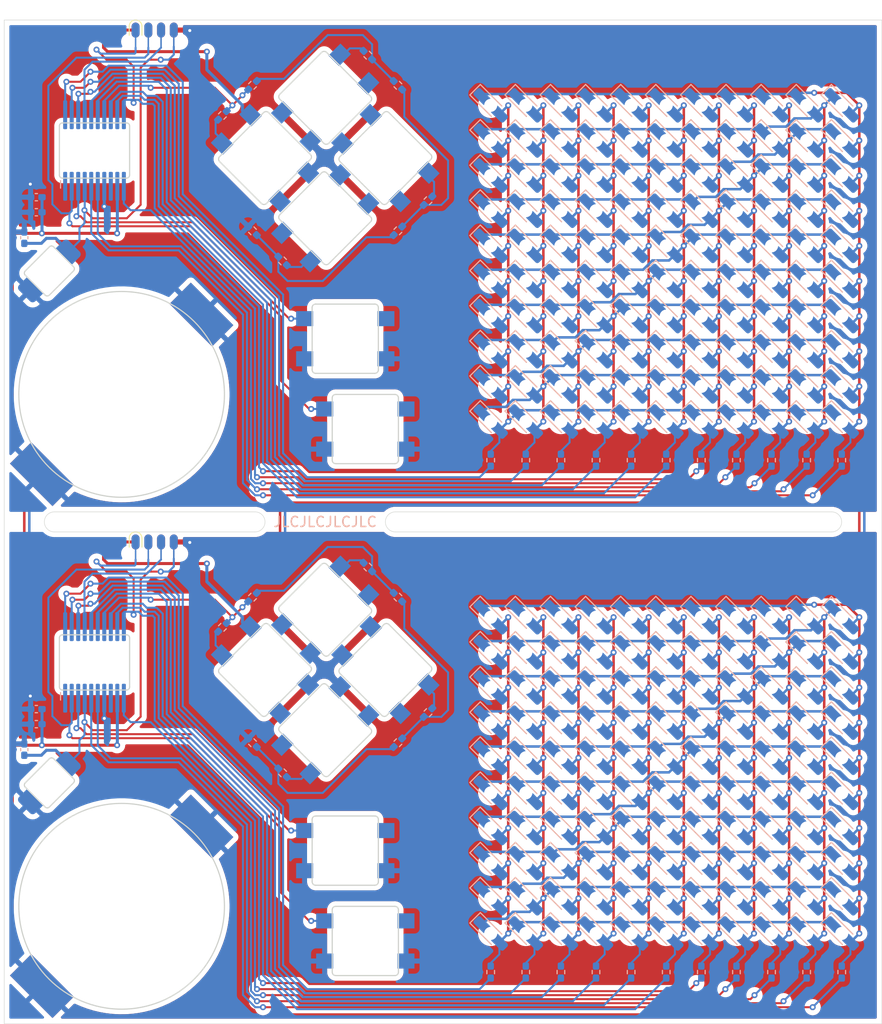
<source format=kicad_pcb>
(kicad_pcb (version 20211014) (generator pcbnew)
  (layers (0 "F.Cu" signal) (31 "B.Cu" signal) (34 "B.Paste" user) (35 "F.Paste" user) (36 "B.SilkS" user "B.Silkscreen") (37 "F.SilkS" user "F.Silkscreen") (38 "B.Mask" user) (39 "F.Mask" user) (44 "Edge.Cuts" user))
  (net 0 "")
  (net 1 "Net-(D1-Pad1)")
  (net 2 "Net-(D1-Pad2)")
  (net 3 "Net-(D100-Pad2)")
  (net 4 "Net-(D102-Pad1)")
  (net 5 "Net-(D103-Pad1)")
  (net 6 "Net-(D104-Pad1)")
  (net 7 "Net-(D106-Pad1)")
  (net 8 "Net-(D107-Pad1)")
  (net 9 "Net-(D108-Pad1)")
  (net 10 "Net-(D10-Pad1)")
  (net 11 "VDD")
  (net 14 "GND")
  (net 15 "SWDIO")
  (net 16 "UART_TX")
  (net 17 "SWCLK")
  (net 18 "NRST")
  (net 19 "Net-(D105-Pad1)")
  (net 20 "Net-(R9-Pad1)")
  (net 21 "Net-(R10-Pad1)")
  (net 22 "Net-(R11-Pad1)")
  (net 23 "Net-(R13-Pad1)")
  (net 24 "Net-(R14-Pad1)")
  (net 25 "Net-(R15-Pad1)")
  (net 26 "Net-(R16-Pad1)")
  (net 27 "Net-(R17-Pad1)")
  (footprint "reverse-mount:LED_0603_1608Metric_Pad1.05x0.95mm_HandSolder" (layer "F.Cu") (at 169.5 58.5 -45)
    (fp_text reference "D61" hide)
    (fp_text value "LED_Small")
  )
  (footprint "reverse-mount:LED_0603_1608Metric_Pad1.05x0.95mm_HandSolder" (layer "F.Cu") (at 173 137.5 -45)
    (fp_text reference "D79" hide)
    (fp_text value "LED_Small")
  )
  (footprint "reverse-mount:LED_0603_1608Metric_Pad1.05x0.95mm_HandSolder" (layer "F.Cu") (at 183.5 58.5 -45)
    (fp_text reference "D101" hide)
    (fp_text value "LED_Small")
  )
  (footprint "reverse-mount:LED_0603_1608Metric_Pad1.05x0.95mm_HandSolder" (layer "F.Cu") (at 180 79.5 -45)
    (fp_text reference "D97" hide)
    (fp_text value "LED_Small")
  )
  (footprint "reverse-mount:LED_0603_1608Metric_Pad1.05x0.95mm_HandSolder" (layer "F.Cu") (at 166 58.5 -45)
    (fp_text reference "D51" hide)
    (fp_text value "LED_Small")
  )
  (footprint "reverse-mount:LED_0603_1608Metric_Pad1.05x0.95mm_HandSolder" (layer "F.Cu") (at 155.5 123.5 -45)
    (fp_text reference "D25" hide)
    (fp_text value "LED_Small")
  )
  (footprint "reverse-mount:LED_0603_1608Metric_Pad1.05x0.95mm_HandSolder" (layer "F.Cu") (at 173 83 -45)
    (fp_text reference "D78" hide)
    (fp_text value "LED_Small")
  )
  (footprint "reverse-mount:LED_0603_1608Metric_Pad1.05x0.95mm_HandSolder" (layer "F.Cu") (at 166 127 -45)
    (fp_text reference "D56" hide)
    (fp_text value "LED_Small")
  )
  (footprint "reverse-mount:LED_0603_1608Metric_Pad1.05x0.95mm_HandSolder" (layer "F.Cu") (at 159 113 -45)
    (fp_text reference "D32" hide)
    (fp_text value "LED_Small")
  )
  (footprint "reverse-mount:LED_0603_1608Metric_Pad1.05x0.95mm_HandSolder" (layer "F.Cu") (at 155.5 127 -45)
    (fp_text reference "D26" hide)
    (fp_text value "LED_Small")
  )
  (footprint "reverse-mount:LED_0603_1608Metric_Pad1.05x0.95mm_HandSolder" (layer "F.Cu") (at 180 120 -45)
    (fp_text reference "D94" hide)
    (fp_text value "LED_Small")
  )
  (footprint "reverse-mount:LED_0603_1608Metric_Pad1.05x0.95mm_HandSolder" (layer "F.Cu") (at 173 127 -45)
    (fp_text reference "D76" hide)
    (fp_text value "LED_Small")
  )
  (footprint "SOICBite:SOIC_clipProgSmall" (layer "F.Cu") (at 115 101.25 180)
    (fp_text reference "J1" hide)
    (fp_text value "SOICBite")
  )
  (footprint "reverse-mount:LED_0603_1608Metric_Pad1.05x0.95mm_HandSolder" (layer "F.Cu") (at 162.5 90 -45)
    (fp_text reference "D50" hide)
    (fp_text value "LED_Small")
  )
  (footprint "reverse-mount:LED_0603_1608Metric_Pad1.05x0.95mm_HandSolder" (layer "F.Cu") (at 180 76 -45)
    (fp_text reference "D96" hide)
    (fp_text value "LED_Small")
  )
  (footprint "reverse-mount:SW_SPST_TSE024" (layer "F.Cu") (at 138 114.75 -45)
    (fp_text reference "SW4" hide)
    (fp_text value "SW_Push")
    (fp_line (start 2.952513 3.45) (end -2.95 3.45) (layer "Edge.Cuts") (width 0.12))
    (fp_line (start -2.95 -3.45) (end 2.95 -3.45) (layer "Edge.Cuts") (width 0.12))
    (fp_line (start -3.3 3.1) (end -3.3 -3.1) (layer "Edge.Cuts") (width 0.12))
    (fp_line (start 3.3 -3.1) (end 3.302513 3.1) (layer "Edge.Cuts") (width 0.12))
    (fp_arc (start -3.3 -3.1) (mid -3.197487 -3.347487) (end -2.95 -3.45) (layer "Edge.Cuts") (width 0.12))
    (fp_arc (start 3.302513 3.1) (mid 3.200001 3.347492) (end 2.952513 3.45) (layer "Edge.Cuts") (width 0.12))
    (fp_arc (start 2.95 -3.45) (mid 3.197487 -3.347487) (end 3.3 -3.1) (layer "Edge.Cuts") (width 0.12))
    (fp_arc (start -2.95 3.45) (mid -3.197487 3.347487) (end -3.3 3.1) (layer "Edge.Cuts") (width 0.12))
  )
  (footprint "reverse-mount:LED_0603_1608Metric_Pad1.05x0.95mm_HandSolder" (layer "F.Cu") (at 166 116.5 -45)
    (fp_text reference "D53" hide)
    (fp_text value "LED_Small")
  )
  (footprint "reverse-mount:LED_0603_1608Metric_Pad1.05x0.95mm_HandSolder" (layer "F.Cu") (at 173 141 -45)
    (fp_text reference "D80" hide)
    (fp_text value "LED_Small")
  )
  (footprint "reverse-mount:LED_0603_1608Metric_Pad1.05x0.95mm_HandSolder" (layer "F.Cu") (at 176.5 109.5 -45)
    (fp_text reference "D81" hide)
    (fp_text value "LED_Small")
  )
  (footprint "reverse-mount:LED_0603_1608Metric_Pad1.05x0.95mm_HandSolder" (layer "F.Cu") (at 148.5 86.5 -45)
    (fp_text reference "D9" hide)
    (fp_text value "LED_Small")
  )
  (footprint "reverse-mount:LED_0603_1608Metric_Pad1.05x0.95mm_HandSolder" (layer "F.Cu") (at 152 90 -45)
    (fp_text reference "D20" hide)
    (fp_text value "LED_Small")
  )
  (footprint "reverse-mount:LED_0603_1608Metric_Pad1.05x0.95mm_HandSolder" (layer "F.Cu") (at 162.5 72.5 -45)
    (fp_text reference "D45" hide)
    (fp_text value "LED_Small")
  )
  (footprint "reverse-mount:LED_0603_1608Metric_Pad1.05x0.95mm_HandSolder" (layer "F.Cu") (at 155.5 120 -45)
    (fp_text reference "D24" hide)
    (fp_text value "LED_Small")
  )
  (footprint "reverse-mount:LED_0603_1608Metric_Pad1.05x0.95mm_HandSolder" (layer "F.Cu") (at 180 141 -45)
    (fp_text reference "D100" hide)
    (fp_text value "LED_Small")
  )
  (footprint "reverse-mount:SW_SPST_TSE024" (layer "F.Cu") (at 132 57.75 45)
    (fp_text reference "SW3" hide)
    (fp_text value "SW_Push")
    (fp_line (start 3.3 -3.1) (end 3.302513 3.1) (layer "Edge.Cuts") (width 0.12))
    (fp_line (start 2.952513 3.45) (end -2.95 3.45) (layer "Edge.Cuts") (width 0.12))
    (fp_line (start -3.3 3.1) (end -3.3 -3.1) (layer "Edge.Cuts") (width 0.12))
    (fp_line (start -2.95 -3.45) (end 2.95 -3.45) (layer "Edge.Cuts") (width 0.12))
    (fp_arc (start -2.95 3.45) (mid -3.197487 3.347487) (end -3.3 3.1) (layer "Edge.Cuts") (width 0.12))
    (fp_arc (start 2.95 -3.45) (mid 3.197487 -3.347487) (end 3.3 -3.1) (layer "Edge.Cuts") (width 0.12))
    (fp_arc (start -3.3 -3.1) (mid -3.197487 -3.347487) (end -2.95 -3.45) (layer "Edge.Cuts") (width 0.12))
    (fp_arc (start 3.302513 3.1) (mid 3.200001 3.347492) (end 2.952513 3.45) (layer "Edge.Cuts") (width 0.12))
  )
  (footprint "reverse-mount:LED_0603_1608Metric_Pad1.05x0.95mm_HandSolder" (layer "F.Cu") (at 162.5 58.5 -45)
    (fp_text reference "D41" hide)
    (fp_text value "LED_Small")
  )
  (footprint "reverse-mount:LED_0603_1608Metric_Pad1.05x0.95mm_HandSolder" (layer "F.Cu") (at 176.5 72.5 -45)
    (fp_text reference "D85" hide)
    (fp_text value "LED_Small")
  )
  (footprint "reverse-mount:LED_0603_1608Metric_Pad1.05x0.95mm_HandSolder" (layer "F.Cu") (at 162.5 62 -45)
    (fp_text reference "D42" hide)
    (fp_text value "LED_Small")
  )
  (footprint "reverse-mount:LED_0603_1608Metric_Pad1.05x0.95mm_HandSolder" (layer "F.Cu") (at 159 62 -45)
    (fp_text reference "D32" hide)
    (fp_text value "LED_Small")
  )
  (footprint "reverse-mount:LED_0603_1608Metric_Pad1.05x0.95mm_HandSolder" (layer "F.Cu") (at 183.5 130.5 -45)
    (fp_text reference "D107" hide)
    (fp_text value "LED_Small")
  )
  (footprint "reverse-mount:LED_0603_1608Metric_Pad1.05x0.95mm_HandSolder" (layer "F.Cu") (at 169.5 134 -45)
    (fp_text reference "D68" hide)
    (fp_text value "LED_Small")
  )
  (footprint "reverse-mount:LED_0603_1608Metric_Pad1.05x0.95mm_HandSolder" (layer "F.Cu") (at 183.5 120 -45)
    (fp_text reference "D104" hide)
    (fp_text value "LED_Small")
  )
  (footprint "reverse-mount:LED_0603_1608Metric_Pad1.05x0.95mm_HandSolder" (layer "F.Cu") (at 173 72.5 -45)
    (fp_text reference "D75" hide)
    (fp_text value "LED_Small")
  )
  (footprint "reverse-mount:LED_0603_1608Metric_Pad1.05x0.95mm_HandSolder" (layer "F.Cu") (at 166 83 -45)
    (fp_text reference "D58" hide)
    (fp_text value "LED_Small")
  )
  (footprint "reverse-mount:SW_SPST_TSE024" (layer "F.Cu") (at 138 63.75 -45)
    (fp_text reference "SW4" hide)
    (fp_text value "SW_Push")
    (fp_line (start 3.3 -3.1) (end 3.302513 3.1) (layer "Edge.Cuts") (width 0.12))
    (fp_line (start -2.95 -3.45) (end 2.95 -3.45) (layer "Edge.Cuts") (width 0.12))
    (fp_line (start -3.3 3.1) (end -3.3 -3.1) (layer "Edge.Cuts") (width 0.12))
    (fp_line (start 2.952513 3.45) (end -2.95 3.45) (layer "Edge.Cuts") (width 0.12))
    (fp_arc (start 3.302513 3.1) (mid 3.200001 3.347492) (end 2.952513 3.45) (layer "Edge.Cuts") (width 0.12))
    (fp_arc (start -3.3 -3.1) (mid -3.197487 -3.347487) (end -2.95 -3.45) (layer "Edge.Cuts") (width 0.12))
    (fp_arc (start -2.95 3.45) (mid -3.197487 3.347487) (end -3.3 3.1) (layer "Edge.Cuts") (width 0.12))
    (fp_arc (start 2.95 -3.45) (mid 3.197487 -3.347487) (end 3.3 -3.1) (layer "Edge.Cuts") (width 0.12))
  )
  (footprint "reverse-mount:LED_0603_1608Metric_Pad1.05x0.95mm_HandSolder" (layer "F.Cu") (at 173 58.5 -45)
    (fp_text reference "D71" hide)
    (fp_text value "LED_Small")
  )
  (footprint "reverse-mount:LED_0603_1608Metric_Pad1.05x0.95mm_HandSolder" (layer "F.Cu") (at 152 72.5 -45)
    (fp_text reference "D15" hide)
    (fp_text value "LED_Small")
  )
  (footprint "reverse-mount:LED_0603_1608Metric_Pad1.05x0.95mm_HandSolder" (layer "F.Cu") (at 169.5 69 -45)
    (fp_text reference "D64" hide)
    (fp_text value "LED_Small")
  )
  (footprint "reverse-mount:LED_0603_1608Metric_Pad1.05x0.95mm_HandSolder" (layer "F.Cu") (at 162.5 137.5 -45)
    (fp_text reference "D49" hide)
    (fp_text value "LED_Small")
  )
  (footprint "reverse-mount:LED_0603_1608Metric_Pad1.05x0.95mm_HandSolder" (layer "F.Cu") (at 176.5 76 -45)
    (fp_text reference "D86" hide)
    (fp_text value "LED_Small")
  )
  (footprint "reverse-mount:LED_0603_1608Metric_Pad1.05x0.95mm_HandSolder" (layer "F.Cu") (at 166 86.5 -45)
    (fp_text reference "D59" hide)
    (fp_text value "LED_Small")
  )
  (footprint "reverse-mount:LED_0603_1608Metric_Pad1.05x0.95mm_HandSolder" (layer "F.Cu") (at 166 130.5 -45)
    (fp_text reference "D57" hide)
    (fp_text value "LED_Small")
  )
  (footprint "reverse-mount:LED_0603_1608Metric_Pad1.05x0.95mm_HandSolder" (layer "F.Cu") (at 176.5 62 -45)
    (fp_text reference "D82" hide)
    (fp_text value "LED_Small")
  )
  (footprint "reverse-mount:LED_0603_1608Metric_Pad1.05x0.95mm_HandSolder" (layer "F.Cu") (at 162.5 83 -45)
    (fp_text reference "D48" hide)
    (fp_text value "LED_Small")
  )
  (footprint "reverse-mount:LED_0603_1608Metric_Pad1.05x0.95mm_HandSolder" (layer "F.Cu") (at 155.5 65.5 -45)
    (fp_text reference "D23" hide)
    (fp_text value "LED_Small")
  )
  (footprint "reverse-mount:LED_0603_1608Metric_Pad1.05x0.95mm_HandSolder" (layer "F.Cu") (at 173 116.5 -45)
    (fp_text reference "D73" hide)
    (fp_text value "LED_Small")
  )
  (footprint "reverse-mount:LED_0603_1608Metric_Pad1.05x0.95mm_HandSolder" (layer "F.Cu") (at 159 120 -45)
    (fp_text reference "D34" hide)
    (fp_text value "LED_Small")
  )
  (footprint "reverse-mount:LED_0603_1608Metric_Pad1.05x0.95mm_HandSolder" (layer "F.Cu") (at 183.5 116.5 -45)
    (fp_text reference "D103" hide)
    (fp_text value "LED_Small")
  )
  (footprint "reverse-mount:LED_0603_1608Metric_Pad1.05x0.95mm_HandSolder" (layer "F.Cu") (at 169.5 137.5 -45)
    (fp_text reference "D69" hide)
    (fp_text value "LED_Small")
  )
  (footprint "reverse-mount:LED_0603_1608Metric_Pad1.05x0.95mm_HandSolder" (layer "F.Cu") (at 166 109.5 -45)
    (fp_text reference "D51" hide)
    (fp_text value "LED_Small")
  )
  (footprint "reverse-mount:LED_0603_1608Metric_Pad1.05x0.95mm_HandSolder" (layer "F.Cu") (at 155.5 113 -45)
    (fp_text reference "D22" hide)
    (fp_text value "LED_Small")
  )
  (footprint "reverse-mount:LED_0603_1608Metric_Pad1.05x0.95mm_HandSolder" (layer "F.Cu") (at 148.5 83 -45)
    (fp_text reference "D8" hide)
    (fp_text value "LED_Small")
  )
  (footprint "reverse-mount:LED_0603_1608Metric_Pad1.05x0.95mm_HandSolder" (layer "F.Cu") (at 155.5 86.5 -45)
    (fp_text reference "D29" hide)
    (fp_text value "LED_Small")
  )
  (footprint "reverse-mount:LED_0603_1608Metric_Pad1.05x0.95mm_HandSolder" (layer "F.Cu") (at 183.5 127 -45)
    (fp_text reference "D106" hide)
    (fp_text value "LED_Small")
  )
  (footprint "reverse-mount:LED_0603_1608Metric_Pad1.05x0.95mm_HandSolder" (layer "F.Cu") (at 162.5 86.5 -45)
    (fp_text reference "D49" hide)
    (fp_text value "LED_Small")
  )
  (footprint "reverse-mount:LED_0603_1608Metric_Pad1.05x0.95mm_HandSolder" (layer "F.Cu") (at 166 123.5 -45)
    (fp_text reference "D55" hide)
    (fp_text value "LED_Small")
  )
  (footprint "reverse-mount:LED_0603_1608Metric_Pad1.05x0.95mm_HandSolder" (layer "F.Cu") (at 180 62 -45)
    (fp_text reference "D92" hide)
    (fp_text value "LED_Small")
  )
  (footprint "reverse-mount:LED_0603_1608Metric_Pad1.05x0.95mm_HandSolder" (layer "F.Cu") (at 148.5 123.5 -45)
    (fp_text reference "D5" hide)
    (fp_text value "LED_Small")
  )
  (footprint "reverse-mount:TSSOP-20_4.4x6.5mm_P0.65mm" (layer "F.Cu") (at 109 114 90)
    (fp_text reference "U1" hide)
    (fp_text value "HK32F030MF4P6" hide)
    (fp_line (start -2.45 -3.5) (end 2.45 -3.5) (layer "Edge.Cuts") (width 0.12))
    (fp_line (start 2.75 -3.2) (end 2.75 3.2) (layer "Edge.Cuts") (width 0.12))
    (fp_line (start 2.45 3.5) (end -2.45 3.5) (layer "Edge.Cuts") (width 0.12))
    (fp_line (start -2.75 3.2) (end -2.75 -3.2) (layer "Edge.Cuts") (width 0.12))
    (fp_arc (start -2.45 3.5) (mid -2.662132 3.412132) (end -2.75 3.2) (layer "Edge.Cuts") (width 0.12))
    (fp_arc (start 2.45 -3.5) (mid 2.662132 -3.412132) (end 2.75 -3.2) (layer "Edge.Cuts") (width 0.12))
    (fp_arc (start -2.75 -3.2) (mid -2.662132 -3.412132) (end -2.45 -3.5) (layer "Edge.Cuts") (width 0.12))
    (fp_arc (start 2.75 3.2) (mid 2.662132 3.412132) (end 2.45 3.5) (layer "Edge.Cuts") (width 0.12))
  )
  (footprint "reverse-mount:LED_0603_1608Metric_Pad1.05x0.95mm_HandSolder" (layer "F.Cu") (at 152 134 -45)
    (fp_text reference "D18" hide)
    (fp_text value "LED_Small")
  )
  (footprint "reverse-mount:LED_0603_1608Metric_Pad1.05x0.95mm_HandSolder" (layer "F.Cu") (at 183.5 123.5 -45)
    (fp_text reference "D105" hide)
    (fp_text value "LED_Small")
  )
  (footprint "reverse-mount:LED_0603_1608Metric_Pad1.05x0.95mm_HandSolder" (layer "F.Cu") (at 159 79.5 -45)
    (fp_text reference "D37" hide)
    (fp_text value "LED_Small")
  )
  (footprint "reverse-mount:LED_0603_1608Metric_Pad1.05x0.95mm_HandSolder" (layer "F.Cu") (at 166 65.5 -45)
    (fp_text reference "D53" hide)
    (fp_text value "LED_Small")
  )
  (footprint "reverse-mount:LED_0603_1608Metric_Pad1.05x0.95mm_HandSolder" (layer "F.Cu") (at 152 109.5 -45)
    (fp_text reference "D11" hide)
    (fp_text value "LED_Small")
  )
  (footprint "reverse-mount:LED_0603_1608Metric_Pad1.05x0.95mm_HandSolder" (layer "F.Cu") (at 183.5 79.5 -45)
    (fp_text reference "D107" hide)
    (fp_text value "LED_Small")
  )
  (footprint "reverse-mount:LED_0603_1608Metric_Pad1.05x0.95mm_HandSolder" (layer "F.Cu") (at 159 123.5 -45)
    (fp_text reference "D35" hide)
    (fp_text value "LED_Small")
  )
  (footprint "reverse-mount:LED_0603_1608Metric_Pad1.05x0.95mm_HandSolder" (layer "F.Cu") (at 180 69 -45)
    (fp_text reference "D94" hide)
    (fp_text value "LED_Small")
  )
  (footprint "reverse-mount:LED_0603_1608Metric_Pad1.05x0.95mm_HandSolder" (layer "F.Cu") (at 169.5 109.5 -45)
    (fp_text reference "D61" hide)
    (fp_text value "LED_Small")
  )
  (footprint "reverse-mount:LED_0603_1608Metric_Pad1.05x0.95mm_HandSolder" (layer "F.Cu") (at 173 113 -45)
    (fp_text reference "D72" hide)
    (fp_text value "LED_Small")
  )
  (footprint "reverse-mount:LED_0603_1608Metric_Pad1.05x0.95mm_HandSolder" (layer "F.Cu") (at 173 65.5 -45)
    (fp_text reference "D73" hide)
    (fp_text value "LED_Small")
  )
  (footprint "reverse-mount:LED_0603_1608Metric_Pad1.05x0.95mm_HandSolder" (layer "F.Cu") (at 159 72.5 -45)
    (fp_text reference "D35" hide)
    (fp_text value "LED_Small")
  )
  (footprint "reverse-mount:LED_0603_1608Metric_Pad1.05x0.95mm_HandSolder" (layer "F.Cu") (at 159 69 -45)
    (fp_text reference "D34" hide)
    (fp_text value "LED_Small")
  )
  (footprint "reverse-mount:LED_0603_1608Metric_Pad1.05x0.95mm_HandSolder" (layer "F.Cu") (at 166 113 -45)
    (fp_text reference "D52" hide)
    (fp_text value "LED_Small")
  )
  (footprint "reverse-mount:LED_0603_1608Metric_Pad1.05x0.95mm_HandSolder" (layer "F.Cu") (at 155.5 79.5 -45)
    (fp_text reference "D27" hide)
    (fp_text value "LED_Small")
  )
  (footprint "reverse-mount:LED_0603_1608Metric_Pad1.05x0.95mm_HandSolder" (layer "F.Cu") (at 155.5 69 -45)
    (fp_text reference "D24" hide)
    (fp_text value "LED_Small")
  )
  (footprint "reverse-mount:LED_0603_1608Metric_Pad1.05x0.95mm_HandSolder" (layer "F.Cu") (at 155.5 58.5 -45)
    (fp_text reference "D21" hide)
    (fp_text value "LED_Small")
  )
  (footprint "reverse-mount:LED_0603_1608Metric_Pad1.05x0.95mm_HandSolder" (layer "F.Cu") (at 148.5 72.5 -45)
    (fp_text reference "D5" hide)
    (fp_text value "LED_Small")
  )
  (footprint "reverse-mount:LED_0603_1608Metric_Pad1.05x0.95mm_HandSolder" (layer "F.Cu") (at 162.5 127 -45)
    (fp_text reference "D46" hide)
    (fp_text value "LED_Small")
  )
  (footprint "reverse-mount:LED_0603_1608Metric_Pad1.05x0.95mm_HandSolder" (layer "F.Cu") (at 155.5 62 -45)
    (fp_text reference "D22" hide)
    (fp_text value "LED_Small")
  )
  (footprint "reverse-mount:LED_0603_1608Metric_Pad1.05x0.95mm_HandSolder" (layer "F.Cu") (at 162.5 141 -45)
    (fp_text reference "D50" hide)
    (fp_text value "LED_Small")
  )
  (footprint "reverse-mount:LED_0603_1608Metric_Pad1.05x0.95mm_HandSolder" (layer "F.Cu") (at 166 72.5 -45)
    (fp_text reference "D55" hide)
    (fp_text value "LED_Small")
  )
  (footprint "reverse-mount:LED_0603_1608Metric_Pad1.05x0.95mm_HandSolder" (layer "F.Cu") (at 148.5 65.5 -45)
    (fp_text reference "D3" hide)
    (fp_text value "LED_Small")
  )
  (footprint "reverse-mount:LED_0603_1608Metric_Pad1.05x0.95mm_HandSolder" (layer "F.Cu") (at 148.5 58.5 -45)
    (fp_text reference "D1" hide)
    (fp_text value "LED_Small")
  )
  (footprint "reverse-mount:LED_0603_1608Metric_Pad1.05x0.95mm_HandSolder" (layer "F.Cu") (at 152 127 -45)
    (fp_text reference "D16" hide)
    (fp_text value "LED_Small")
  )
  (footprint "reverse-mount:LED_0603_1608Metric_Pad1.05x0.95mm_HandSolder" (layer "F.Cu") (at 148.5 137.5 -45)
    (fp_text reference "D9" hide)
    (fp_text value "LED_Small")
  )
  (footprint "reverse-mount:LED_0603_1608Metric_Pad1.05x0.95mm_HandSolder" (layer "F.Cu") (at 169.5 127 -45)
    (fp_text reference "D66" hide)
    (fp_text value "LED_Small")
  )
  (footprint "reverse-mount:LED_0603_1608Metric_Pad1.05x0.95mm_HandSolder" (layer "F.Cu") (at 183.5 72.5 -45)
    (fp_text reference "D105" hide)
    (fp_text value "LED_Small")
  )
  (footprint "reverse-mount:LED_0603_1608Metric_Pad1.05x0.95mm_HandSolder" (layer "F.Cu") (at 180 58.5 -45)
    (fp_text reference "D91" hide)
    (fp_text value "LED_Small")
  )
  (footprint "reverse-mount:LED_0603_1608Metric_Pad1.05x0.95mm_HandSolder" (layer "F.Cu") (at 183.5 65.5 -45)
    (fp_text reference "D103" hide)
    (fp_text value "LED_Small")
  )
  (footprint "reverse-mount:LED_0603_1608Metric_Pad1.05x0.95mm_HandSolder" (layer "F.Cu") (at 180 65.5 -45)
    (fp_text reference "D93" hide)
    (fp_text value "LED_Small")
  )
  (footprint "reverse-mount:LED_0603_1608Metric_Pad1.05x0.95mm_HandSolder" (layer "F.Cu") (at 173 86.5 -45)
    (fp_text reference "D79" hide)
    (fp_text value "LED_Small")
  )
  (footprint "reverse-mount:cr2016" (layer "F.Cu") (at 111.704951 138.295049 45)
    (fp_text reference "BT1" hide)
    (fp_text value "CR2016")
    (fp_circle (center 0 0) (end 10.25 0) (layer "Edge.Cuts") (width 0.12) (fill none))
  )
  (footprint "reverse-mount:LED_0603_1608Metric_Pad1.05x0.95mm_HandSolder" (layer "F.Cu") (at 152 123.5 -45)
    (fp_text reference "D15" hide)
    (fp_text value "LED_Small")
  )
  (footprint "reverse-mount:LED_0603_1608Metric_Pad1.05x0.95mm_HandSolder" (layer "F.Cu") (at 152 130.5 -45)
    (fp_text reference "D17" hide)
    (fp_text value "LED_Small")
  )
  (footprint "reverse-mount:LED_0603_1608Metric_Pad1.05x0.95mm_HandSolder" (layer "F.Cu") (at 169.5 86.5 -45)
    (fp_text reference "D69" hide)
    (fp_text value "LED_Small")
  )
  (footprint "reverse-mount:LED_0603_1608Metric_Pad1.05x0.95mm_HandSolder" (layer "F.Cu") (at 180 134 -45)
    (fp_text reference "D98" hide)
    (fp_text value "LED_Small")
  )
  (footprint "reverse-mount:LED_0603_1608Metric_Pad1.05x0.95mm_HandSolder" (layer "F.Cu") (at 166 120 -45)
    (fp_text reference "D54" hide)
    (fp_text value "LED_Small")
  )
  (footprint "reverse-mount:LED_0603_1608Metric_Pad1.05x0.95mm_HandSolder" (layer "F.Cu") (at 173 120 -45)
    (fp_text reference "D74" hide)
    (fp_text value "LED_Small")
  )
  (footprint "reverse-mount:LED_0603_1608Metric_Pad1.05x0.95mm_HandSolder" (layer "F.Cu") (at 169.5 62 -45)
    (fp_text reference "D62" hide)
    (fp_text value "LED_Small")
  )
  (footprint "reverse-mount:LED_0603_1608Metric_Pad1.05x0.95mm_HandSolder" (layer "F.Cu") (at 176.5 113 -45)
    (fp_text reference "D82" hide)
    (fp_text value "LED_Small")
  )
  (footprint "reverse-mount:LED_0603_1608Metric_Pad1.05x0.95mm_HandSolder" (layer "F.Cu") (at 162.5 116.5 -45)
    (fp_text reference "D43" hide)
    (fp_text value "LED_Small")
  )
  (footprint "reverse-mount:LED_0603_1608Metric_Pad1.05x0.95mm_HandSolder" (layer "F.Cu") (at 183.5 113 -45)
    (fp_text reference "D102" hide)
    (fp_text value "LED_Small")
  )
  (footprint "reverse-mount:LED_0603_1608Metric_Pad1.05x0.95mm_HandSolder" (layer "F.Cu") (at 176.5 127 -45)
    (fp_text reference "D86" hide)
    (fp_text value "LED_Small")
  )
  (footprint "reverse-mount:LED_0603_1608Metric_Pad1.05x0.95mm_HandSolder" (layer "F.Cu") (at 180 83 -45)
    (fp_text reference "D98" hide)
    (fp_text value "LED_Small")
  )
  (footprint "reverse-mount:LED_0603_1608Metric_Pad1.05x0.95mm_HandSolder" (layer "F.Cu") (at 169.5 65.5 -45)
    (fp_text reference "D63" hide)
    (fp_text value "LED_Small")
  )
  (footprint "reverse-mount:LED_0603_1608Metric_Pad1.05x0.95mm_HandSolder" (layer "F.Cu") (at 148.5 62 -45)
    (fp_text reference "D2" hide)
    (fp_text value "LED_Small")
  )
  (footprint "reverse-mount:SW_3x4x2" (layer "F.Cu") (at 104.5 126 -135)
    (fp_text reference "SW1" hide)
    (fp_text value "SW_Push")
    (fp_line (start 2 1.4) (end 2 -1.4) (layer "Edge.Cuts") (width 0.12))
    (fp_line (start -1.7 1.7) (end 1.7 1.7) (layer "Edge.Cuts") (width 0.12))
    (fp_line (start -2 -1.4) (end -2 1.4) (layer "Edge.Cuts") (width 0.12))
    (fp_line (start 1.7 -1.7) (end -1.7 -1.7) (layer "Edge.Cuts") (width 0.12))
    (fp_arc (start 1.7 -1.7) (mid 1.912132 -1.612132) (end 2 -1.4) (layer "Edge.Cuts") (width 0.12))
    (fp_arc (start -1.7 1.7) (mid -1.912132 1.612132) (end -2 1.4) (layer "Edge.Cuts") (width 0.12))
    (fp_arc (start -2 -1.4) (mid -1.912132 -1.612132) (end -1.7 -1.7) (layer "Edge.Cuts") (width 0.12))
    (fp_arc (start 2 1.4) (mid 1.912132 1.612132) (end 1.7 1.7) (layer "Edge.Cuts") (width 0.12))
  )
  (footprint "reverse-mount:LED_0603_1608Metric_Pad1.05x0.95mm_HandSolder" (layer "F.Cu") (at 162.5 109.5 -45)
    (fp_text reference "D41" hide)
    (fp_text value "LED_Small")
  )
  (footprint "reverse-mount:LED_0603_1608Metric_Pad1.05x0.95mm_HandSolder" (layer "F.Cu") (at 148.5 76 -45)
    (fp_text reference "D6" hide)
    (fp_text value "LED_Small")
  )
  (footprint "reverse-mount:LED_0603_1608Metric_Pad1.05x0.95mm_HandSolder" (layer "F.Cu") (at 155.5 137.5 -45)
    (fp_text reference "D29" hide)
    (fp_text value "LED_Small")
  )
  (footprint "reverse-mount:LED_0603_1608Metric_Pad1.05x0.95mm_HandSolder" (layer "F.Cu") (at 159 130.5 -45)
    (fp_text reference "D37" hide)
    (fp_text value "LED_Small")
  )
  (footprint "reverse-mount:LED_0603_1608Metric_Pad1.05x0.95mm_HandSolder" (layer "F.Cu") (at 166 76 -45)
    (fp_text reference "D56" hide)
    (fp_text value "LED_Small")
  )
  (footprint "reverse-mount:LED_0603_1608Metric_Pad1.05x0.95mm_HandSolder" (layer "F.Cu") (at 162.5 79.5 -45)
    (fp_text reference "D47" hide)
    (fp_text value "LED_Small")
  )
  (footprint "reverse-mount:LED_0603_1608Metric_Pad1.05x0.95mm_HandSolder" (layer "F.Cu") (at 173 62 -45)
    (fp_text reference "D72" hide)
    (fp_text value "LED_Small")
  )
  (footprint "reverse-mount:LED_0603_1608Metric_Pad1.05x0.95mm_HandSolder" (layer "F.Cu") (at 176.5 123.5 -45)
    (fp_text reference "D85" hide)
    (fp_text value "LED_Small")
  )
  (footprint "reverse-mount:LED_0603_1608Metric_Pad1.05x0.95mm_HandSolder" (layer "F.Cu") (at 183.5 90 -45)
    (fp_text reference "D110" hide)
    (fp_text value "LED_Small")
  )
  (footprint "reverse-mount:TSSOP-20_4.4x6.5mm_P0.65mm" (layer "F.Cu") (at 109 63 90)
    (fp_text reference "U1" hide)
    (fp_text value "HK32F030MF4P6" hide)
    (fp_line (start 2.45 3.5) (end -2.45 3.5) (layer "Edge.Cuts") (width 0.12))
    (fp_line (start 2.75 -3.2) (end 2.75 3.2) (layer "Edge.Cuts") (width 0.12))
    (fp_line (start -2.45 -3.5) (end 2.45 -3.5) (layer "Edge.Cuts") (width 0.12))
    (fp_line (start -2.75 3.2) (end -2.75 -3.2) (layer "Edge.Cuts") (width 0.12))
    (fp_arc (start -2.45 3.5) (mid -2.662132 3.412132) (end -2.75 3.2) (layer "Edge.Cuts") (width 0.12))
    (fp_arc (start 2.45 -3.5) (mid 2.662132 -3.412132) (end 2.75 -3.2) (layer "Edge.Cuts") (width 0.12))
    (fp_arc (start 2.75 3.2) (mid 2.662132 3.412132) (end 2.45 3.5) (layer "Edge.Cuts") (width 0.12))
    (fp_arc (start -2.75 -3.2) (mid -2.662132 -3.412132) (end -2.45 -3.5) (layer "Edge.Cuts") (width 0.12))
  )
  (footprint "reverse-mount:LED_0603_1608Metric_Pad1.05x0.95mm_HandSolder" (layer "F.Cu") (at 169.5 130.5 -45)
    (fp_text reference "D67" hide)
    (fp_text value "LED_Small")
  )
  (footprint "reverse-mount:LED_0603_1608Metric_Pad1.05x0.95mm_HandSolder" (layer "F.Cu") (at 169.5 120 -45)
    (fp_text reference "D64" hide)
    (fp_text value "LED_Small")
  )
  (footprint "reverse-mount:LED_0603_1608Metric_Pad1.05x0.95mm_HandSolder" (layer "F.Cu") (at 155.5 116.5 -45)
    (fp_text reference "D23" hide)
    (fp_text value "LED_Small")
  )
  (footprint "reverse-mount:cr2016" (layer "F.Cu") (at 111.704951 87.295049 45)
    (fp_text reference "BT1" hide)
    (fp_text value "CR2016")
    (fp_circle (center 0 0) (end 10.25 0) (layer "Edge.Cuts") (width 0.12) (fill none))
  )
  (footprint "reverse-mount:LED_0603_1608Metric_Pad1.05x0.95mm_HandSolder" (layer "F.Cu") (at 166 134 -45)
    (fp_text reference "D58" hide)
    (fp_text value "LED_Small")
  )
  (footprint "reverse-mount:SW_SPST_TSE024" (layer "F.Cu") (at 132 120.75 -135)
    (fp_text reference "SW5" hide)
    (fp_text value "SW_Push")
    (fp_line (start 3.3 -3.1) (end 3.302513 3.1) (layer "Edge.Cuts") (width 0.12))
    (fp_line (start -3.3 3.1) (end -3.3 -3.1) (layer "Edge.Cuts") (width 0.12))
    (fp_line (start 2.952513 3.45) (end -2.95 3.45) (layer "Edge.Cuts") (width 0.12))
    (fp_line (start -2.95 -3.45) (end 2.95 -3.45) (layer "Edge.Cuts") (width 0.12))
    (fp_arc (start 2.95 -3.45) (mid 3.197487 -3.347487) (end 3.3 -3.1) (layer "Edge.Cuts") (width 0.12))
    (fp_arc (start 3.302513 3.1) (mid 3.200001 3.347492) (end 2.952513 3.45) (layer "Edge.Cuts") (width 0.12))
    (fp_arc (start -2.95 3.45) (mid -3.197487 3.347487) (end -3.3 3.1) (layer "Edge.Cuts") (width 0.12))
    (fp_arc (start -3.3 -3.1) (mid -3.197487 -3.347487) (end -2.95 -3.45) (layer "Edge.Cuts") (width 0.12))
  )
  (footprint "reverse-mount:SW_SPST_TSE024" (layer "F.Cu") (at 132 108.75 45)
    (fp_text reference "SW3" hide)
    (fp_text value "SW_Push")
    (fp_line (start -3.3 3.1) (end -3.3 -3.1) (layer "Edge.Cuts") (width 0.12))
    (fp_line (start -2.95 -3.45) (end 2.95 -3.45) (layer "Edge.Cuts") (width 0.12))
    (fp_line (start 3.3 -3.1) (end 3.302513 3.1) (layer "Edge.Cuts") (width 0.12))
    (fp_line (start 2.952513 3.45) (end -2.95 3.45) (layer "Edge.Cuts") (width 0.12))
    (fp_arc (start 3.302513 3.1) (mid 3.200001 3.347492) (end 2.952513 3.45) (layer "Edge.Cuts") (width 0.12))
    (fp_arc (start -2.95 3.45) (mid -3.197487 3.347487) (end -3.3 3.1) (layer "Edge.Cuts") (width 0.12))
    (fp_arc (start 2.95 -3.45) (mid 3.197487 -3.347487) (end 3.3 -3.1) (layer "Edge.Cuts") (width 0.12))
    (fp_arc (start -3.3 -3.1) (mid -3.197487 -3.347487) (end -2.95 -3.45) (layer "Edge.Cuts") (width 0.12))
  )
  (footprint "reverse-mount:LED_0603_1608Metric_Pad1.05x0.95mm_HandSolder" (layer "F.Cu") (at 176.5 120 -45)
    (fp_text reference "D84" hide)
    (fp_text value "LED_Small")
  )
  (footprint "reverse-mount:LED_0603_1608Metric_Pad1.05x0.95mm_HandSolder" (layer "F.Cu") (at 148.5 120 -45)
    (fp_text reference "D4" hide)
    (fp_text value "LED_Small")
  )
  (footprint "reverse-mount:LED_0603_1608Metric_Pad1.05x0.95mm_HandSolder" (layer "F.Cu") (at 152 137.5 -45)
    (fp_text reference "D19" hide)
    (fp_text value "LED_Small")
  )
  (footprint "reverse-mount:LED_0603_1608Metric_Pad1.05x0.95mm_HandSolder" (layer "F.Cu") (at 159 141 -45)
    (fp_text reference "D40" hide)
    (fp_text value "LED_Small")
  )
  (footprint "reverse-mount:LED_0603_1608Metric_Pad1.05x0.95mm_HandSolder" (layer "F.Cu") (at 169.5 79.5 -45)
    (fp_text reference "D67" hide)
    (fp_text value "LED_Small")
  )
  (footprint "reverse-mount:SW_SPST_TSE024" (layer "F.Cu") (at 136 90.75 180)
    (fp_text reference "SW7" hide)
    (fp_text value "SW_Push")
    (fp_line (start -2.95 -3.45) (end 2.95 -3.45) (layer "Edge.Cuts") (width 0.12))
    (fp_line (start -3.3 3.1) (end -3.3 -3.1) (layer "Edge.Cuts") (width 0.12))
    (fp_line (start 3.3 -3.1) (end 3.302513 3.1) (layer "Edge.Cuts") (width 0.12))
    (fp_line (start 2.952513 3.45) (end -2.95 3.45) (layer "Edge.Cuts") (width 0.12))
    (fp_arc (start -3.3 -3.1) (mid -3.197487 -3.347487) (end -2.95 -3.45) (layer "Edge.Cuts") (width 0.12))
    (fp_arc (start 3.302513 3.1) (mid 3.200001 3.347492) (end 2.952513 3.45) (layer "Edge.Cuts") (width 0.12))
    (fp_arc (start -2.95 3.45) (mid -3.197487 3.347487) (end -3.3 3.1) (layer "Edge.Cuts") (width 0.12))
    (fp_arc (start 2.95 -3.45) (mid 3.197487 -3.347487) (end 3.3 -3.1) (layer "Edge.Cuts") (width 0.12))
  )
  (footprint "reverse-mount:SW_SPST_TSE024" (layer "F.Cu") (at 126 63.75 135)
    (fp_text reference "SW2" hide)
    (fp_text value "SW_Push")
    (fp_line (start -2.95 -3.45) (end 2.95 -3.45) (layer "Edge.Cuts") (width 0.12))
    (fp_line (start 2.952513 3.45) (end -2.95 3.45) (layer "Edge.Cuts") (width 0.12))
    (fp_line (start 3.3 -3.1) (end 3.302513 3.1) (layer "Edge.Cuts") (width 0.12))
    (fp_line (start -3.3 3.1) (end -3.3 -3.1) (layer "Edge.Cuts") (width 0.12))
    (fp_arc (start -3.3 -3.1) (mid -3.197487 -3.347487) (end -2.95 -3.45) (layer "Edge.Cuts") (width 0.12))
    (fp_arc (start -2.95 3.45) (mid -3.197487 3.347487) (end -3.3 3.1) (layer "Edge.Cuts") (width 0.12))
    (fp_arc (start 2.95 -3.45) (mid 3.197487 -3.347487) (end 3.3 -3.1) (layer "Edge.Cuts") (width 0.12))
    (fp_arc (start 3.302513 3.1) (mid 3.200001 3.347492) (end 2.952513 3.45) (layer "Edge.Cuts") (width 0.12))
  )
  (footprint "reverse-mount:LED_0603_1608Metric_Pad1.05x0.95mm_HandSolder" (layer "F.Cu") (at 155.5 141 -45)
    (fp_text reference "D30" hide)
    (fp_text value "LED_Small")
  )
  (footprint "reverse-mount:LED_0603_1608Metric_Pad1.05x0.95mm_HandSolder" (layer "F.Cu") (at 162.5 120 -45)
    (fp_text reference "D44" hide)
    (fp_text value "LED_Small")
  )
  (footprint "reverse-mount:LED_0603_1608Metric_Pad1.05x0.95mm_HandSolder" (layer "F.Cu") (at 169.5 141 -45)
    (fp_text reference "D70" hide)
    (fp_text value "LED_Small")
  )
  (footprint "reverse-mount:LED_0603_1608Metric_Pad1.05x0.95mm_HandSolder" (layer "F.Cu") (at 183.5 134 -45)
    (fp_text reference "D108" hide)
    (fp_text value "LED_Small")
  )
  (footprint "reverse-mount:LED_0603_1608Metric_Pad1.05x0.95mm_HandSolder" (layer "F.Cu") (at 159 109.5 -45)
    (fp_text reference "D31" hide)
    (fp_text value "LED_Small")
  )
  (footprint "reverse-mount:LED_0603_1608Metric_Pad1.05x0.95mm_HandSolder" (layer "F.Cu") (at 169.5 113 -45)
    (fp_text reference "D62" hide)
    (fp_text value "LED_Small")
  )
  (footprint "reverse-mount:LED_0603_1608Metric_Pad1.05x0.95mm_HandSolder" (layer "F.Cu") (at 155.5 76 -45)
    (fp_text reference "D26" hide)
    (fp_text value "LED_Small")
  )
  (footprint "reverse-mount:LED_0603_1608Metric_Pad1.05x0.95mm_HandSolder" (layer "F.Cu") (at 155.5 134 -45)
    (fp_text reference "D28" hide)
    (fp_text value "LED_Small")
  )
  (footprint "reverse-mount:LED_0603_1608Metric_Pad1.05x0.95mm_HandSolder" (layer "F.Cu") (at 162.5 134 -45)
    (fp_text reference "D48" hide)
    (fp_text value "LED_Small")
  )
  (footprint "reverse-mount:LED_0603_1608Metric_Pad1.05x0.95mm_HandSolder" (layer "F.Cu") (at 173 76 -45)
    (fp_text reference "D76" hide)
    (fp_text value "LED_Small")
  )
  (footprint "reverse-mount:LED_0603_1608Metric_Pad1.05x0.95mm_HandSolder" (layer "F.Cu") (at 176.5 116.5 -45)
    (fp_text reference "D83" hide)
    (fp_text value "LED_Small")
  )
  (footprint "reverse-mount:LED_0603_1608Metric_Pad1.05x0.95mm_HandSolder" (layer "F.Cu") (at 166 141 -45)
    (fp_text reference "D60" hide)
    (fp_text value "LED_Small")
  )
  (footprint "reverse-mount:LED_0603_1608Metric_Pad1.05x0.95mm_HandSolder" (layer "F.Cu") (at 166 137.5 -45)
    (fp_text reference "D59" hide)
    (fp_text value "LED_Small")
  )
  (footprint "reverse-mount:LED_0603_1608Metric_Pad1.05x0.95mm_HandSolder" (layer "F.Cu") (at 176.5 79.5 -45)
    (fp_text reference "D87" hide)
    (fp_text value "LED_Small")
  )
  (footprint "reverse-mount:LED_0603_1608Metric_Pad1.05x0.95mm_HandSolder" (layer "F.Cu") (at 169.5 90 -45)
    (fp_text reference "D70" hide)
    (fp_text value "LED_Small")
  )
  (footprint "reverse-mount:LED_0603_1608Metric_Pad1.05x0.95mm_HandSolder" (layer "F.Cu") (at 176.5 86.5 -45)
    (fp_text reference "D89" hide)
    (fp_text value "LED_Small")
  )
  (footprint "reverse-mount:LED_0603_1608Metric_Pad1.05x0.95mm_HandSolder" (layer "F.Cu") (at 148.5 116.5 -45)
    (fp_text reference "D3" hide)
    (fp_text value "LED_Small")
  )
  (footprint "reverse-mount:LED_0603_1608Metric_Pad1.05x0.95mm_HandSolder" (layer "F.Cu") (at 148.5 90 -45)
    (fp_text reference "D10" hide)
    (fp_text value "LED_Small")
  )
  (footprint "reverse-mount:LED_0603_1608Metric_Pad1.05x0.95mm_HandSolder" (layer "F.Cu") (at 162.5 130.5 -45)
    (fp_text reference "D47" hide)
    (fp_text value "LED_Small")
  )
  (footprint "reverse-mount:LED_0603_1608Metric_Pad1.05x0.95mm_HandSolder" (layer "F.Cu") (at 152 83 -45)
    (fp_text reference "D18" hide)
    (fp_text value "LED_Small")
  )
  (footprint "reverse-mount:LED_0603_1608Metric_Pad1.05x0.95mm_HandSolder" (layer "F.Cu") (at 162.5 113 -45)
    (fp_text reference "D42" hide)
    (fp_text value "LED_Small")
  )
  (footprint "reverse-mount:LED_0603_1608Metric_Pad1.05x0.95mm_HandSolder" (layer "F.Cu") (at 173 109.5 -45)
    (fp_text reference "D71" hide)
    (fp_text value "LED_Small")
  )
  (footprint "reverse-mount:LED_0603_1608Metric_Pad1.05x0.95mm_HandSolder" (layer "F.Cu") (at 159 116.5 -45)
    (fp_text reference "D33" hide)
    (fp_text value "LED_Small")
  )
  (footprint "reverse-mount:LED_0603_1608Metric_Pad1.05x0.95mm_HandSolder" (layer "F.Cu") (at 152 141 -45)
    (fp_text reference "D20" hide)
    (fp_text value "LED_Small")
  )
  (footprint "reverse-mount:LED_0603_1608Metric_Pad1.05x0.95mm_HandSolder" (layer "F.Cu") (at 162.5 123.5 -45)
    (fp_text reference "D45" hide)
    (fp_text value "LED_Small")
  )
  (footprint "reverse-mount:SW_SPST_TSE024" (layer "F.Cu") (at 136 141.75 180)
    (fp_text reference "SW7" hide)
    (fp_text value "SW_Push")
    (fp_line (start 3.3 -3.1) (end 3.302513 3.1) (layer "Edge.Cuts") (width 0.12))
    (fp_line (start 2.952513 3.45) (end -2.95 3.45) (layer "Edge.Cuts") (width 0.12))
    (fp_line (start -2.95 -3.45) (end 2.95 -3.45) (layer "Edge.Cuts") (width 0.12))
    (fp_line (start -3.3 3.1) (end -3.3 -3.1) (layer "Edge.Cuts") (width 0.12))
    (fp_arc (start 3.302513 3.1) (mid 3.200001 3.347492) (end 2.952513 3.45) (layer "Edge.Cuts") (width 0.12))
    (fp_arc (start 2.95 -3.45) (mid 3.197487 -3.347487) (end 3.3 -3.1) (layer "Edge.Cuts") (width 0.12))
    (fp_arc (start -2.95 3.45) (mid -3.197487 3.347487) (end -3.3 3.1) (layer "Edge.Cuts") (width 0.12))
    (fp_arc (start -3.3 -3.1) (mid -3.197487 -3.347487) (end -2.95 -3.45) (layer "Edge.Cuts") (width 0.12))
  )
  (footprint "reverse-mount:LED_0603_1608Metric_Pad1.05x0.95mm_HandSolder" (layer "F.Cu") (at 180 113 -45)
    (fp_text reference "D92" hide)
    (fp_text value "LED_Small")
  )
  (footprint "reverse-mount:LED_0603_1608Metric_Pad1.05x0.95mm_HandSolder" (layer "F.Cu") (at 176.5 130.5 -45)
    (fp_text reference "D87" hide)
    (fp_text value "LED_Small")
  )
  (footprint "reverse-mount:LED_0603_1608Metric_Pad1.05x0.95mm_HandSolder" (layer "F.Cu") (at 159 83 -45)
    (fp_text reference "D38" hide)
    (fp_text value "LED_Small")
  )
  (footprint "reverse-mount:LED_0603_1608Metric_Pad1.05x0.95mm_HandSolder" (layer "F.Cu") (at 183.5 69 -45)
    (fp_text reference "D104" hide)
    (fp_text value "LED_Small")
  )
  (footprint "reverse-mount:LED_0603_1608Metric_Pad1.05x0.95mm_HandSolder" (layer "F.Cu") (at 166 69 -45)
    (fp_text reference "D54" hide)
    (fp_text value "LED_Small")
  )
  (footprint "reverse-mount:LED_0603_1608Metric_Pad1.05x0.95mm_HandSolder" (layer "F.Cu") (at 152 69 -45)
    (fp_text reference "D14" hide)
    (fp_text value "LED_Small")
  )
  (footprint "reverse-mount:LED_0603_1608Metric_Pad1.05x0.95mm_HandSolder" (layer "F.Cu") (at 159 65.5 -45)
    (fp_text reference "D33" hide)
    (fp_text value "LED_Small")
  )
  (footprint "reverse-mount:LED_0603_1608Metric_Pad1.05x0.95mm_HandSolder" (layer "F.Cu") (at 176.5 90 -45)
    (fp_text reference "D90" hide)
    (fp_text value "LED_Small")
  )
  (footprint "reverse-mount:LED_0603_1608Metric_Pad1.05x0.95mm_HandSolder" (layer "F.Cu") (at 183.5 141 -45)
    (fp_text reference "D110" hide)
    (fp_text value "LED_Small")
  )
  (footprint "reverse-mount:LED_0603_1608Metric_Pad1.05x0.95mm_HandSolder" (layer "F.Cu") (at 155.5 72.5 -45)
    (fp_text reference "D25" hide)
    (fp_text value "LED_Small")
  )
  (footprint "reverse-mount:SW_3x4x2" (layer "F.Cu") (at 104.5 75 -135)
    (fp_text reference "SW1" hide)
    (fp_text value "SW_Push")
    (fp_line (start 1.7 -1.7) (end -1.7 -1.7) (layer "Edge.Cuts") (width 0.12))
    (fp_line (start -1.7 1.7) (end 1.7 1.7) (layer "Edge.Cuts") (width 0.12))
    (fp_line (start 2 1.4) (end 2 -1.4) (layer "Edge.Cuts") (width 0.12))
    (fp_line (start -2 -1.4) (end -2 1.4) (layer "Edge.Cuts") (width 0.12))
    (fp_arc (start -2 -1.4) (mid -1.912132 -1.612132) (end -1.7 -1.7) (layer "Edge.Cuts") (width 0.12))
    (fp_arc (start -1.7 1.7) (mid -1.912132 1.612132) (end -2 1.4) (layer "Edge.Cuts") (width 0.12))
    (fp_arc (start 1.7 -1.7) (mid 1.912132 -1.612132) (end 2 -1.4) (layer "Edge.Cuts") (width 0.12))
    (fp_arc (start 2 1.4) (mid 1.912132 1.612132) (end 1.7 1.7) (layer "Edge.Cuts") (width 0.12))
  )
  (footprint "reverse-mount:LED_0603_1608Metric_Pad1.05x0.95mm_HandSolder" (layer "F.Cu") (at 148.5 79.5 -45)
    (fp_text reference "D7" hide)
    (fp_text value "LED_Small")
  )
  (footprint "reverse-mount:LED_0603_1608Metric_Pad1.05x0.95mm_HandSolder" (layer "F.Cu") (at 176.5 137.5 -45)
    (fp_text reference "D89" hide)
    (fp_text value "LED_Small")
  )
  (footprint "reverse-mount:LED_0603_1608Metric_Pad1.05x0.95mm_HandSolder" (layer "F.Cu") (at 169.5 72.5 -45)
    (fp_text reference "D65" hide)
    (fp_text value "LED_Small")
  )
  (footprint "reverse-mount:LED_0603_1608Metric_Pad1.05x0.95mm_HandSolder" (layer "F.Cu") (at 173 134 -45)
    (fp_text reference "D78" hide)
    (fp_text value "LED_Small")
  )
  (footprint "reverse-mount:LED_0603_1608Metric_Pad1.05x0.95mm_HandSolder" (layer "F.Cu") (at 173 90 -45)
    (fp_text reference "D80" hide)
    (fp_text value "LED_Small")
  )
  (footprint "reverse-mount:LED_0603_1608Metric_Pad1.05x0.95mm_HandSolder" (layer "F.Cu") (at 180 90 -45)
    (fp_text reference "D100" hide)
    (fp_text value "LED_Small")
  )
  (footprint "reverse-mount:LED_0603_1608Metric_Pad1.05x0.95mm_HandSolder" (layer "F.Cu") (at 176.5 134 -45)
    (fp_text reference "D88" hide)
    (fp_text value "LED_Small")
  )
  (footprint "reverse-mount:LED_0603_1608Metric_Pad1.05x0.95mm_HandSolder" (layer "F.Cu") (at 180 116.5 -45)
    (fp_text reference "D93" hide)
    (fp_text value "LED_Small")
  )
  (footprint "reverse-mount:LED_0603_1608Metric_Pad1.05x0.95mm_HandSolder" (layer "F.Cu") (at 176.5 141 -45)
    (fp_text reference "D90" hide)
    (fp_text value "LED_Small")
  )
  (footprint "reverse-mount:LED_0603_1608Metric_Pad1.05x0.95mm_HandSolder" (layer "F.Cu") (at 159 58.5 -45)
    (fp_text reference "D31" hide)
    (fp_text value "LED_Small")
  )
  (footprint "reverse-mount:LED_0603_1608Metric_Pad1.05x0.95mm_HandSolder" (layer "F.Cu") (at 173 79.5 -45)
    (fp_text reference "D77" hide)
    (fp_text value "LED_Small")
  )
  (footprint "reverse-mount:SW_SPST_TSE024" (layer "F.Cu") (at 132 69.75 -135)
    (fp_text reference "SW5" hide)
    (fp_text value "SW_Push")
    (fp_line (start -3.3 3.1) (end -3.3 -3.1) (layer "Edge.Cuts") (width 0.12))
    (fp_line (start 2.952513 3.45) (end -2.95 3.45) (layer "Edge.Cuts") (width 0.12))
    (fp_line (start 3.3 -3.1) (end 3.302513 3.1) (layer "Edge.Cuts") (width 0.12))
    (fp_line (start -2.95 -3.45) (end 2.95 -3.45) (layer "Edge.Cuts") (width 0.12))
    (fp_arc (start -2.95 3.45) (mid -3.197487 3.347487) (end -3.3 3.1) (layer "Edge.Cuts") (width 0.12))
    (fp_arc (start 3.302513 3.1) (mid 3.200001 3.347492) (end 2.952513 3.45) (layer "Edge.Cuts") (width 0.12))
    (fp_arc (start -3.3 -3.1) (mid -3.197487 -3.347487) (end -2.95 -3.45) (layer "Edge.Cuts") (width 0.12))
    (fp_arc (start 2.95 -3.45) (mid 3.197487 -3.347487) (end 3.3 -3.1) (layer "Edge.Cuts") (width 0.12))
  )
  (footprint "reverse-mount:LED_0603_1608Metric_Pad1.05x0.95mm_HandSolder" (layer "F.Cu") (at 155.5 109.5 -45)
    (fp_text reference "D21" hide)
    (fp_text value "LED_Small")
  )
  (footprint "reverse-mount:LED_0603_1608Metric_Pad1.05x0.95mm_HandSolder" (layer "F.Cu") (at 148.5 134 -45)
    (fp_text reference "D8" hide)
    (fp_text value "LED_Small")
  )
  (footprint "reverse-mount:LED_0603_1608Metric_Pad1.05x0.95mm_HandSolder" (layer "F.Cu") (at 152 65.5 -45)
    (fp_text reference "D13" hide)
    (fp_text value "LED_Small")
  )
  (footprint "reverse-mount:LED_0603_1608Metric_Pad1.05x0.95mm_HandSolder" (layer "F.Cu") (at 173 130.5 -45)
    (fp_text reference "D77" hide)
    (fp_text value "LED_Small")
  )
  (footprint "reverse-mount:LED_0603_1608Metric_Pad1.05x0.95mm_HandSolder" (layer "F.Cu") (at 152 116.5 -45)
    (fp_text reference "D13" hide)
    (fp_text value "LED_Small")
  )
  (footprint "reverse-mount:LED_0603_1608Metric_Pad1.05x0.95mm_HandSolder" (layer "F.Cu") (at 169.5 116.5 -45)
    (fp_text reference "D63" hide)
    (fp_text value "LED_Small")
  )
  (footprint "SOICBite:SOIC_clipProgSmall" (layer "F.Cu") (at 115 50.25 180)
    (fp_text reference "J1" hide)
    (fp_text value "SOICBite")
  )
  (footprint "reverse-mount:LED_0603_1608Metric_Pad1.05x0.95mm_HandSolder" (layer "F.Cu") (at 183.5 86.5 -45)
    (fp_text reference "D109" hide)
    (fp_text value "LED_Small")
  )
  (footprint "reverse-mount:LED_0603_1608Metric_Pad1.05x0.95mm_HandSolder" (layer "F.Cu") (at 159 137.5 -45)
    (fp_text reference "D39" hide)
    (fp_text value "LED_Small")
  )
  (footprint "reverse-mount:LED_0603_1608Metric_Pad1.05x0.95mm_HandSolder" (layer "F.Cu") (at 155.5 83 -45)
    (fp_text reference "D28" hide)
    (fp_text value "LED_Small")
  )
  (footprint "reverse-mount:LED_0603_1608Metric_Pad1.05x0.95mm_HandSolder" (layer "F.Cu") (at 148.5 113 -45)
    (fp_text reference "D2" hide)
    (fp_text value "LED_Small")
  )
  (footprint "reverse-mount:LED_0603_1608Metric_Pad1.05x0.95mm_HandSolder" (layer "F.Cu") (at 180 72.5 -45)
    (fp_text reference "D95" hide)
    (fp_text value "LED_Small")
  )
  (footprint "reverse-mount:SW_SPST_TSE024" (layer "F.Cu") (at 134 132.75 180)
    (fp_text reference "SW6" hide)
    (fp_text value "SW_Push")
    (fp_line (start 2.952513 3.45) (end -2.95 3.45) (layer "Edge.Cuts") (width 0.12))
    (fp_line (start 3.3 -3.1) (end 3.302513 3.1) (layer "Edge.Cuts") (width 0.12))
    (fp_line (start -3.3 3.1) (end -3.3 -3.1) (layer "Edge.Cuts") (width 0.12))
    (fp_line (start -2.95 -3.45) (end 2.95 -3.45) (layer "Edge.Cuts") (width 0.12))
    (fp_arc (start -3.3 -3.1) (mid -3.197487 -3.347487) (end -2.95 -3.45) (layer "Edge.Cuts") (width 0.12))
    (fp_arc (start -2.95 3.45) (mid -3.197487 3.347487) (end -3.3 3.1) (layer "Edge.Cuts") (width 0.12))
    (fp_arc (start 2.95 -3.45) (mid 3.197487 -3.347487) (end 3.3 -3.1) (layer "Edge.Cuts") (width 0.12))
    (fp_arc (start 3.302513 3.1) (mid 3.200001 3.347492) (end 2.952513 3.45) (layer "Edge.Cuts") (width 0.12))
  )
  (footprint "reverse-mount:LED_0603_1608Metric_Pad1.05x0.95mm_HandSolder" (layer "F.Cu") (at 169.5 123.5 -45)
    (fp_text reference "D65" hide)
    (fp_text value "LED_Small")
  )
  (footprint "reverse-mount:LED_0603_1608Metric_Pad1.05x0.95mm_HandSolder" (layer "F.Cu") (at 173 69 -45)
    (fp_text reference "D74" hide)
    (fp_text value "LED_Small")
  )
  (footprint "reverse-mount:LED_0603_1608Metric_Pad1.05x0.95mm_HandSolder" (layer "F.Cu") (at 155.5 90 -45)
    (fp_text reference "D30" hide)
    (fp_text value "LED_Small")
  )
  (footprint "reverse-mount:LED_0603_1608Metric_Pad1.05x0.95mm_HandSolder" (layer "F.Cu") (at 159 127 -45)
    (fp_text reference "D36" hide)
    (fp_text value "LED_Small")
  )
  (footprint "reverse-mount:LED_0603_1608Metric_Pad1.05x0.95mm_HandSolder" (layer "F.Cu") (at 173 123.5 -45)
    (fp_text reference "D75" hide)
    (fp_text value "LED_Small")
  )
  (footprint "reverse-mount:LED_0603_1608Metric_Pad1.05x0.95mm_HandSolder" (layer "F.Cu") (at 159 86.5 -45)
    (fp_text reference "D39" hide)
    (fp_text value "LED_Small")
  )
  (footprint "reverse-mount:LED_0603_1608Metric_Pad1.05x0.95mm_HandSolder" (layer "F.Cu") (at 152 79.5 -45)
    (fp_text reference "D17" hide)
    (fp_text value "LED_Small")
  )
  (footprint "reverse-mount:LED_0603_1608Metric_Pad1.05x0.95mm_HandSolder" (layer "F.Cu") (at 152 120 -45)
    (fp_text reference "D14" hide)
    (fp_text value "LED_Small")
  )
  (footprint "reverse-mount:LED_0603_1608Metric_Pad1.05x0.95mm_HandSolder" (layer "F.Cu") (at 183.5 83 -45)
    (fp_text reference "D108" hide)
    (fp_text value "LED_Small")
  )
  (footprint "reverse-mount:LED_0603_1608Metric_Pad1.05x0.95mm_HandSolder" (layer "F.Cu") (at 169.5 76 -45)
    (fp_text reference "D66" hide)
    (fp_text value "LED_Small")
  )
  (footprint "reverse-mount:LED_0603_1608Metric_Pad1.05x0.95mm_HandSolder" (layer "F.Cu") (at 159 134 -45)
    (fp_text reference "D38" hide)
    (fp_text value "LED_Small")
  )
  (footprint "reverse-mount:LED_0603_1608Metric_Pad1.05x0.95mm_HandSolder" (layer "F.Cu") (at 152 62 -45)
    (fp_text reference "D12" hide)
    (fp_text value "LED_Small")
  )
  (footprint "reverse-mount:LED_0603_1608Metric_Pad1.05x0.95mm_HandSolder" (layer "F.Cu") (at 176.5 58.5 -45)
    (fp_text reference "D81" hide)
    (fp_text value "LED_Small")
  )
  (footprint "reverse-mount:LED_0603_1608Metric_Pad1.05x0.95mm_HandSolder" (layer "F.Cu") (at 155.5 130.5 -45)
    (fp_text reference "D27" hide)
    (fp_text value "LED_Small")
  )
  (footprint "reverse-mount:LED_0603_1608Metric_Pad1.05x0.95mm_HandSolder" (layer "F.Cu") (at 159 76 -45)
    (fp_text reference "D36" hide)
    (fp_text value "LED_Small")
  )
  (footprint "reverse-mount:LED_0603_1608Metric_Pad1.05x0.95mm_HandSolder" (layer "F.Cu") (at 148.5 127 -45)
    (fp_text reference "D6" hide)
    (fp_text value "LED_Small")
  )
  (footprint "reverse-mount:LED_0603_1608Metric_Pad1.05x0.95mm_HandSolder" (layer "F.Cu") (at 152 86.5 -45)
    (fp_text reference "D19" hide)
    (fp_text value "LED_Small")
  )
  (footprint "reverse-mount:LED_0603_1608Metric_Pad1.05x0.95mm_HandSolder" (layer "F.Cu") (at 162.5 69 -45)
    (fp_text reference "D44" hide)
    (fp_text value "LED_Small")
  )
  (footprint "reverse-mount:LED_0603_1608Metric_Pad1.05x0.95mm_HandSolder" (layer "F.Cu") (at 180 109.5 -45)
    (fp_text reference "D91" hide)
    (fp_text value "LED_Small")
  )
  (footprint "reverse-mount:LED_0603_1608Metric_Pad1.05x0.95mm_HandSolder" (layer "F.Cu") (at 152 113 -45)
    (fp_text reference "D12" hide)
    (fp_text value "LED_Small")
  )
  (footprint "reverse-mount:LED_0603_1608Metric_Pad1.05x0.95mm_HandSolder" (layer "F.Cu") (at 166 90 -45)
    (fp_text reference "D60" hide)
    (fp_text value "LED_Small")
  )
  (footprint "reverse-mount:SW_SPST_TSE024" (layer "F.Cu") (at 134 81.75 180)
    (fp_text reference "SW6" hide)
    (fp_text value "SW_Push")
    (fp_line (start 2.952513 3.45) (end -2.95 3.45) (layer "Edge.Cuts") (width 0.12))
    (fp_line (start 3.3 -3.1) (end 3.302513 3.1) (layer "Edge.Cuts") (width 0.12))
    (fp_line (start -3.3 3.1) (end -3.3 -3.1) (layer "Edge.Cuts") (width 0.12))
    (fp_line (start -2.95 -3.45) (end 2.95 -3.45) (layer "Edge.Cuts") (width 0.12))
    (fp_arc (start 3.302513 3.1) (mid 3.200001 3.347492) (end 2.952513 3.45) (layer "Edge.Cuts") (width 0.12))
    (fp_arc (start -3.3 -3.1) (mid -3.197487 -3.347487) (end -2.95 -3.45) (layer "Edge.Cuts") (width 0.12))
    (fp_arc (start -2.95 3.45) (mid -3.197487 3.347487) (end -3.3 3.1) (layer "Edge.Cuts") (width 0.12))
    (fp_arc (start 2.95 -3.45) (mid 3.197487 -3.347487) (end 3.3 -3.1) (layer "Edge.Cuts") (width 0.12))
  )
  (footprint "reverse-mount:LED_0603_1608Metric_Pad1.05x0.95mm_HandSolder" (layer "F.Cu") (at 176.5 69 -45)
    (fp_text reference "D84" hide)
    (fp_text value "LED_Small")
  )
  (footprint "reverse-mount:LED_0603_1608Metric_Pad1.05x0.95mm_HandSolder" (layer "F.Cu") (at 176.5 65.5 -45)
    (fp_text reference "D83" hide)
    (fp_text value "LED_Small")
  )
  (footprint "reverse-mount:LED_0603_1608Metric_Pad1.05x0.95mm_HandSolder" (layer "F.Cu") (at 166 62 -45)
    (fp_text reference "D52" hide)
    (fp_text value "LED_Small")
  )
  (footprint "reverse-mount:LED_0603_1608Metric_Pad1.05x0.95mm_HandSolder" (layer "F.Cu") (at 183.5 109.5 -45)
    (fp_text reference "D101" hide)
    (fp_text value "LED_Small")
  )
  (footprint "reverse-mount:LED_0603_1608Metric_Pad1.05x0.95mm_HandSolder" (layer "F.Cu") (at 148.5 130.5 -45)
    (fp_text reference "D7" hide)
    (fp_text value "LED_Small")
  )
  (footprint "reverse-mount:LED_0603_1608Metric_Pad1.05x0.95mm_HandSolder" (layer "F.Cu") (at 162.5 65.5 -45)
    (fp_text reference "D43" hide)
    (fp_text value "LED_Small")
  )
  (footprint "reverse-mount:LED_0603_1608Metric_Pad1.05x0.95mm_HandSolder" (layer "F.Cu") (at 166 79.5 -45)
    (fp_text reference "D57" hide)
    (fp_text value "LED_Small")
  )
  (footprint "reverse-mount:LED_0603_1608Metric_Pad1.05x0.95mm_HandSolder" (layer "F.Cu") (at 176.5 83 -45)
    (fp_text reference "D88" hide)
    (fp_text value "LED_Small")
  )
  (footprint "reverse-mount:LED_0603_1608Metric_Pad1.05x0.95mm_HandSolder" (layer "F.Cu") (at 148.5 69 -45)
    (fp_text reference "D4" hide)
    (fp_text value "LED_Small")
  )
  (footprint "reverse-mount:LED_0603_1608Metric_Pad1.05x0.95mm_HandSolder" (layer "F.Cu") (at 152 76 -45)
    (fp_text reference "D16" hide)
    (fp_text value "LED_Small")
  )
  (footprint "reverse-mount:LED_0603_1608Metric_Pad1.05x0.95mm_HandSolder" (layer "F.Cu") (at 180 127 -45)
    (fp_text reference "D96" hide)
    (fp_text value "LED_Small")
  )
  (footprint "reverse-mount:SW_SPST_TSE024" (layer "F.Cu") (at 126 114.75 135)
    (fp_text reference "SW2" hide)
    (fp_text value "SW_Push")
    (fp_line (start -3.3 3.1) (end -3.3 -3.1) (layer "Edge.Cuts") (width 0.12))
    (fp_line (start 2.952513 3.45) (end -2.95 3.45) (layer "Edge.Cuts") (width 0.12))
    (fp_line (start -2.95 -3.45) (end 2.95 -3.45) (layer "Edge.Cuts") (width 0.12))
    (fp_line (start 3.3 -3.1) (end 3.302513 3.1) (layer "Edge.Cuts") (width 0.12))
    (fp_arc (start -2.95 3.45) (mid -3.197487 3.347487) (end -3.3 3.1) (layer "Edge.Cuts") (width 0.12))
    (fp_arc (start 3.302513 3.1) (mid 3.200001 3.347492) (end 2.952513 3.45) (layer "Edge.Cuts") (width 0.12))
    (fp_arc (start 2.95 -3.45) (mid 3.197487 -3.347487) (end 3.3 -3.1) (layer "Edge.Cuts") (width 0.12))
    (fp_arc (start -3.3 -3.1) (mid -3.197487 -3.347487) (end -2.95 -3.45) (layer "Edge.Cuts") (width 0.12))
  )
  (footprint "reverse-mount:LED_0603_1608Metric_Pad1.05x0.95mm_HandSolder" (layer "F.Cu") (at 183.5 62 -45)
    (fp_text reference "D102" hide)
    (fp_text value "LED_Small")
  )
  (footprint "reverse-mount:LED_0603_1608Metric_Pad1.05x0.95mm_HandSolder" (layer "F.Cu") (at 180 123.5 -45)
    (fp_text reference "D95" hide)
    (fp_text value "LED_Small")
  )
  (footprint "reverse-mount:LED_0603_1608Metric_Pad1.05x0.95mm_HandSolder" (layer "F.Cu") (at 183.5 76 -45)
    (fp_text reference "D106" hide)
    (fp_text value "LED_Small")
  )
  (footprint "reverse-mount:LED_0603_1608Metric_Pad1.05x0.95mm_HandSolder" (layer "F.Cu") (at 180 137.5 -45)
    (fp_text reference "D99" hide)
    (fp_text value "LED_Small")
  )
  (footprint "reverse-mount:LED_0603_1608Metric_Pad1.05x0.95mm_HandSolder" (layer "F.Cu") (at 162.5 76 -45)
    (fp_text reference "D46" hide)
    (fp_text value "LED_Small")
  )
  (footprint "reverse-mount:LED_0603_1608Metric_Pad1.05x0.95mm_HandSolder" (layer "F.Cu") (at 159 90 -45)
    (fp_text reference "D40" hide)
    (fp_text value "LED_Small")
  )
  (footprint "reverse-mount:LED_0603_1608Metric_Pad1.05x0.95mm_HandSolder" (layer "F.Cu") (at 180 130.5 -45)
    (fp_text reference "D97" hide)
    (fp_text value "LED_Small")
  )
  (footprint "reverse-mount:LED_0603_1608Metric_Pad1.05x0.95mm_HandSolder" (layer "F.Cu") (at 180 86.5 -45)
    (fp_text reference "D99" hide)
    (fp_text value "LED_Small")
  )
  (footprint "reverse-mount:LED_0603_1608Metric_Pad1.05x0.95mm_HandSolder" (layer "F.Cu") (at 152 58.5 -45)
    (fp_text reference "D11" hide)
    (fp_text value "LED_Small")
  )
  (footprint "reverse-mount:LED_0603_1608Metric_Pad1.05x0.95mm_HandSolder" (layer "F.Cu") (at 148.5 109.5 -45)
    (fp_text reference "D1" hide)
    (fp_text value "LED_Small")
  )
  (footprint "reverse-mount:LED_0603_1608Metric_Pad1.05x0.95mm_HandSolder" (layer "F.Cu") (at 148.5 141 -45)
    (fp_text reference "D10" hide)
    (fp_text value "LED_Small")
  )
  (footprint "reverse-mount:LED_0603_1608Metric_Pad1.05x0.95mm_HandSolder" (layer "F.Cu") (at 183.5 137.5 -45)
    (fp_text reference "D109" hide)
    (fp_text value "LED_Small")
  )
  (footprint "reverse-mount:LED_0603_1608Metric_Pad1.05x0.95mm_HandSolder" (layer "F.Cu") (at 169.5 83 -45)
    (fp_text reference "D68" hide)
    (fp_text value "LED_Small")
  )
  (footprint "Resistor_SMD:R_0402_1005Metric_Pad0.72x0.64mm_HandSolder" (layer "B.Cu") (at 159 144.85 90)
    (fp_text reference "R16" hide)
    (fp_text value "33R")
  )
  (footprint "Resistor_SMD:R_0402_1005Metric_Pad0.72x0.64mm_HandSolder" (layer "B.Cu") (at 180 144.85 90)
    (fp_text reference "R10" hide)
    (fp_text value "33R")
  )
  (footprint "Resistor_SMD:R_0402_1005Metric_Pad0.72x0.64mm_HandSolder" (layer "B.Cu") (at 176.5 93.85 90)
    (fp_text reference "R11" hide)
    (fp_text value "33R")
  )
  (footprint "Resistor_SMD:R_0402_1005Metric_Pad0.72x0.64mm_HandSolder" (layer "B.Cu") (at 155.5 144.85 90)
    (fp_text reference "R17" hide)
    (fp_text value "33R")
  )
  (footprint "Resistor_SMD:R_0402_1005Metric_Pad0.72x0.64mm_HandSolder" (layer "B.Cu") (at 166 144.85 90)
    (fp_text reference "R14" hide)
    (fp_text value "33R")
  )
  (footprint "Resistor_SMD:R_0402_1005Metric_Pad0.72x0.64mm_HandSolder" (layer "B.Cu") (at 142.25 119 45)
    (fp_text reference "R3" hide)
    (fp_text value "20K")
  )
  (footprint "Resistor_SMD:R_0402_1005Metric_Pad0.72x0.64mm_HandSolder" (layer "B.Cu") (at 159 93.85 90)
    (fp_text reference "R16" hide)
    (fp_text value "33R")
  )
  (footprint "Resistor_SMD:R_0402_1005Metric_Pad0.72x0.64mm_HandSolder" (layer "B.Cu") (at 173 144.85 90)
    (fp_text reference "R12" hide)
    (fp_text value "33R")
  )
  (footprint "Resistor_SMD:R_0402_1005Metric_Pad0.72x0.64mm_HandSolder" (layer "B.Cu") (at 148.5 93.85 90)
    (fp_text reference "R19" hide)
    (fp_text value "33R")
  )
  (footprint "Capacitor_SMD:C_0402_1005Metric_Pad0.74x0.62mm_HandSolder" (layer "B.Cu") (at 103.2 120.15 180)
    (fp_text reference "C3" hide)
    (fp_text value "1uF")
  )
  (footprint "Resistor_SMD:R_0402_1005Metric_Pad0.72x0.64mm_HandSolder" (layer "B.Cu") (at 124.75 71 -45)
    (fp_text reference "R8" hide)
    (fp_text value "10k")
  )
  (footprint "Resistor_SMD:R_0402_1005Metric_Pad0.72x0.64mm_HandSolder" (layer "B.Cu") (at 162.5 144.85 90)
    (fp_text reference "R15" hide)
    (fp_text value "33R")
  )
  (footprint "Resistor_SMD:R_0402_1005Metric_Pad0.72x0.64mm_HandSolder" (layer "B.Cu") (at 121.75 59.5 -135)
    (fp_text reference "R1" hide)
    (fp_text value "20K" hide)
  )
  (footprint "Resistor_SMD:R_0402_1005Metric_Pad0.72x0.64mm_HandSolder" (layer "B.Cu") (at 180 93.85 90)
    (fp_text reference "R10" hide)
    (fp_text value "33R")
  )
  (footprint "Resistor_SMD:R_0402_1005Metric_Pad0.72x0.64mm_HandSolder" (layer "B.Cu") (at 127.75 74 -45)
    (fp_text reference "R4" hide)
    (fp_text value "20K")
  )
  (footprint "Resistor_SMD:R_0402_1005Metric_Pad0.72x0.64mm_HandSolder" (layer "B.Cu") (at 169.5 93.85 90)
    (fp_text reference "R13" hide)
    (fp_text value "33R")
  )
  (footprint "Resistor_SMD:R_0402_1005Metric_Pad0.72x0.64mm_HandSolder" (layer "B.Cu") (at 136.25 53.5 135)
    (fp_text reference "R2" hide)
    (fp_text value "20K")
  )
  (footprint "Resistor_SMD:R_0402_1005Metric_Pad0.72x0.64mm_HandSolder" (layer "B.Cu") (at 162.5 93.85 90)
    (fp_text reference "R15" hide)
    (fp_text value "33R")
  )
  (footprint "Resistor_SMD:R_0402_1005Metric_Pad0.72x0.64mm_HandSolder" (layer "B.Cu") (at 136.25 104.5 135)
    (fp_text reference "R2" hide)
    (fp_text value "20K")
  )
  (footprint "Resistor_SMD:R_0402_1005Metric_Pad0.72x0.64mm_HandSolder" (layer "B.Cu") (at 139.25 71 45)
    (fp_text reference "R7" hide)
    (fp_text value "10k")
  )
  (footprint "Resistor_SMD:R_0402_1005Metric_Pad0.72x0.64mm_HandSolder" (layer "B.Cu") (at 152 93.85 90)
    (fp_text reference "R18" hide)
    (fp_text value "33R")
  )
  (footprint "Resistor_SMD:R_0402_1005Metric_Pad0.72x0.64mm_HandSolder" (layer "B.Cu") (at 127.75 125 -45)
    (fp_text reference "R4" hide)
    (fp_text value "20K")
  )
  (footprint "Resistor_SMD:R_0402_1005Metric_Pad0.72x0.64mm_HandSolder" (layer "B.Cu") (at 183.5 144.85 90)
    (fp_text reference "R9" hide)
    (fp_text value "33R")
  )
  (footprint "Resistor_SMD:R_0402_1005Metric_Pad0.72x0.64mm_HandSolder" (layer "B.Cu") (at 121.75 110.5 -135)
    (fp_text reference "R1" hide)
    (fp_text value "20K" hide)
  )
  (footprint "Capacitor_SMD:C_0402_1005Metric_Pad0.74x0.62mm_HandSolder" (layer "B.Cu") (at 103.2 118.65 180)
    (fp_text reference "C2" hide)
    (fp_text value ".1uF")
  )
  (footprint "Capacitor_SMD:C_0402_1005Metric_Pad0.74x0.62mm_HandSolder" (layer "B.Cu") (at 102 122.6825 90)
    (fp_text reference "C1" hide)
    (fp_text value ".1uF")
  )
  (footprint "Capacitor_SMD:C_0402_1005Metric_Pad0.74x0.62mm_HandSolder" (layer "B.Cu") (at 102 71.6825 90)
    (fp_text reference "C1" hide)
    (fp_text value ".1uF")
  )
  (footprint "Resistor_SMD:R_0402_1005Metric_Pad0.72x0.64mm_HandSolder" (layer "B.Cu") (at 124.75 56.5 -135)
    (fp_text reference "R5" hide)
    (fp_text value "10k" hide)
  )
  (footprint "Resistor_SMD:R_0402_1005Metric_Pad0.72x0.64mm_HandSolder" (layer "B.Cu") (at 173 93.85 90)
    (fp_text reference "R12" hide)
    (fp_text value "33R")
  )
  (footprint "Resistor_SMD:R_0402_1005Metric_Pad0.72x0.64mm_HandSolder" (layer "B.Cu") (at 139.25 107.5 135)
    (fp_text reference "R6" hide)
    (fp_text value "10k")
  )
  (footprint "Resistor_SMD:R_0402_1005Metric_Pad0.72x0.64mm_HandSolder" (layer "B.Cu") (at 183.5 93.85 90)
    (fp_text reference "R9" hide)
    (fp_text value "33R")
  )
  (footprint "Resistor_SMD:R_0402_1005Metric_Pad0.72x0.64mm_HandSolder" (layer "B.Cu") (at 139.25 56.5 135)
    (fp_text reference "R6" hide)
    (fp_text value "10k")
  )
  (footprint "Resistor_SMD:R_0402_1005Metric_Pad0.72x0.64mm_HandSolder" (layer "B.Cu") (at 169.5 144.85 90)
    (fp_text reference "R13" hide)
    (fp_text value "33R")
  )
  (footprint "Capacitor_SMD:C_0402_1005Metric_Pad0.74x0.62mm_HandSolder" (layer "B.Cu") (at 103.2 67.65 180)
    (fp_text reference "C2" hide)
    (fp_text value ".1uF")
  )
  (footprint "Resistor_SMD:R_0402_1005Metric_Pad0.72x0.64mm_HandSolder" (layer "B.Cu") (at 148.5 144.85 90)
    (fp_text reference "R19" hide)
    (fp_text value "33R")
  )
  (footprint "Resistor_SMD:R_0402_1005Metric_Pad0.72x0.64mm_HandSolder" (layer "B.Cu") (at 176.5 144.85 90)
    (fp_text reference "R11" hide)
    (fp_text value "33R")
  )
  (footprint "Resistor_SMD:R_0402_1005Metric_Pad0.72x0.64mm_HandSolder" (layer "B.Cu") (at 124.75 122 -45)
    (fp_text reference "R8" hide)
    (fp_text value "10k")
  )
  (footprint "Resistor_SMD:R_0402_1005Metric_Pad0.72x0.64mm_HandSolder" (layer "B.Cu") (at 124.75 107.5 -135)
    (fp_text reference "R5" hide)
    (fp_text value "10k" hide)
  )
  (footprint "Resistor_SMD:R_0402_1005Metric_Pad0.72x0.64mm_HandSolder" (layer "B.Cu") (at 152 144.85 90)
    (fp_text reference "R18" hide)
    (fp_text value "33R")
  )
  (footprint "Resistor_SMD:R_0402_1005Metric_Pad0.72x0.64mm_HandSolder" (layer "B.Cu") (at 166 93.85 90)
    (fp_text reference "R14" hide)
    (fp_text value "33R")
  )
  (footprint "Capacitor_SMD:C_0402_1005Metric_Pad0.74x0.62mm_HandSolder" (layer "B.Cu") (at 103.2 69.15 180)
    (fp_text reference "C3" hide)
    (fp_text value "1uF")
  )
  (footprint "Resistor_SMD:R_0402_1005Metric_Pad0.72x0.64mm_HandSolder" (layer "B.Cu") (at 155.5 93.85 90)
    (fp_text reference "R17" hide)
    (fp_text value "33R")
  )
  (footprint "Resistor_SMD:R_0402_1005Metric_Pad0.72x0.64mm_HandSolder" (layer "B.Cu") (at 139.25 122 45)
    (fp_text reference "R7" hide)
    (fp_text value "10k")
  )
  (footprint "Resistor_SMD:R_0402_1005Metric_Pad0.72x0.64mm_HandSolder" (layer "B.Cu") (at 142.25 68 45)
    (fp_text reference "R3" hide)
    (fp_text value "20K")
  )
  (gr_rect (start 187.5 50) (end 100 150) (layer "Edge.Cuts") (width 0.05) (fill none))
  (gr_line (start 105.000001 101.000001) (end 125.000007 101) (layer "Edge.Cuts") (width 0.05))
  (gr_arc (start 182.500016 99.000001) (mid 183.5 100) (end 182.500016 100.999999) (layer "Edge.Cuts") (width 0.05))
  (gr_arc (start 139.000001 101.000001) (mid 137.999999 100) (end 139.000001 98.999999) (layer "Edge.Cuts") (width 0.05))
  (gr_line (start 125.000007 99) (end 105.000001 98.999999) (layer "Edge.Cuts") (width 0.05))
  (gr_line (start 182.500016 99.000001) (end 139.000001 98.999999) (layer "Edge.Cuts") (width 0.05))
  (gr_line (start 139.000001 101.000001) (end 182.500016 100.999999) (layer "Edge.Cuts") (width 0.05))
  (gr_arc (start 125.000007 99) (mid 126.000006 100) (end 125.000007 101) (layer "Edge.Cuts") (width 0.05))
  (gr_arc (start 105.000001 101.000001) (mid 104 100) (end 105.000001 98.999999) (layer "Edge.Cuts") (width 0.05))
  (gr_text "JLCJLCJLCJLC" (at 132 100) (layer "B.SilkS") (effects (font (size 1 1))))
  (segment (start 107.6 56.15) (end 106.2 56.15) (width 0.2) (layer "F.Cu") (net 0))
  (segment (start 108 56.75) (end 106.8 56.75) (width 0.2) (layer "F.Cu") (net 0))
  (segment (start 114.6 56.75) (end 121 56.75) (width 0.2) (layer "F.Cu") (net 0))
  (segment (start 121 56.75) (end 122.75 58.5) (width 0.2) (layer "F.Cu") (net 0))
  (segment (start 123.75 57.5) (end 122.75 58.5) (width 0.2) (layer "F.Cu") (net 0))
  (segment (start 128.6 79.75) (end 128.4 79.75) (width 0.2) (layer "F.Cu") (net 0))
  (segment (start 108.6 55.15) (end 107.6 56.15) (width 0.2) (layer "F.Cu") (net 0))
  (segment (start 121 107.75) (end 122.75 109.5) (width 0.2) (layer "F.Cu") (net 0))
  (segment (start 128.4 79.75) (end 118.8 70.15) (width 0.2) (layer "F.Cu") (net 0))
  (segment (start 107.6 120.55) (end 107.2 120.55) (width 0.2) (layer "F.Cu") (net 0))
  (segment (start 108.2 70.15) (end 107.6 69.55) (width 0.2) (layer "F.Cu") (net 0))
  (segment (start 108.6 107.15) (end 108 107.75) (width 0.2) (layer "F.Cu") (net 0))
  (segment (start 108 107.75) (end 106.8 107.75) (width 0.2) (layer "F.Cu") (net 0))
  (segment (start 118.8 121.15) (end 108.2 121.15) (width 0.2) (layer "F.Cu") (net 0))
  (segment (start 108.2 121.15) (end 107.6 120.55) (width 0.2) (layer "F.Cu") (net 0))
  (segment (start 118.8 70.15) (end 108.2 70.15) (width 0.2) (layer "F.Cu") (net 0))
  (segment (start 128.4 130.75) (end 118.8 121.15) (width 0.2) (layer "F.Cu") (net 0))
  (segment (start 107.6 69.55) (end 107.2 69.55) (width 0.2) (layer "F.Cu") (net 0))
  (segment (start 108.6 56.15) (end 108 56.75) (width 0.2) (layer "F.Cu") (net 0))
  (segment (start 128.6 130.75) (end 128.4 130.75) (width 0.2) (layer "F.Cu") (net 0))
  (segment (start 108.6 106.15) (end 107.6 107.15) (width 0.2) (layer "F.Cu") (net 0))
  (segment (start 107.6 107.15) (end 106.2 107.15) (width 0.2) (layer "F.Cu") (net 0))
  (segment (start 114.6 107.75) (end 121 107.75) (width 0.2) (layer "F.Cu") (net 0))
  (segment (start 123.75 108.5) (end 122.75 109.5) (width 0.2) (layer "F.Cu") (net 0))
  (via (at 106.2 107.15) (size 0.6) (drill 0.3) (layers "F.Cu" "B.Cu") (net 0))
  (via (at 106.8 56.75) (size 0.6) (drill 0.3) (layers "F.Cu" "B.Cu") (net 0))
  (via (at 128.6 79.75) (size 0.6) (drill 0.3) (layers "F.Cu" "B.Cu") (net 0))
  (via (at 108.6 107.15) (size 0.6) (drill 0.3) (layers "F.Cu" "B.Cu") (net 0))
  (via (at 106.2 56.15) (size 0.6) (drill 0.3) (layers "F.Cu" "B.Cu") (net 0))
  (via (at 108.6 106.15) (size 0.6) (drill 0.3) (layers "F.Cu" "B.Cu") (net 0))
  (via (at 108.6 56.15) (size 0.6) (drill 0.3) (layers "F.Cu" "B.Cu") (net 0))
  (via (at 122.75 109.5) (size 0.6) (drill 0.3) (layers "F.Cu" "B.Cu") (net 0))
  (via (at 114.6 56.75) (size 0.6) (drill 0.3) (layers "F.Cu" "B.Cu") (net 0))
  (via (at 114.6 107.75) (size 0.6) (drill 0.3) (layers "F.Cu" "B.Cu") (net 0))
  (via (at 107.2 120.55) (size 0.6) (drill 0.3) (layers "F.Cu" "B.Cu") (net 0))
  (via (at 107.2 69.55) (size 0.6) (drill 0.3) (layers "F.Cu" "B.Cu") (net 0))
  (via (at 123.75 108.5) (size 0.6) (drill 0.3) (layers "F.Cu" "B.Cu") (net 0))
  (via (at 123.75 57.5) (size 0.6) (drill 0.3) (layers "F.Cu" "B.Cu") (net 0))
  (via (at 106.8 107.75) (size 0.6) (drill 0.3) (layers "F.Cu" "B.Cu") (net 0))
  (via (at 108.6 55.15) (size 0.6) (drill 0.3) (layers "F.Cu" "B.Cu") (net 0))
  (via (at 122.75 58.5) (size 0.6) (drill 0.3) (layers "F.Cu" "B.Cu") (net 0))
  (via (at 128.6 130.75) (size 0.6) (drill 0.3) (layers "F.Cu" "B.Cu") (net 0))
  (segment (start 116.2 105.55) (end 117.8 107.15) (width 0.2) (layer "B.Cu") (net 0))
  (segment (start 116.2 54.55) (end 117.8 56.15) (width 0.2) (layer "B.Cu") (net 0))
  (segment (start 144.25 64) (end 144.25 67.75) (width 0.2) (layer "B.Cu") (net 0))
  (segment (start 133.626346 53.648781) (end 134.451905 52.823222) (width 0.2) (layer "B.Cu") (net 0))
  (segment (start 106.725 59.4375) (end 106.725 56.825) (width 0.2) (layer "B.Cu") (net 0))
  (segment (start 109.975 109.030026) (end 111.455026 107.55) (width 0.2) (layer "B.Cu") (net 0))
  (segment (start 130 146.95) (end 150.4975 146.95) (width 0.2) (layer "B.Cu") (net 0))
  (segment (start 110.6 105.95) (end 116 105.95) (width 0.2) (layer "B.Cu") (net 0))
  (segment (start 106.075 59.4375) (end 106.075 56.275) (width 0.2) (layer "B.Cu") (net 0))
  (segment (start 132.25 102.5) (end 135.75 102.5) (width 0.2) (layer "B.Cu") (net 0))
  (segment (start 129.621318 125.603555) (end 128.459619 125.603555) (width 0.2) (layer "B.Cu") (net 0))
  (segment (start 136.113604 71.636396) (end 131.75 76) (width 0.2) (layer "B.Cu") (net 0))
  (segment (start 110.6 54.95) (end 116 54.95) (width 0.2) (layer "B.Cu") (net 0))
  (segment (start 129.95 130.75) (end 128.6 130.75) (width 0.2) (layer "B.Cu") (net 0))
  (segment (start 114.4 107.55) (end 114.6 107.75) (width 0.2) (layer "B.Cu") (net 0))
  (segment (start 127.886396 55.863604) (end 132.25 51.5) (width 0.2) (layer "B.Cu") (net 0))
  (segment (start 107.2 120.55) (end 107.375 120.375) (width 0.2) (layer "B.Cu") (net 0))
  (segment (start 144.25 118.75) (end 143.577504 119.422496) (width 0.2) (layer "B.Cu") (net 0))
  (segment (start 117.8 107.15) (end 117.8 118.35) (width 0.2) (layer "B.Cu") (net 0))
  (segment (start 130.2 95.55) (end 147.4 95.55) (width 0.2) (layer "B.Cu") (net 0))
  (segment (start 121.898781 62.123654) (end 121.073222 61.298095) (width 0.2) (layer "B.Cu") (net 0))
  (segment (start 138.613604 71.636396) (end 136.113604 71.636396) (width 0.2) (layer "B.Cu") (net 0))
  (segment (start 117.4 56.35) (end 117.4 67.55) (width 0.2) (layer "B.Cu") (net 0))
  (segment (start 148.5 145.45) (end 148.5 145.4475) (width 0.2) (layer "B.Cu") (net 0))
  (segment (start 117.4 107.35) (end 117.4 118.55) (width 0.2) (layer "B.Cu") (net 0))
  (segment (start 135.75 102.5) (end 136.672496 103.422496) (width 0.2) (layer "B.Cu") (net 0))
  (segment (start 107.375 120.375) (end 107.375 117.5125) (width 0.2) (layer "B.Cu") (net 0))
  (segment (start 117.4 118.55) (end 127.4 128.55) (width 0.2) (layer "B.Cu") (net 0))
  (segment (start 106.075 110.4375) (end 106.075 107.275) (width 0.2) (layer "B.Cu") (net 0))
  (segment (start 127.4 93.35) (end 130 95.95) (width 0.2) (layer "B.Cu") (net 0))
  (segment (start 139.886396 57.136396) (end 139.886396 59.636396) (width 0.2) (layer "B.Cu") (net 0))
  (segment (start 127.8 93.15) (end 130.2 95.55) (width 0.2) (layer "B.Cu") (net 0))
  (segment (start 114.4 56.55) (end 114.6 56.75) (width 0.2) (layer "B.Cu") (net 0))
  (segment (start 109.4 107.15) (end 110.6 105.95) (width 0.2) (layer "B.Cu") (net 0))
  (segment (start 131.75 127) (end 128.25 127) (width 0.2) (layer "B.Cu") (net 0))
  (segment (start 109.4 56.15) (end 110.6 54.95) (width 0.2) (layer "B.Cu") (net 0))
  (segment (start 134.451905 52.823222) (end 135.613604 52.823222) (width 0.2) (layer "B.Cu") (net 0))
  (segment (start 106.075 107.275) (end 106.2 107.15) (width 0.2) (layer "B.Cu") (net 0))
  (segment (start 109.8 55.15) (end 110.4 54.55) (width 0.2) (layer "B.Cu") (net 0))
  (segment (start 141.827504 68.422496) (end 139.886396 70.363604) (width 0.2) (layer "B.Cu") (net 0))
  (segment (start 136.672496 104.922496) (end 138.613604 106.863604) (width 0.2) (layer "B.Cu") (net 0))
  (segment (start 109.8 106.15) (end 110.4 105.55) (width 0.2) (layer "B.Cu") (net 0))
  (segment (start 117.8 56.15) (end 117.8 67.35) (width 0.2) (layer "B.Cu") (net 0))
  (segment (start 122.75 109.5) (end 122.172496 110.077504) (width 0.2) (layer "B.Cu") (net 0))
  (segment (start 107.2 69.55) (end 107.375 69.375) (width 0.2) (layer "B.Cu") (net 0))
  (segment (start 117.8 118.35) (end 127.8 128.35) (width 0.2) (layer "B.Cu") (net 0))
  (segment (start 144.25 115) (end 144.25 118.75) (width 0.2) (layer "B.Cu") (net 0))
  (segment (start 108.6 55.15) (end 109.8 55.15) (width 0.2) (layer "B.Cu") (net 0))
  (segment (start 150.4975 146.95) (end 152 145.4475) (width 0.2) (layer "B.Cu") (net 0))
  (segment (start 133.626346 104.648781) (end 134.451905 103.823222) (width 0.2) (layer "B.Cu") (net 0))
  (segment (start 139.886396 108.136396) (end 139.886396 110.636396) (width 0.2) (layer "B.Cu") (net 0))
  (segment (start 138.613604 122.636396) (end 136.113604 122.636396) (width 0.2) (layer "B.Cu") (net 0))
  (segment (start 130.2 146.55) (end 147.4 146.55) (width 0.2) (layer "B.Cu") (net 0))
  (segment (start 106.725 107.825) (end 106.8 107.75) (width 0.2) (layer "B.Cu") (net 0))
  (segment (start 129.621318 74.603555) (end 128.459619 74.603555) (width 0.2) (layer "B.Cu") (net 0))
  (segment (start 150.4975 95.95) (end 152 94.4475) (width 0.2) (layer "B.Cu") (net 0))
  (segment (start 127.4 128.55) (end 127.4 144.35) (width 0.2) (layer "B.Cu") (net 0))
  (segment (start 128.25 76) (end 127.327504 75.077504) (width 0.2) (layer "B.Cu") (net 0))
  (segment (start 147.4 146.55) (end 148.5 145.45) (width 0.2) (layer "B.Cu") (net 0))
  (segment (start 127.327504 126.077504) (end 127.327504 124.577504) (width 0.2) (layer "B.Cu") (net 0))
  (segment (start 143.577504 119.422496) (end 141.827504 119.422496) (width 0.2) (layer "B.Cu") (net 0))
  (segment (start 143.577504 68.422496) (end 141.827504 68.422496) (width 0.2) (layer "B.Cu") (net 0))
  (segment (start 139.886396 110.636396) (end 144.25 115) (width 0.2) (layer "B.Cu") (net 0))
  (segment (start 106.725 110.4375) (end 106.725 107.825) (width 0.2) (layer "B.Cu") (net 0))
  (segment (start 127.4 144.35) (end 130 146.95) (width 0.2) (layer "B.Cu") (net 0))
  (segment (start 144.25 67.75) (end 143.577504 68.422496) (width 0.2) (layer "B.Cu") (net 0))
  (segment (start 130.373654 73.851219) (end 129.621318 74.603555) (width 0.2) (layer "B.Cu") (net 0))
  (segment (start 127.8 77.35) (end 127.8 93.15) (width 0.2) (layer "B.Cu") (net 0))
  (segment (start 109.975 58.030026) (end 111.455026 56.55) (width 0.2) (layer "B.Cu") (net 0))
  (segment (start 129.95 79.75) (end 128.6 79.75) (width 0.2) (layer "B.Cu") (net 0))
  (segment (start 106.725 56.825) (end 106.8 56.75) (width 0.2) (layer "B.Cu") (net 0))
  (segment (start 131.75 76) (end 128.25 76) (width 0.2) (layer "B.Cu") (net 0))
  (segment (start 107.375 69.375) (end 107.375 66.5125) (width 0.2) (layer "B.Cu") (net 0))
  (segment (start 127.8 128.35) (end 127.8 144.15) (width 0.2) (layer "B.Cu") (net 0))
  (segment (start 124.327504 56.922496) (end 123.75 57.5) (width 0.2) (layer "B.Cu") (net 0))
  (segment (start 117.8 67.35) (end 127.8 77.35) (width 0.2) (layer "B.Cu") (net 0))
  (segment (start 142.101219 65.376346) (end 142.853555 66.128682) (width 0.2) (layer "B.Cu") (net 0))
  (segment (start 108.6 107.15) (end 109.4 107.15) (width 0.2) (layer "B.Cu") (net 0))
  (segment (start 136.672496 103.422496) (end 136.672496 104.922496) (width 0.2) (layer "B.Cu") (net 0))
  (segment (start 139.886396 59.636396) (end 144.25 64) (width 0.2) (layer "B.Cu") (net 0))
  (segment (start 127.886396 106.863604) (end 132.25 102.5) (width 0.2) (layer "B.Cu") (net 0))
  (segment (start 148.5 94.45) (end 148.5 94.4475) (width 0.2) (layer "B.Cu") (net 0))
  (segment (start 124.327504 107.922496) (end 123.75 108.5) (width 0.2) (layer "B.Cu") (net 0))
  (segment (start 121.898781 113.123654) (end 121.073222 112.298095) (width 0.2) (layer "B.Cu") (net 0))
  (segment (start 147.4 95.55) (end 148.5 94.45) (width 0.2) (layer "B.Cu") (net 0))
  (segment (start 127.327504 73.577504) (end 125.386396 71.636396) (width 0.2) (layer "B.Cu") (net 0))
  (segment (start 142.853555 117.128682) (end 142.853555 118.290381) (width 0.2) (layer "B.Cu") (net 0))
  (segment (start 125.386396 55.863604) (end 127.886396 55.863604) (width 0.2) (layer "B.Cu") (net 0))
  (segment (start 109.975 59.3875) (end 109.975 58.030026) (width 0.2) (layer "B.Cu") (net 0))
  (segment (start 110.4 105.55) (end 116.2 105.55) (width 0.2) (layer "B.Cu") (net 0))
  (segment (start 134.451905 103.823222) (end 135.613604 103.823222) (width 0.2) (layer "B.Cu") (net 0))
  (segment (start 136.672496 52.422496) (end 136.672496 53.922496) (width 0.2) (layer "B.Cu") (net 0))
  (segment (start 122.75 58.5) (end 122.172496 59.077504) (width 0.2) (layer "B.Cu") (net 0))
  (segment (start 121.073222 112.298095) (end 121.073222 111.136396) (width 0.2) (layer "B.Cu") (net 0))
  (segment (start 125.386396 106.863604) (end 127.886396 106.863604) (width 0.2) (layer "B.Cu") (net 0))
  (segment (start 106.075 56.275) (end 106.2 56.15) (width 0.2) (layer "B.Cu") (net 0))
  (segment (start 127.327504 124.577504) (end 125.386396 122.636396) (width 0.2) (layer "B.Cu") (net 0))
  (segment (start 141.827504 119.422496) (end 139.886396 121.363604) (width 0.2) (layer "B.Cu") (net 0))
  (segment (start 127.327504 75.077504) (end 127.327504 73.577504) (width 0.2) (layer "B.Cu") (net 0))
  (segment (start 108.6 56.15) (end 109.4 56.15) (width 0.2) (layer "B.Cu") (net 0))
  (segment (start 130 95.95) (end 150.4975 95.95) (width 0.2) (layer "B.Cu") (net 0))
  (segment (start 109.975 110.3875) (end 109.975 109.030026) (width 0.2) (layer "B.Cu") (net 0))
  (segment (start 116 54.95) (end 117.4 56.35) (width 0.2) (layer "B.Cu") (net 0))
  (segment (start 110.4 54.55) (end 116.2 54.55) (width 0.2) (layer "B.Cu") (net 0))
  (segment (start 130.373654 124.851219) (end 129.621318 125.603555) (width 0.2) (layer "B.Cu") (net 0))
  (segment (start 127.8 144.15) (end 130.2 146.55) (width 0.2) (layer "B.Cu") (net 0))
  (segment (start 136.672496 53.922496) (end 138.613604 55.863604) (width 0.2) (layer "B.Cu") (net 0))
  (segment (start 142.853555 66.128682) (end 142.853555 67.290381) (width 0.2) (layer "B.Cu") (net 0))
  (segment (start 136.113604 122.636396) (end 131.75 127) (width 0.2) (layer "B.Cu") (net 0))
  (segment (start 128.25 127) (end 127.327504 126.077504) (width 0.2) (layer "B.Cu") (net 0))
  (segment (start 116 105.95) (end 117.4 107.35) (width 0.2) (layer "B.Cu") (net 0))
  (segment (start 111.455026 56.55) (end 114.4 56.55) (width 0.2) (layer "B.Cu") (net 0))
  (segment (start 127.4 77.55) (end 127.4 93.35) (width 0.2) (layer "B.Cu") (net 0))
  (segment (start 117.4 67.55) (end 127.4 77.55) (width 0.2) (layer "B.Cu") (net 0))
  (segment (start 142.101219 116.376346) (end 142.853555 117.128682) (width 0.2) (layer "B.Cu") (net 0))
  (segment (start 108.6 106.15) (end 109.8 106.15) (width 0.2) (layer "B.Cu") (net 0))
  (segment (start 132.25 51.5) (end 135.75 51.5) (width 0.2) (layer "B.Cu") (net 0))
  (segment (start 111.455026 107.55) (end 114.4 107.55) (width 0.2) (layer "B.Cu") (net 0))
  (segment (start 135.75 51.5) (end 136.672496 52.422496) (width 0.2) (layer "B.Cu") (net 0))
  (segment (start 121.073222 61.298095) (end 121.073222 60.136396) (width 0.2) (layer "B.Cu") (net 0))
  (segment (start 184 108.25) (end 180.75 108.25) (width 0.25) (layer "F.Cu") (net 1))
  (segment (start 184 57.25) (end 180.75 57.25) (width 0.25) (layer "F.Cu") (net 1))
  (segment (start 185.25 141) (end 185.25 109.5) (width 0.25) (layer "F.Cu") (net 1))
  (segment (start 185.25 58.5) (end 184 57.25) (width 0.25) (layer "F.Cu") (net 1))
  (segment (start 185.25 109.5) (end 184 108.25) (width 0.25) (layer "F.Cu") (net 1))
  (segment (start 185.25 90) (end 185.25 58.5) (width 0.25) (layer "F.Cu") (net 1))
  (via (at 185.25 137.5) (size 0.6) (drill 0.3) (layers "F.Cu" "B.Cu") (net 1))
  (via (at 185.25 90) (size 0.6) (drill 0.3) (layers "F.Cu" "B.Cu") (net 1))
  (via (at 185.25 113) (size 0.6) (drill 0.3) (layers "F.Cu" "B.Cu") (net 1))
  (via (at 185.25 62) (size 0.6) (drill 0.3) (layers "F.Cu" "B.Cu") (net 1))
  (via (at 185.25 58.5) (size 0.6) (drill 0.3) (layers "F.Cu" "B.Cu") (net 1))
  (via (at 180.75 108.25) (size 0.6) (drill 0.3) (layers "F.Cu" "B.Cu") (net 1))
  (via (at 180.75 57.25) (size 0.6) (drill 0.3) (layers "F.Cu" "B.Cu") (net 1))
  (via (at 185.25 127) (size 0.6) (drill 0.3) (layers "F.Cu" "B.Cu") (net 1))
  (via (at 185.25 130.5) (size 0.6) (drill 0.3) (layers "F.Cu" "B.Cu") (net 1))
  (via (at 185.25 79.5) (size 0.6) (drill 0.3) (layers "F.Cu" "B.Cu") (net 1))
  (via (at 185.25 116.5) (size 0.6) (drill 0.3) (layers "F.Cu" "B.Cu") (net 1))
  (via (at 185.25 72.5) (size 0.6) (drill 0.3) (layers "F.Cu" "B.Cu") (net 1))
  (via (at 185.25 134) (size 0.6) (drill 0.3) (layers "F.Cu" "B.Cu") (net 1))
  (via (at 185.25 86.5) (size 0.6) (drill 0.3) (layers "F.Cu" "B.Cu") (net 1))
  (via (at 185.25 123.5) (size 0.6) (drill 0.3) (layers "F.Cu" "B.Cu") (net 1))
  (via (at 185.25 141) (size 0.6) (drill 0.3) (layers "F.Cu" "B.Cu") (net 1))
  (via (at 185.25 109.5) (size 0.6) (drill 0.3) (layers "F.Cu" "B.Cu") (net 1))
  (via (at 185.25 65.5) (size 0.6) (drill 0.3) (layers "F.Cu" "B.Cu") (net 1))
  (via (at 185.25 120) (size 0.6) (drill 0.3) (layers "F.Cu" "B.Cu") (net 1))
  (via (at 185.25 76) (size 0.6) (drill 0.3) (layers "F.Cu" "B.Cu") (net 1))
  (via (at 185.25 69) (size 0.6) (drill 0.3) (layers "F.Cu" "B.Cu") (net 1))
  (via (at 185.25 83) (size 0.6) (drill 0.3) (layers "F.Cu" "B.Cu") (net 1))
  (segment (start 184.401561 127.901561) (end 184.401561 127.848439) (width 0.25) (layer "B.Cu") (net 1))
  (segment (start 184.401561 134.848439) (end 185.25 134) (width 0.25) (layer "B.Cu") (net 1))
  (segment (start 178.874999 57.374999) (end 179.098439 57.598439) (width 0.25) (layer "B.Cu") (net 1))
  (segment (start 184.401561 69.901561) (end 184.401561 69.848439) (width 0.25) (layer "B.Cu") (net 1))
  (segment (start 147.598439 57.598439) (end 147.821879 57.374999) (width 0.25) (layer "B.Cu") (net 1))
  (segment (start 184.401561 110.348439) (end 185.25 109.5) (width 0.25) (layer "B.Cu") (net 1))
  (segment (start 184.401561 80.401561) (end 184.401561 80.348439) (width 0.25) (layer "B.Cu") (net 1))
  (segment (start 184.401561 76.901561) (end 184.401561 76.848439) (width 0.25) (layer "B.Cu") (net 1))
  (segment (start 179.517588 57.25) (end 179.133794 57.633794) (width 0.25) (layer "B.Cu") (net 1))
  (segment (start 184.401561 131.401561) (end 184.401561 131.348439) (width 0.25) (layer "B.Cu") (net 1))
  (segment (start 184.401561 83.901561) (end 184.401561 83.848439) (width 0.25) (layer "B.Cu") (net 1))
  (segment (start 184.401561 73.348439) (end 185.25 72.5) (width 0.25) (layer "B.Cu") (net 1))
  (segment (start 184.401561 124.401561) (end 184.401561 124.348439) (width 0.25) (layer "B.Cu") (net 1))
  (segment (start 184.401561 80.348439) (end 185.25 79.5) (width 0.25) (layer "B.Cu") (net 1))
  (segment (start 184.401561 120.901561) (end 184.401561 120.848439) (width 0.25) (layer "B.Cu") (net 1))
  (segment (start 184.401561 66.348439) (end 185.25 65.5) (width 0.25) (layer "B.Cu") (net 1))
  (segment (start 184.401561 62.901561) (end 184.401561 62.848439) (width 0.25) (layer "B.Cu") (net 1))
  (segment (start 184.401561 87.348439) (end 185.25 86.5) (width 0.25) (layer "B.Cu") (net 1))
  (segment (start 179.517588 108.25) (end 179.133794 108.633794) (width 0.25) (layer "B.Cu") (net 1))
  (segment (start 184.401561 138.348439) (end 185.25 137.5) (width 0.25) (layer "B.Cu") (net 1))
  (segment (start 184.401561 69.848439) (end 185.25 69) (width 0.25) (layer "B.Cu") (net 1))
  (segment (start 184.401561 73.401561) (end 184.401561 73.348439) (width 0.25) (layer "B.Cu") (net 1))
  (segment (start 184.401561 127.848439) (end 185.25 127) (width 0.25) (layer "B.Cu") (net 1))
  (segment (start 184.401561 138.401561) (end 184.401561 138.348439) (width 0.25) (layer "B.Cu") (net 1))
  (segment (start 184.401561 62.848439) (end 185.25 62) (width 0.25) (layer "B.Cu") (net 1))
  (segment (start 184.401561 120.848439) (end 185.25 120) (width 0.25) (layer "B.Cu") (net 1))
  (segment (start 184.366206 141.866206) (end 184.366206 143.083794) (width 0.2) (layer "B.Cu") (net 1))
  (segment (start 184.401561 90.901561) (end 184.401561 90.848439) (width 0.25) (layer "B.Cu") (net 1))
  (segment (start 184.401561 59.348439) (end 185.25 58.5) (width 0.25) (layer "B.Cu") (net 1))
  (segment (start 184.401561 117.401561) (end 184.401561 117.348439) (width 0.25) (layer "B.Cu") (net 1))
  (segment (start 184.401561 141.848439) (end 185.25 141) (width 0.25) (layer "B.Cu") (net 1))
  (segment (start 184.401561 87.401561) (end 184.401561 87.348439) (width 0.25) (layer "B.Cu") (net 1))
  (segment (start 184.401561 90.848439) (end 185.25 90) (width 0.25) (layer "B.Cu") (net 1))
  (segment (start 184.366206 143.083794) (end 183.528554 143.921446) (width 0.2) (layer "B.Cu") (net 1))
  (segment (start 184.366206 90.866206) (end 184.366206 92.083794) (width 0.2) (layer "B.Cu") (net 1))
  (segment (start 184.401561 66.401561) (end 184.401561 66.348439) (width 0.25) (layer "B.Cu") (net 1))
  (segment (start 184.401561 59.401561) (end 184.401561 59.348439) (width 0.25) (layer "B.Cu") (net 1))
  (segment (start 184.366206 92.083794) (end 183.528554 92.921446) (width 0.2) (layer "B.Cu") (net 1))
  (segment (start 147.821879 108.374999) (end 178.874999 108.374999) (width 0.25) (layer "B.Cu") (net 1))
  (segment (start 184.401561 131.348439) (end 185.25 130.5) (width 0.25) (layer "B.Cu") (net 1))
  (segment (start 178.874999 108.374999) (end 179.098439 108.598439) (width 0.25) (layer "B.Cu") (net 1))
  (segment (start 147.598439 108.598439) (end 147.821879 108.374999) (width 0.25) (layer "B.Cu") (net 1))
  (segment (start 180.75 108.25) (end 179.517588 108.25) (width 0.25) (layer "B.Cu") (net 1))
  (segment (start 147.821879 57.374999) (end 178.874999 57.374999) (width 0.25) (layer "B.Cu") (net 1))
  (segment (start 184.401561 141.901561) (end 184.401561 141.848439) (width 0.25) (layer "B.Cu") (net 1))
  (segment (start 184.401561 117.348439) (end 185.25 116.5) (width 0.25) (layer "B.Cu") (net 1))
  (segment (start 184.401561 124.348439) (end 185.25 123.5) (width 0.25) (layer "B.Cu") (net 1))
  (segment (start 180.75 57.25) (end 179.517588 57.25) (width 0.25) (layer "B.Cu") (net 1))
  (segment (start 184.401561 83.848439) (end 185.25 83) (width 0.25) (layer "B.Cu") (net 1))
  (segment (start 184.401561 113.848439) (end 185.25 113) (width 0.25) (layer "B.Cu") (net 1))
  (segment (start 184.401561 76.848439) (end 185.25 76) (width 0.25) (layer "B.Cu") (net 1))
  (segment (start 184.401561 134.901561) (end 184.401561 134.848439) (width 0.25) (layer "B.Cu") (net 1))
  (segment (start 184.401561 113.901561) (end 184.401561 113.848439) (width 0.25) (layer "B.Cu") (net 1))
  (segment (start 184.401561 110.401561) (end 184.401561 110.348439) (width 0.25) (layer "B.Cu") (net 1))
  (segment (start 150.25 58.5) (end 150.25 90) (width 0.25) (layer "F.Cu") (net 2))
  (segment (start 150.25 109.5) (end 150.25 141) (width 0.25) (layer "F.Cu") (net 2))
  (via (at 150.25 69) (size 0.6) (drill 0.3) (layers "F.Cu" "B.Cu") (net 2))
  (via (at 150.25 65.5) (size 0.6) (drill 0.3) (layers "F.Cu" "B.Cu") (net 2))
  (via (at 150.25 86.5) (size 0.6) (drill 0.3) (layers "F.Cu" "B.Cu") (net 2))
  (via (at 150.25 134) (size 0.6) (drill 0.3) (layers "F.Cu" "B.Cu") (net 2))
  (via (at 150.25 120) (size 0.6) (drill 0.3) (layers "F.Cu" "B.Cu") (net 2))
  (via (at 150.25 116.5) (size 0.6) (drill 0.3) (layers "F.Cu" "B.Cu") (net 2))
  (via (at 150.25 62) (size 0.6) (drill 0.3) (layers "F.Cu" "B.Cu") (net 2))
  (via (at 150.25 113) (size 0.6) (drill 0.3) (layers "F.Cu" "B.Cu") (net 2))
  (via (at 150.25 127) (size 0.6) (drill 0.3) (layers "F.Cu" "B.Cu") (net 2))
  (via (at 150.25 79.5) (size 0.6) (drill 0.3) (layers "F.Cu" "B.Cu") (net 2))
  (via (at 150.25 83) (size 0.6) (drill 0.3) (layers "F.Cu" "B.Cu") (net 2))
  (via (at 150.25 76) (size 0.6) (drill 0.3) (layers "F.Cu" "B.Cu") (net 2))
  (via (at 150.25 141) (size 0.6) (drill 0.3) (layers "F.Cu" "B.Cu") (net 2))
  (via (at 150.25 109.5) (size 0.6) (drill 0.3) (layers "F.Cu" "B.Cu") (net 2))
  (via (at 150.25 130.5) (size 0.6) (drill 0.3) (layers "F.Cu" "B.Cu") (net 2))
  (via (at 150.25 58.5) (size 0.6) (drill 0.3) (layers "F.Cu" "B.Cu") (net 2))
  (via (at 150.25 137.5) (size 0.6) (drill 0.3) (layers "F.Cu" "B.Cu") (net 2))
  (via (at 150.25 123.5) (size 0.6) (drill 0.3) (layers "F.Cu" "B.Cu") (net 2))
  (via (at 150.25 72.5) (size 0.6) (drill 0.3) (layers "F.Cu" "B.Cu") (net 2))
  (via (at 150.25 90) (size 0.6) (drill 0.3) (layers "F.Cu" "B.Cu") (net 2))
  (segment (start 149.401561 131.401561) (end 149.401561 131.348439) (width 0.25) (layer "B.Cu") (net 2))
  (segment (start 149.401561 87.348439) (end 150.25 86.5) (width 0.25) (layer "B.Cu") (net 2))
  (segment (start 149.401561 141.901561) (end 149.401561 141.848439) (width 0.25) (layer "B.Cu") (net 2))
  (segment (start 149.401561 87.401561) (end 149.401561 87.348439) (width 0.25) (layer "B.Cu") (net 2))
  (segment (start 149.401561 110.348439) (end 150.25 109.5) (width 0.25) (layer "B.Cu") (net 2))
  (segment (start 149.401561 62.848439) (end 150.25 62) (width 0.25) (layer "B.Cu") (net 2))
  (segment (start 151.098439 89.098439) (end 151.098439 89.151561) (width 0.25) (layer "B.Cu") (net 2))
  (segment (start 149.366206 143.083794) (end 148.528554 143.921446) (width 0.2) (layer "B.Cu") (net 2))
  (segment (start 151.098439 89.151561) (end 150.25 90) (width 0.25) (layer "B.Cu") (net 2))
  (segment (start 149.401561 134.901561) (end 149.401561 134.848439) (width 0.25) (layer "B.Cu") (net 2))
  (segment (start 149.401561 66.401561) (end 149.401561 66.348439) (width 0.25) (layer "B.Cu") (net 2))
  (segment (start 149.401561 76.901561) (end 149.401561 76.848439) (width 0.25) (layer "B.Cu") (net 2))
  (segment (start 149.401561 113.848439) (end 150.25 113) (width 0.25) (layer "B.Cu") (net 2))
  (segment (start 149.366206 141.866206) (end 149.366206 143.083794) (width 0.2) (layer "B.Cu") (net 2))
  (segment (start 149.401561 120.848439) (end 150.25 120) (width 0.25) (layer "B.Cu") (net 2))
  (segment (start 182.374999 139.874999) (end 182.598439 140.098439) (width 0.25) (layer "B.Cu") (net 2))
  (segment (start 149.401561 138.401561) (end 149.401561 138.348439) (width 0.25) (layer "B.Cu") (net 2))
  (segment (start 149.401561 127.901561) (end 149.401561 127.848439) (width 0.25) (layer "B.Cu") (net 2))
  (segment (start 149.401561 62.901561) (end 149.401561 62.848439) (width 0.25) (layer "B.Cu") (net 2))
  (segment (start 149.401561 59.401561) (end 149.401561 59.348439) (width 0.25) (layer "B.Cu") (net 2))
  (segment (start 149.401561 117.401561) (end 149.401561 117.348439) (width 0.25) (layer "B.Cu") (net 2))
  (segment (start 149.401561 90.848439) (end 150.25 90) (width 0.25) (layer "B.Cu") (net 2))
  (segment (start 149.366206 92.083794) (end 148.528554 92.921446) (width 0.2) (layer "B.Cu") (net 2))
  (segment (start 149.401561 131.348439) (end 150.25 130.5) (width 0.25) (layer "B.Cu") (net 2))
  (segment (start 149.401561 83.901561) (end 149.401561 83.848439) (width 0.25) (layer "B.Cu") (net 2))
  (segment (start 149.401561 66.348439) (end 150.25 65.5) (width 0.25) (layer "B.Cu") (net 2))
  (segment (start 149.401561 83.848439) (end 150.25 83) (width 0.25) (layer "B.Cu") (net 2))
  (segment (start 149.401561 110.401561) (end 149.401561 110.348439) (width 0.25) (layer "B.Cu") (net 2))
  (segment (start 151.098439 89.098439) (end 151.321879 88.874999) (width 0.25) (layer "B.Cu") (net 2))
  (segment (start 149.401561 80.348439) (end 150.25 79.5) (width 0.25) (layer "B.Cu") (net 2))
  (segment (start 149.401561 90.901561) (end 149.401561 90.848439) (width 0.25) (layer "B.Cu") (net 2))
  (segment (start 149.401561 76.848439) (end 150.25 76) (width 0.25) (layer "B.Cu") (net 2))
  (segment (start 149.401561 73.348439) (end 150.25 72.5) (width 0.25) (layer "B.Cu") (net 2))
  (segment (start 151.098439 140.098439) (end 151.098439 140.151561) (width 0.25) (layer "B.Cu") (net 2))
  (segment (start 149.401561 59.348439) (end 150.25 58.5) (width 0.25) (layer "B.Cu") (net 2))
  (segment (start 149.401561 134.848439) (end 150.25 134) (width 0.25) (layer "B.Cu") (net 2))
  (segment (start 149.401561 73.401561) (end 149.401561 73.348439) (width 0.25) (layer "B.Cu") (net 2))
  (segment (start 149.401561 80.401561) (end 149.401561 80.348439) (width 0.25) (layer "B.Cu") (net 2))
  (segment (start 149.401561 69.848439) (end 150.25 69) (width 0.25) (layer "B.Cu") (net 2))
  (segment (start 149.401561 127.848439) (end 150.25 127) (width 0.25) (layer "B.Cu") (net 2))
  (segment (start 149.401561 117.348439) (end 150.25 116.5) (width 0.25) (layer "B.Cu") (net 2))
  (segment (start 151.321879 139.874999) (end 182.374999 139.874999) (width 0.25) (layer "B.Cu") (net 2))
  (segment (start 151.321879 88.874999) (end 182.374999 88.874999) (width 0.25) (layer "B.Cu") (net 2))
  (segment (start 149.401561 124.401561) (end 149.401561 124.348439) (width 0.25) (layer "B.Cu") (net 2))
  (segment (start 182.374999 88.874999) (end 182.598439 89.098439) (width 0.25) (layer "B.Cu") (net 2))
  (segment (start 149.401561 124.348439) (end 150.25 123.5) (width 0.25) (layer "B.Cu") (net 2))
  (segment (start 149.401561 113.901561) (end 149.401561 113.848439) (width 0.25) (layer "B.Cu") (net 2))
  (segment (start 149.401561 138.348439) (end 150.25 137.5) (width 0.25) (layer "B.Cu") (net 2))
  (segment (start 151.098439 140.098439) (end 151.321879 139.874999) (width 0.25) (layer "B.Cu") (net 2))
  (segment (start 149.401561 141.848439) (end 150.25 141) (width 0.25) (layer "B.Cu") (net 2))
  (segment (start 149.401561 69.901561) (end 149.401561 69.848439) (width 0.25) (layer "B.Cu") (net 2))
  (segment (start 149.366206 90.866206) (end 149.366206 92.083794) (width 0.2) (layer "B.Cu") (net 2))
  (segment (start 149.401561 120.901561) (end 149.401561 120.848439) (width 0.25) (layer "B.Cu") (net 2))
  (segment (start 151.098439 140.151561) (end 150.25 141) (width 0.25) (layer "B.Cu") (net 2))
  (segment (start 181.75 141) (end 181.75 109.5) (width 0.25) (layer "F.Cu") (net 3))
  (segment (start 181.75 90) (end 181.75 58.5) (width 0.25) (layer "F.Cu") (net 3))
  (via (at 181.75 90) (size 0.6) (drill 0.3) (layers "F.Cu" "B.Cu") (net 3))
  (via (at 181.75 83) (size 0.6) (drill 0.3) (layers "F.Cu" "B.Cu") (net 3))
  (via (at 181.75 72.5) (size 0.6) (drill 0.3) (layers "F.Cu" "B.Cu") (net 3))
  (via (at 181.75 86.5) (size 0.6) (drill 0.3) (layers "F.Cu" "B.Cu") (net 3))
  (via (at 181.75 127) (size 0.6) (drill 0.3) (layers "F.Cu" "B.Cu") (net 3))
  (via (at 181.75 62) (size 0.6) (drill 0.3) (layers "F.Cu" "B.Cu") (net 3))
  (via (at 181.75 137.5) (size 0.6) (drill 0.3) (layers "F.Cu" "B.Cu") (net 3))
  (via (at 181.75 134) (size 0.6) (drill 0.3) (layers "F.Cu" "B.Cu") (net 3))
  (via (at 181.75 69) (size 0.6) (drill 0.3) (layers "F.Cu" "B.Cu") (net 3))
  (via (at 181.75 123.5) (size 0.6) (drill 0.3) (layers "F.Cu" "B.Cu") (net 3))
  (via (at 181.75 76) (size 0.6) (drill 0.3) (layers "F.Cu" "B.Cu") (net 3))
  (via (at 181.75 109.5) (size 0.6) (drill 0.3) (layers "F.Cu" "B.Cu") (net 3))
  (via (at 181.75 120) (size 0.6) (drill 0.3) (layers "F.Cu" "B.Cu") (net 3))
  (via (at 181.75 58.5) (size 0.6) (drill 0.3) (layers "F.Cu" "B.Cu") (net 3))
  (via (at 181.75 79.5) (size 0.6) (drill 0.3) (layers "F.Cu" "B.Cu") (net 3))
  (via (at 181.75 65.5) (size 0.6) (drill 0.3) (layers "F.Cu" "B.Cu") (net 3))
  (via (at 181.75 116.5) (size 0.6) (drill 0.3) (layers "F.Cu" "B.Cu") (net 3))
  (via (at 181.75 130.5) (size 0.6) (drill 0.3) (layers "F.Cu" "B.Cu") (net 3))
  (via (at 181.75 141) (size 0.6) (drill 0.3) (layers "F.Cu" "B.Cu") (net 3))
  (via (at 181.75 113) (size 0.6) (drill 0.3) (layers "F.Cu" "B.Cu") (net 3))
  (segment (start 180.901561 59.348439) (end 181.75 58.5) (width 0.25) (layer "B.Cu") (net 3))
  (segment (start 180.901561 113.901561) (end 180.901561 113.848439) (width 0.25) (layer "B.Cu") (net 3))
  (segment (start 175.374999 111.874999) (end 175.598439 112.098439) (width 0.25) (layer "B.Cu") (net 3))
  (segment (start 176.149633 60.617955) (end 177.952576 60.617955) (width 0.25) (layer "B.Cu") (net 3))
  (segment (start 180.901561 87.348439) (end 181.75 86.5) (width 0.25) (layer "B.Cu") (net 3))
  (segment (start 147.598439 112.098439) (end 147.821879 111.874999) (width 0.25) (layer "B.Cu") (net 3))
  (segment (start 180.901561 80.401561) (end 180.901561 80.348439) (width 0.25) (layer "B.Cu") (net 3))
  (segment (start 180.901561 127.848439) (end 181.75 127) (width 0.25) (layer "B.Cu") (net 3))
  (segment (start 180.901561 124.401561) (end 180.901561 124.348439) (width 0.25) (layer "B.Cu") (net 3))
  (segment (start 178.770531 110.8) (end 180.432412 110.8) (width 0.25) (layer "B.Cu") (net 3))
  (segment (start 180.901561 117.401561) (end 180.901561 117.348439) (width 0.25) (layer "B.Cu") (net 3))
  (segment (start 180.901561 138.401561) (end 180.901561 138.348439) (width 0.25) (layer "B.Cu") (net 3))
  (segment (start 180.901561 62.848439) (end 181.75 62) (width 0.25) (layer "B.Cu") (net 3))
  (segment (start 180.901561 117.348439) (end 181.75 116.5) (width 0.25) (layer "B.Cu") (net 3))
  (segment (start 180.432412 59.8) (end 180.866206 59.366206) (width 0.25) (layer "B.Cu") (net 3))
  (segment (start 180.901561 131.348439) (end 181.75 130.5) (width 0.25) (layer "B.Cu") (net 3))
  (segment (start 180.901561 127.901561) (end 180.901561 127.848439) (width 0.25) (layer "B.Cu") (net 3))
  (segment (start 180.901561 120.901561) (end 180.901561 120.848439) (width 0.25) (layer "B.Cu") (net 3))
  (segment (start 180.901561 80.348439) (end 181.75 79.5) (width 0.25) (layer "B.Cu") (net 3))
  (segment (start 180.901561 76.901561) (end 180.901561 76.848439) (width 0.25) (layer "B.Cu") (net 3))
  (segment (start 180.901561 66.401561) (end 180.901561 66.348439) (width 0.25) (layer "B.Cu") (net 3))
  (segment (start 175.374999 60.874999) (end 175.598439 61.098439) (width 0.25) (layer "B.Cu") (net 3))
  (segment (start 180.901561 73.401561) (end 180.901561 73.348439) (width 0.25) (layer "B.Cu") (net 3))
  (segment (start 180.901561 59.401561) (end 180.901561 59.348439) (width 0.25) (layer "B.Cu") (net 3))
  (segment (start 180.901561 69.901561) (end 180.901561 69.848439) (width 0.25) (layer "B.Cu") (net 3))
  (segment (start 180.901561 83.848439) (end 181.75 83) (width 0.25) (layer "B.Cu") (net 3))
  (segment (start 180.901561 134.848439) (end 181.75 134) (width 0.25) (layer "B.Cu") (net 3))
  (segment (start 177.952576 111.617955) (end 178.770531 110.8) (width 0.25) (layer "B.Cu") (net 3))
  (segment (start 147.598439 61.098439) (end 147.821879 60.874999) (width 0.25) (layer "B.Cu") (net 3))
  (segment (start 180.901561 120.848439) (end 181.75 120) (width 0.25) (layer "B.Cu") (net 3))
  (segment (start 180.901561 90.848439) (end 181.75 90) (width 0.25) (layer "B.Cu") (net 3))
  (segment (start 180.866206 141.866206) (end 180.866206 143.083794) (width 0.2) (layer "B.Cu") (net 3))
  (segment (start 180.901561 124.348439) (end 181.75 123.5) (width 0.25) (layer "B.Cu") (net 3))
  (segment (start 180.866206 90.866206) (end 180.866206 92.083794) (width 0.2) (layer "B.Cu") (net 3))
  (segment (start 180.901561 66.348439) (end 181.75 65.5) (width 0.25) (layer "B.Cu") (net 3))
  (segment (start 180.901561 87.401561) (end 180.901561 87.348439) (width 0.25) (layer "B.Cu") (net 3))
  (segment (start 182.598439 108.651561) (end 181.75 109.5) (width 0.25) (layer "B.Cu") (net 3))
  (segment (start 178.770531 59.8) (end 180.432412 59.8) (width 0.25) (layer "B.Cu") (net 3))
  (segment (start 182.598439 57.651561) (end 181.75 58.5) (width 0.25) (layer "B.Cu") (net 3))
  (segment (start 180.901561 141.848439) (end 181.75 141) (width 0.25) (layer "B.Cu") (net 3))
  (segment (start 182.598439 108.598439) (end 182.598439 108.651561) (width 0.25) (layer "B.Cu") (net 3))
  (segment (start 180.901561 76.848439) (end 181.75 76) (width 0.25) (layer "B.Cu") (net 3))
  (segment (start 180.901561 110.401561) (end 180.901561 110.348439) (width 0.25) (layer "B.Cu") (net 3))
  (segment (start 147.821879 111.874999) (end 175.374999 111.874999) (width 0.25) (layer "B.Cu") (net 3))
  (segment (start 147.821879 60.874999) (end 175.374999 60.874999) (width 0.25) (layer "B.Cu") (net 3))
  (segment (start 180.901561 83.901561) (end 180.901561 83.848439) (width 0.25) (layer "B.Cu") (net 3))
  (segment (start 180.901561 113.848439) (end 181.75 113) (width 0.25) (layer "B.Cu") (net 3))
  (segment (start 180.901561 73.348439) (end 181.75 72.5) (width 0.25) (layer "B.Cu") (net 3))
  (segment (start 180.901561 110.348439) (end 181.75 109.5) (width 0.25) (layer "B.Cu") (net 3))
  (segment (start 180.901561 69.848439) (end 181.75 69) (width 0.25) (layer "B.Cu") (net 3))
  (segment (start 180.432412 110.8) (end 180.866206 110.366206) (width 0.25) (layer "B.Cu") (net 3))
  (segment (start 180.901561 62.901561) (end 180.901561 62.848439) (width 0.25) (layer "B.Cu") (net 3))
  (segment (start 180.901561 141.901561) (end 180.901561 141.848439) (width 0.25) (layer "B.Cu") (net 3))
  (segment (start 180.901561 90.901561) (end 180.901561 90.848439) (width 0.25) (layer "B.Cu") (net 3))
  (segment (start 180.866206 143.083794) (end 180.028554 143.921446) (width 0.2) (layer "B.Cu") (net 3))
  (segment (start 180.866206 92.083794) (end 180.028554 92.921446) (width 0.2) (layer "B.Cu") (net 3))
  (segment (start 180.901561 134.901561) (end 180.901561 134.848439) (width 0.25) (layer "B.Cu") (net 3))
  (segment (start 180.901561 131.401561) (end 180.901561 131.348439) (width 0.25) (layer "B.Cu") (net 3))
  (segment (start 177.952576 60.617955) (end 178.770531 59.8) (width 0.25) (layer "B.Cu") (net 3))
  (segment (start 180.901561 138.348439) (end 181.75 137.5) (width 0.25) (layer "B.Cu") (net 3))
  (segment (start 176.149633 111.617955) (end 177.952576 111.617955) (width 0.25) (layer "B.Cu") (net 3))
  (segment (start 175.633794 112.133794) (end 176.149633 111.617955) (width 0.25) (layer "B.Cu") (net 3))
  (segment (start 182.598439 57.598439) (end 182.598439 57.651561) (width 0.25) (layer "B.Cu") (net 3))
  (segment (start 175.633794 61.133794) (end 176.149633 60.617955) (width 0.25) (layer "B.Cu") (net 3))
  (segment (start 178.25 90) (end 178.25 58.5) (width 0.25) (layer "F.Cu") (net 4))
  (segment (start 178.25 141) (end 178.25 109.5) (width 0.25) (layer "F.Cu") (net 4))
  (via (at 178.25 62) (size 0.6) (drill 0.3) (layers "F.Cu" "B.Cu") (net 4))
  (via (at 178.25 90) (size 0.6) (drill 0.3) (layers "F.Cu" "B.Cu") (net 4))
  (via (at 178.25 130.5) (size 0.6) (drill 0.3) (layers "F.Cu" "B.Cu") (net 4))
  (via (at 178.25 83) (size 0.6) (drill 0.3) (layers "F.Cu" "B.Cu") (net 4))
  (via (at 178.25 65.5) (size 0.6) (drill 0.3) (layers "F.Cu" "B.Cu") (net 4))
  (via (at 178.25 86.5) (size 0.6) (drill 0.3) (layers "F.Cu" "B.Cu") (net 4))
  (via (at 178.25 116.5) (size 0.6) (drill 0.3) (layers "F.Cu" "B.Cu") (net 4))
  (via (at 178.25 113) (size 0.6) (drill 0.3) (layers "F.Cu" "B.Cu") (net 4))
  (via (at 178.25 76) (size 0.6) (drill 0.3) (layers "F.Cu" "B.Cu") (net 4))
  (via (at 178.25 137.5) (size 0.6) (drill 0.3) (layers "F.Cu" "B.Cu") (net 4))
  (via (at 178.25 134) (size 0.6) (drill 0.3) (layers "F.Cu" "B.Cu") (net 4))
  (via (at 178.25 79.5) (size 0.6) (drill 0.3) (layers "F.Cu" "B.Cu") (net 4))
  (via (at 178.25 141) (size 0.6) (drill 0.3) (layers "F.Cu" "B.Cu") (net 4))
  (via (at 178.25 72.5) (size 0.6) (drill 0.3) (layers "F.Cu" "B.Cu") (net 4))
  (via (at 178.25 58.5) (size 0.6) (drill 0.3) (layers "F.Cu" "B.Cu") (net 4))
  (via (at 178.25 120) (size 0.6) (drill 0.3) (layers "F.Cu" "B.Cu") (net 4))
  (via (at 178.25 127) (size 0.6) (drill 0.3) (layers "F.Cu" "B.Cu") (net 4))
  (via (at 178.25 123.5) (size 0.6) (drill 0.3) (layers "F.Cu" "B.Cu") (net 4))
  (via (at 178.25 69) (size 0.6) (drill 0.3) (layers "F.Cu" "B.Cu") (net 4))
  (via (at 178.25 109.5) (size 0.6) (drill 0.3) (layers "F.Cu" "B.Cu") (net 4))
  (segment (start 179.098439 112.098439) (end 179.321879 111.874999) (width 0.25) (layer "B.Cu") (net 4))
  (segment (start 182.374999 60.874999) (end 182.598439 61.098439) (width 0.25) (layer "B.Cu") (net 4))
  (segment (start 179.098439 61.151561) (end 178.25 62) (width 0.25) (layer "B.Cu") (net 4))
  (segment (start 172.649633 64.117955) (end 174.452576 64.117955) (width 0.25) (layer "B.Cu") (net 4))
  (segment (start 177.401561 138.348439) (end 178.25 137.5) (width 0.25) (layer "B.Cu") (net 4))
  (segment (start 147.598439 115.598439) (end 147.821879 115.374999) (width 0.25) (layer "B.Cu") (net 4))
  (segment (start 177.401561 73.348439) (end 178.25 72.5) (width 0.25) (layer "B.Cu") (net 4))
  (segment (start 147.598439 64.598439) (end 147.821879 64.374999) (width 0.25) (layer "B.Cu") (net 4))
  (segment (start 177.401561 87.401561) (end 177.401561 87.348439) (width 0.25) (layer "B.Cu") (net 4))
  (segment (start 172.649633 115.117955) (end 174.452576 115.117955) (width 0.25) (layer "B.Cu") (net 4))
  (segment (start 179.098439 61.098439) (end 179.321879 60.874999) (width 0.25) (layer "B.Cu") (net 4))
  (segment (start 177.366206 143.083794) (end 176.528554 143.921446) (width 0.2) (layer "B.Cu") (net 4))
  (segment (start 177.401561 62.848439) (end 178.25 62) (width 0.25) (layer "B.Cu") (net 4))
  (segment (start 177.366206 141.866206) (end 177.366206 143.083794) (width 0.2) (layer "B.Cu") (net 4))
  (segment (start 177.401561 90.901561) (end 177.401561 90.848439) (width 0.25) (layer "B.Cu") (net 4))
  (segment (start 179.098439 112.098439) (end 179.098439 112.151561) (width 0.25) (layer "B.Cu") (net 4))
  (segment (start 177.401561 131.348439) (end 178.25 130.5) (width 0.25) (layer "B.Cu") (net 4))
  (segment (start 177.401561 83.848439) (end 178.25 83) (width 0.25) (layer "B.Cu") (net 4))
  (segment (start 177.401561 59.401561) (end 177.401561 59.348439) (width 0.25) (layer "B.Cu") (net 4))
  (segment (start 177.401561 110.348439) (end 178.25 109.5) (width 0.25) (layer "B.Cu") (net 4))
  (segment (start 177.401561 69.848439) (end 178.25 69) (width 0.25) (layer "B.Cu") (net 4))
  (segment (start 174.452576 115.117955) (end 175.170531 114.4) (width 0.25) (layer "B.Cu") (net 4))
  (segment (start 177.401561 134.901561) (end 177.401561 134.848439) (width 0.25) (layer "B.Cu") (net 4))
  (segment (start 177.401561 120.901561) (end 177.401561 120.848439) (width 0.25) (layer "B.Cu") (net 4))
  (segment (start 177.366206 90.866206) (end 177.366206 92.083794) (width 0.2) (layer "B.Cu") (net 4))
  (segment (start 177.401561 69.901561) (end 177.401561 69.848439) (width 0.25) (layer "B.Cu") (net 4))
  (segment (start 177.401561 113.901561) (end 177.401561 113.848439) (width 0.25) (layer "B.Cu") (net 4))
  (segment (start 177.401561 76.848439) (end 178.25 76) (width 0.25) (layer "B.Cu") (net 4))
  (segment (start 177.401561 124.348439) (end 178.25 123.5) (width 0.25) (layer "B.Cu") (net 4))
  (segment (start 174.452576 64.117955) (end 175.170531 63.4) (width 0.25) (layer "B.Cu") (net 4))
  (segment (start 147.821879 64.374999) (end 171.874999 64.374999) (width 0.25) (layer "B.Cu") (net 4))
  (segment (start 177.366206 92.083794) (end 176.528554 92.921446) (width 0.2) (layer "B.Cu") (net 4))
  (segment (start 177.401561 90.848439) (end 178.25 90) (width 0.25) (layer "B.Cu") (net 4))
  (segment (start 177.401561 80.401561) (end 177.401561 80.348439) (width 0.25) (layer "B.Cu") (net 4))
  (segment (start 177.401561 131.401561) (end 177.401561 131.348439) (width 0.25) (layer "B.Cu") (net 4))
  (segment (start 177.401561 117.401561) (end 177.401561 117.348439) (width 0.25) (layer "B.Cu") (net 4))
  (segment (start 176.832412 63.4) (end 177.366206 62.866206) (width 0.25) (layer "B.Cu") (net 4))
  (segment (start 179.321879 111.874999) (end 182.374999 111.874999) (width 0.25) (layer "B.Cu") (net 4))
  (segment (start 177.401561 127.901561) (end 177.401561 127.848439) (width 0.25) (layer "B.Cu") (net 4))
  (segment (start 177.401561 127.848439) (end 178.25 127) (width 0.25) (layer "B.Cu") (net 4))
  (segment (start 177.401561 87.348439) (end 178.25 86.5) (width 0.25) (layer "B.Cu") (net 4))
  (segment (start 177.401561 120.848439) (end 178.25 120) (width 0.25) (layer "B.Cu") (net 4))
  (segment (start 177.401561 62.901561) (end 177.401561 62.848439) (width 0.25) (layer "B.Cu") (net 4))
  (segment (start 147.821879 115.374999) (end 171.874999 115.374999) (width 0.25) (layer "B.Cu") (net 4))
  (segment (start 177.401561 124.401561) (end 177.401561 124.348439) (width 0.25) (layer "B.Cu") (net 4))
  (segment (start 177.401561 59.348439) (end 178.25 58.5) (width 0.25) (layer "B.Cu") (net 4))
  (segment (start 175.170531 63.4) (end 176.832412 63.4) (width 0.25) (layer "B.Cu") (net 4))
  (segment (start 177.401561 73.401561) (end 177.401561 73.348439) (width 0.25) (layer "B.Cu") (net 4))
  (segment (start 177.401561 83.901561) (end 177.401561 83.848439) (width 0.25) (layer "B.Cu") (net 4))
  (segment (start 177.401561 117.348439) (end 178.25 116.5) (width 0.25) (layer "B.Cu") (net 4))
  (segment (start 171.874999 115.374999) (end 172.098439 115.598439) (width 0.25) (layer "B.Cu") (net 4))
  (segment (start 177.401561 80.348439) (end 178.25 79.5) (width 0.25) (layer "B.Cu") (net 4))
  (segment (start 179.098439 112.151561) (end 178.25 113) (width 0.25) (layer "B.Cu") (net 4))
  (segment (start 177.401561 66.401561) (end 177.401561 66.348439) (width 0.25) (layer "B.Cu") (net 4))
  (segment (start 177.401561 141.848439) (end 178.25 141) (width 0.25) (layer "B.Cu") (net 4))
  (segment (start 177.401561 110.401561) (end 177.401561 110.348439) (width 0.25) (layer "B.Cu") (net 4))
  (segment (start 172.133794 64.633794) (end 172.649633 64.117955) (width 0.25) (layer "B.Cu") (net 4))
  (segment (start 177.401561 66.348439) (end 178.25 65.5) (width 0.25) (layer "B.Cu") (net 4))
  (segment (start 171.874999 64.374999) (end 172.098439 64.598439) (width 0.25) (layer "B.Cu") (net 4))
  (segment (start 177.401561 141.901561) (end 177.401561 141.848439) (width 0.25) (layer "B.Cu") (net 4))
  (segment (start 177.401561 134.848439) (end 178.25 134) (width 0.25) (layer "B.Cu") (net 4))
  (segment (start 172.133794 115.633794) (end 172.649633 115.117955) (width 0.25) (layer "B.Cu") (net 4))
  (segment (start 177.401561 76.901561) (end 177.401561 76.848439) (width 0.25) (layer "B.Cu") (net 4))
  (segment (start 177.401561 113.848439) (end 178.25 113) (width 0.25) (layer "B.Cu") (net 4))
  (segment (start 177.401561 138.401561) (end 177.401561 138.348439) (width 0.25) (layer "B.Cu") (net 4))
  (segment (start 182.374999 111.874999) (end 182.598439 112.098439) (width 0.25) (layer "B.Cu") (net 4))
  (segment (start 175.170531 114.4) (end 176.832412 114.4) (width 0.25) (layer "B.Cu") (net 4))
  (segment (start 176.832412 114.4) (end 177.366206 113.866206) (width 0.25) (layer "B.Cu") (net 4))
  (segment (start 179.098439 61.098439) (end 179.098439 61.151561) (width 0.25) (layer "B.Cu") (net 4))
  (segment (start 179.321879 60.874999) (end 182.374999 60.874999) (width 0.25) (layer "B.Cu") (net 4))
  (segment (start 174.75 90) (end 174.75 58.5) (width 0.25) (layer "F.Cu") (net 5))
  (segment (start 174.75 141) (end 174.75 109.5) (width 0.25) (layer "F.Cu") (net 5))
  (via (at 174.75 69) (size 0.6) (drill 0.3) (layers "F.Cu" "B.Cu") (net 5))
  (via (at 174.75 134) (size 0.6) (drill 0.3) (layers "F.Cu" "B.Cu") (net 5))
  (via (at 174.75 109.5) (size 0.6) (drill 0.3) (layers "F.Cu" "B.Cu") (net 5))
  (via (at 174.75 116.5) (size 0.6) (drill 0.3) (layers "F.Cu" "B.Cu") (net 5))
  (via (at 174.75 130.5) (size 0.6) (drill 0.3) (layers "F.Cu" "B.Cu") (net 5))
  (via (at 174.75 83) (size 0.6) (drill 0.3) (layers "F.Cu" "B.Cu") (net 5))
  (via (at 174.75 123.5) (size 0.6) (drill 0.3) (layers "F.Cu" "B.Cu") (net 5))
  (via (at 174.75 113) (size 0.6) (drill 0.3) (layers "F.Cu" "B.Cu") (net 5))
  (via (at 174.75 120) (size 0.6) (drill 0.3) (layers "F.Cu" "B.Cu") (net 5))
  (via (at 174.75 127) (size 0.6) (drill 0.3) (layers "F.Cu" "B.Cu") (net 5))
  (via (at 174.75 90) (size 0.6) (drill 0.3) (layers "F.Cu" "B.Cu") (net 5))
  (via (at 174.75 141) (size 0.6) (drill 0.3) (layers "F.Cu" "B.Cu") (net 5))
  (via (at 174.75 72.5) (size 0.6) (drill 0.3) (layers "F.Cu" "B.Cu") (net 5))
  (via (at 174.75 62) (size 0.6) (drill 0.3) (layers "F.Cu" "B.Cu") (net 5))
  (via (at 174.75 86.5) (size 0.6) (drill 0.3) (layers "F.Cu" "B.Cu") (net 5))
  (via (at 174.75 137.5) (size 0.6) (drill 0.3) (layers "F.Cu" "B.Cu") (net 5))
  (via (at 174.75 65.5) (size 0.6) (drill 0.3) (layers "F.Cu" "B.Cu") (net 5))
  (via (at 174.75 79.5) (size 0.6) (drill 0.3) (layers "F.Cu" "B.Cu") (net 5))
  (via (at 174.75 76) (size 0.6) (drill 0.3) (layers "F.Cu" "B.Cu") (net 5))
  (via (at 174.75 58.5) (size 0.6) (drill 0.3) (layers "F.Cu" "B.Cu") (net 5))
  (segment (start 173.901561 134.848439) (end 174.75 134) (width 0.25) (layer "B.Cu") (net 5))
  (segment (start 173.901561 110.348439) (end 174.75 109.5) (width 0.25) (layer "B.Cu") (net 5))
  (segment (start 182.374999 64.374999) (end 182.598439 64.598439) (width 0.25) (layer "B.Cu") (net 5))
  (segment (start 173.901561 138.348439) (end 174.75 137.5) (width 0.25) (layer "B.Cu") (net 5))
  (segment (start 175.821879 64.374999) (end 182.374999 64.374999) (width 0.25) (layer "B.Cu") (net 5))
  (segment (start 173.901561 62.848439) (end 174.75 62) (width 0.25) (layer "B.Cu") (net 5))
  (segment (start 173.901561 69.901561) (end 173.901561 69.848439) (width 0.25) (layer "B.Cu") (net 5))
  (segment (start 175.598439 64.651561) (end 174.75 65.5) (width 0.25) (layer "B.Cu") (net 5))
  (segment (start 173.901561 113.848439) (end 174.75 113) (width 0.25) (layer "B.Cu") (net 5))
  (segment (start 173.901561 141.848439) (end 174.75 141) (width 0.25) (layer "B.Cu") (net 5))
  (segment (start 171.720531 117.85) (end 173.382412 117.85) (width 0.25) (layer "B.Cu") (net 5))
  (segment (start 168.374999 118.874999) (end 147.821879 118.874999) (width 0.25) (layer "B.Cu") (net 5))
  (segment (start 173.901561 76.848439) (end 174.75 76) (width 0.25) (layer "B.Cu") (net 5))
  (segment (start 175.598439 64.598439) (end 175.821879 64.374999) (width 0.25) (layer "B.Cu") (net 5))
  (segment (start 168.598439 68.098439) (end 168.374999 67.874999) (width 0.25) (layer "B.Cu") (net 5))
  (segment (start 175.598439 115.651561) (end 174.75 116.5) (width 0.25) (layer "B.Cu") (net 5))
  (segment (start 173.901561 66.348439) (end 174.75 65.5) (width 0.25) (layer "B.Cu") (net 5))
  (segment (start 173.901561 110.401561) (end 173.901561 110.348439) (width 0.25) (layer "B.Cu") (net 5))
  (segment (start 147.821879 118.874999) (end 147.598439 119.098439) (width 0.25) (layer "B.Cu") (net 5))
  (segment (start 168.633794 119.133794) (end 169.149633 118.617955) (width 0.25) (layer "B.Cu") (net 5))
  (segment (start 173.901561 117.401561) (end 173.901561 117.348439) (width 0.25) (layer "B.Cu") (net 5))
  (segment (start 173.901561 90.901561) (end 173.901561 90.848439) (width 0.25) (layer "B.Cu") (net 5))
  (segment (start 173.901561 87.348439) (end 174.75 86.5) (width 0.25) (layer "B.Cu") (net 5))
  (segment (start 173.382412 66.85) (end 173.866206 66.366206) (width 0.25) (layer "B.Cu") (net 5))
  (segment (start 173.901561 76.901561) (end 173.901561 76.848439) (width 0.25) (layer "B.Cu") (net 5))
  (segment (start 173.901561 59.348439) (end 174.75 58.5) (width 0.25) (layer "B.Cu") (net 5))
  (segment (start 173.901561 127.901561) (end 173.901561 127.848439) (width 0.25) (layer "B.Cu") (net 5))
  (segment (start 170.952576 118.617955) (end 171.720531 117.85) (width 0.25) (layer "B.Cu") (net 5))
  (segment (start 173.901561 120.848439) (end 174.75 120) (width 0.25) (layer "B.Cu") (net 5))
  (segment (start 173.901561 59.401561) (end 173.901561 59.348439) (width 0.25) (layer "B.Cu") (net 5))
  (segment (start 173.901561 141.901561) (end 173.901561 141.848439) (width 0.25) (layer "B.Cu") (net 5))
  (segment (start 169.149633 67.617955) (end 170.952576 67.617955) (width 0.25) (layer "B.Cu") (net 5))
  (segment (start 173.901561 90.848439) (end 174.75 90) (width 0.25) (layer "B.Cu") (net 5))
  (segment (start 173.866206 141.866206) (end 173.866206 143.083794) (width 0.2) (layer "B.Cu") (net 5))
  (segment (start 173.382412 117.85) (end 173.866206 117.366206) (width 0.25) (layer "B.Cu") (net 5))
  (segment (start 173.901561 73.348439) (end 174.75 72.5) (width 0.25) (layer "B.Cu") (net 5))
  (segment (start 173.901561 83.848439) (end 174.75 83) (width 0.25) (layer "B.Cu") (net 5))
  (segment (start 173.901561 73.401561) (end 173.901561 73.348439) (width 0.25) (layer "B.Cu") (net 5))
  (segment (start 173.901561 120.901561) (end 173.901561 120.848439) (width 0.25) (layer "B.Cu") (net 5))
  (segment (start 182.374999 115.374999) (end 182.598439 115.598439) (width 0.25) (layer "B.Cu") (net 5))
  (segment (start 173.901561 117.348439) (end 174.75 116.5) (width 0.25) (layer "B.Cu") (net 5))
  (segment (start 173.901561 131.348439) (end 174.75 130.5) (width 0.25) (layer "B.Cu") (net 5))
  (segment (start 168.598439 119.098439) (end 168.374999 118.874999) (width 0.25) (layer "B.Cu") (net 5))
  (segment (start 175.598439 115.598439) (end 175.598439 115.651561) (width 0.25) (layer "B.Cu") (net 5))
  (segment (start 168.374999 67.874999) (end 147.821879 67.874999) (width 0.25) (layer "B.Cu") (net 5))
  (segment (start 173.901561 131.401561) (end 173.901561 131.348439) (width 0.25) (layer "B.Cu") (net 5))
  (segment (start 173.901561 80.348439) (end 174.75 79.5) (width 0.25) (layer "B.Cu") (net 5))
  (segment (start 173.901561 69.848439) (end 174.75 69) (width 0.25) (layer "B.Cu") (net 5))
  (segment (start 173.901561 138.401561) (end 173.901561 138.348439) (width 0.25) (layer "B.Cu") (net 5))
  (segment (start 173.866206 92.083794) (end 173.028554 92.921446) (width 0.2) (layer "B.Cu") (net 5))
  (segment (start 169.149633 118.617955) (end 170.952576 118.617955) (width 0.25) (layer "B.Cu") (net 5))
  (segment (start 173.901561 113.901561) (end 173.901561 113.848439) (width 0.25) (layer "B.Cu") (net 5))
  (segment (start 173.901561 124.348439) (end 174.75 123.5) (width 0.25) (layer "B.Cu") (net 5))
  (segment (start 173.901561 83.901561) (end 173.901561 83.848439) (width 0.25) (layer "B.Cu") (net 5))
  (segment (start 175.598439 64.598439) (end 175.598439 64.651561) (width 0.25) (layer "B.Cu") (net 5))
  (segment (start 173.866206 90.866206) (end 173.866206 92.083794) (width 0.2) (layer "B.Cu") (net 5))
  (segment (start 173.901561 80.401561) (end 173.901561 80.348439) (width 0.25) (layer "B.Cu") (net 5))
  (segment (start 173.901561 127.848439) (end 174.75 127) (width 0.25) (layer "B.Cu") (net 5))
  (segment (start 173.901561 124.401561) (end 173.901561 124.348439) (width 0.25) (layer "B.Cu") (net 5))
  (segment (start 170.952576 67.617955) (end 171.720531 66.85) (width 0.25) (layer "B.Cu") (net 5))
  (segment (start 173.901561 62.901561) (end 173.901561 62.848439) (width 0.25) (layer "B.Cu") (net 5))
  (segment (start 147.821879 67.874999) (end 147.598439 68.098439) (width 0.25) (layer "B.Cu") (net 5))
  (segment (start 168.633794 68.133794) (end 169.149633 67.617955) (width 0.25) (layer "B.Cu") (net 5))
  (segment (start 175.598439 115.598439) (end 175.821879 115.374999) (width 0.25) (layer "B.Cu") (net 5))
  (segment (start 173.901561 66.401561) (end 173.901561 66.348439) (width 0.25) (layer "B.Cu") (net 5))
  (segment (start 173.866206 143.083794) (end 173.028554 143.921446) (width 0.2) (layer "B.Cu") (net 5))
  (segment (start 175.821879 115.374999) (end 182.374999 115.374999) (width 0.25) (layer "B.Cu") (net 5))
  (segment (start 173.901561 134.901561) (end 173.901561 134.848439) (width 0.25) (layer "B.Cu") (net 5))
  (segment (start 171.720531 66.85) (end 173.382412 66.85) (width 0.25) (layer "B.Cu") (net 5))
  (segment (start 173.901561 87.401561) (end 173.901561 87.348439) (width 0.25) (layer "B.Cu") (net 5))
  (segment (start 171.25 90) (end 171.25 58.5) (width 0.25) (layer "F.Cu") (net 6))
  (segment (start 171.25 141) (end 171.25 109.5) (width 0.25) (layer "F.Cu") (net 6))
  (via (at 171.25 65.5) (size 0.6) (drill 0.3) (layers "F.Cu" "B.Cu") (net 6))
  (via (at 171.25 83) (size 0.6) (drill 0.3) (layers "F.Cu" "B.Cu") (net 6))
  (via (at 171.25 69) (size 0.6) (drill 0.3) (layers "F.Cu" "B.Cu") (net 6))
  (via (at 171.25 62) (size 0.6) (drill 0.3) (layers "F.Cu" "B.Cu") (net 6))
  (via (at 171.25 130.5) (size 0.6) (drill 0.3) (layers "F.Cu" "B.Cu") (net 6))
  (via (at 171.25 72.5) (size 0.6) (drill 0.3) (layers "F.Cu" "B.Cu") (net 6))
  (via (at 171.25 90) (size 0.6) (drill 0.3) (layers "F.Cu" "B.Cu") (net 6))
  (via (at 171.25 79.5) (size 0.6) (drill 0.3) (layers "F.Cu" "B.Cu") (net 6))
  (via (at 171.25 123.5) (size 0.6) (drill 0.3) (layers "F.Cu" "B.Cu") (net 6))
  (via (at 171.25 86.5) (size 0.6) (drill 0.3) (layers "F.Cu" "B.Cu") (net 6))
  (via (at 171.25 127) (size 0.6) (drill 0.3) (layers "F.Cu" "B.Cu") (net 6))
  (via (at 171.25 109.5) (size 0.6) (drill 0.3) (layers "F.Cu" "B.Cu") (net 6))
  (via (at 171.25 113) (size 0.6) (drill 0.3) (layers "F.Cu" "B.Cu") (net 6))
  (via (at 171.25 141) (size 0.6) (drill 0.3) (layers "F.Cu" "B.Cu") (net 6))
  (via (at 171.25 134) (size 0.6) (drill 0.3) (layers "F.Cu" "B.Cu") (net 6))
  (via (at 171.25 76) (size 0.6) (drill 0.3) (layers "F.Cu" "B.Cu") (net 6))
  (via (at 171.25 120) (size 0.6) (drill 0.3) (layers "F.Cu" "B.Cu") (net 6))
  (via (at 171.25 58.5) (size 0.6) (drill 0.3) (layers "F.Cu" "B.Cu") (net 6))
  (via (at 171.25 116.5) (size 0.6) (drill 0.3) (layers "F.Cu" "B.Cu") (net 6))
  (via (at 171.25 137.5) (size 0.6) (drill 0.3) (layers "F.Cu" "B.Cu") (net 6))
  (segment (start 167.452576 71.117955) (end 168.170531 70.4) (width 0.25) (layer "B.Cu") (net 6))
  (segment (start 170.401561 138.348439) (end 171.25 137.5) (width 0.25) (layer "B.Cu") (net 6))
  (segment (start 170.401561 127.848439) (end 171.25 127) (width 0.25) (layer "B.Cu") (net 6))
  (segment (start 182.374999 118.874999) (end 182.598439 119.098439) (width 0.25) (layer "B.Cu") (net 6))
  (segment (start 170.401561 117.348439) (end 171.25 116.5) (width 0.25) (layer "B.Cu") (net 6))
  (segment (start 170.401561 131.348439) (end 171.25 130.5) (width 0.25) (layer "B.Cu") (net 6))
  (segment (start 170.401561 73.348439) (end 171.25 72.5) (width 0.25) (layer "B.Cu") (net 6))
  (segment (start 165.649633 122.117955) (end 167.452576 122.117955) (width 0.25) (layer "B.Cu") (net 6))
  (segment (start 168.170531 70.4) (end 169.832412 70.4) (width 0.25) (layer "B.Cu") (net 6))
  (segment (start 165.649633 71.117955) (end 167.452576 71.117955) (width 0.25) (layer "B.Cu") (net 6))
  (segment (start 172.098439 119.098439) (end 172.098439 119.151561) (width 0.25) (layer "B.Cu") (net 6))
  (segment (start 170.401561 59.348439) (end 171.25 58.5) (width 0.25) (layer "B.Cu") (net 6))
  (segment (start 170.401561 110.348439) (end 171.25 109.5) (width 0.25) (layer "B.Cu") (net 6))
  (segment (start 170.401561 117.401561) (end 170.401561 117.348439) (width 0.25) (layer "B.Cu") (net 6))
  (segment (start 170.401561 134.848439) (end 171.25 134) (width 0.25) (layer "B.Cu") (net 6))
  (segment (start 172.098439 119.098439) (end 172.321879 118.874999) (width 0.25) (layer "B.Cu") (net 6))
  (segment (start 170.401561 138.401561) (end 170.401561 138.348439) (width 0.25) (layer "B.Cu") (net 6))
  (segment (start 172.098439 119.151561) (end 171.25 120) (width 0.25) (layer "B.Cu") (net 6))
  (segment (start 170.401561 69.848439) (end 171.25 69) (width 0.25) (layer "B.Cu") (net 6))
  (segment (start 165.098439 122.598439) (end 164.874999 122.374999) (width 0.25) (layer "B.Cu") (net 6))
  (segment (start 167.452576 122.117955) (end 168.170531 121.4) (width 0.25) (layer "B.Cu") (net 6))
  (segment (start 170.401561 76.848439) (end 171.25 76) (width 0.25) (layer "B.Cu") (net 6))
  (segment (start 170.401561 134.901561) (end 170.401561 134.848439) (width 0.25) (layer "B.Cu") (net 6))
  (segment (start 164.874999 71.374999) (end 147.821879 71.374999) (width 0.25) (layer "B.Cu") (net 6))
  (segment (start 170.401561 120.848439) (end 171.25 120) (width 0.25) (layer "B.Cu") (net 6))
  (segment (start 170.401561 66.348439) (end 171.25 65.5) (width 0.25) (layer "B.Cu") (net 6))
  (segment (start 170.401561 62.848439) (end 171.25 62) (width 0.25) (layer "B.Cu") (net 6))
  (segment (start 170.401561 87.401561) (end 170.401561 87.348439) (width 0.25) (layer "B.Cu") (net 6))
  (segment (start 164.874999 122.374999) (end 147.821879 122.374999) (width 0.25) (layer "B.Cu") (net 6))
  (segment (start 168.170531 121.4) (end 169.832412 121.4) (width 0.25) (layer "B.Cu") (net 6))
  (segment (start 169.832412 121.4) (end 170.366206 120.866206) (width 0.25) (layer "B.Cu") (net 6))
  (segment (start 147.821879 71.374999) (end 147.598439 71.598439) (width 0.25) (layer "B.Cu") (net 6))
  (segment (start 170.401561 127.901561) (end 170.401561 127.848439) (width 0.25) (layer "B.Cu") (net 6))
  (segment (start 165.098439 71.598439) (end 164.874999 71.374999) (width 0.25) (layer "B.Cu") (net 6))
  (segment (start 170.401561 87.348439) (end 171.25 86.5) (width 0.25) (layer "B.Cu") (net 6))
  (segment (start 170.401561 62.901561) (end 170.401561 62.848439) (width 0.25) (layer "B.Cu") (net 6))
  (segment (start 170.401561 73.401561) (end 170.401561 73.348439) (width 0.25) (layer "B.Cu") (net 6))
  (segment (start 170.401561 80.401561) (end 170.401561 80.348439) (width 0.25) (layer "B.Cu") (net 6))
  (segment (start 170.401561 76.901561) (end 170.401561 76.848439) (width 0.25) (layer "B.Cu") (net 6))
  (segment (start 165.133794 71.633794) (end 165.649633 71.117955) (width 0.25) (layer "B.Cu") (net 6))
  (segment (start 182.374999 67.874999) (end 182.598439 68.098439) (width 0.25) (layer "B.Cu") (net 6))
  (segment (start 170.401561 90.901561) (end 170.401561 90.848439) (width 0.25) (layer "B.Cu") (net 6))
  (segment (start 170.401561 124.401561) (end 170.401561 124.348439) (width 0.25) (layer "B.Cu") (net 6))
  (segment (start 170.401561 66.401561) (end 170.401561 66.348439) (width 0.25) (layer "B.Cu") (net 6))
  (segment (start 170.401561 141.848439) (end 171.25 141) (width 0.25) (layer "B.Cu") (net 6))
  (segment (start 165.133794 122.633794) (end 165.649633 122.117955) (width 0.25) (layer "B.Cu") (net 6))
  (segment (start 170.401561 124.348439) (end 171.25 123.5) (width 0.25) (layer "B.Cu") (net 6))
  (segment (start 172.321879 67.874999) (end 182.374999 67.874999) (width 0.25) (layer "B.Cu") (net 6))
  (segment (start 170.401561 90.848439) (end 171.25 90) (width 0.25) (layer "B.Cu") (net 6))
  (segment (start 170.401561 83.848439) (end 171.25 83) (width 0.25) (layer "B.Cu") (net 6))
  (segment (start 170.401561 131.401561) (end 170.401561 131.348439) (width 0.25) (layer "B.Cu") (net 6))
  (segment (start 170.401561 141.901561) (end 170.401561 141.848439) (width 0.25) (layer "B.Cu") (net 6))
  (segment (start 170.401561 120.901561) (end 170.401561 120.848439) (width 0.25) (layer "B.Cu") (net 6))
  (segment (start 169.832412 70.4) (end 170.366206 69.866206) (width 0.25) (layer "B.Cu") (net 6))
  (segment (start 170.401561 113.901561) (end 170.401561 113.848439) (width 0.25) (layer "B.Cu") (net 6))
  (segment (start 170.401561 59.401561) (end 170.401561 59.348439) (width 0.25) (layer "B.Cu") (net 6))
  (segment (start 170.401561 80.348439) (end 171.25 79.5) (width 0.25) (layer "B.Cu") (net 6))
  (segment (start 170.366206 143.083794) (end 169.528554 143.921446) (width 0.2) (layer "B.Cu") (net 6))
  (segment (start 172.098439 68.098439) (end 172.098439 68.151561) (width 0.25) (layer "B.Cu") (net 6))
  (segment (start 147.821879 122.374999) (end 147.598439 122.598439) (width 0.25) (layer "B.Cu") (net 6))
  (segment (start 170.366206 90.866206) (end 170.366206 92.083794) (width 0.2) (layer "B.Cu") (net 6))
  (segment (start 172.098439 68.098439) (end 172.321879 67.874999) (width 0.25) (layer "B.Cu") (net 6))
  (segment (start 170.366206 92.083794) (end 169.528554 92.921446) (width 0.2) (layer "B.Cu") (net 6))
  (segment (start 170.401561 69.901561) (end 170.401561 69.848439) (width 0.25) (layer "B.Cu") (net 6))
  (segment (start 170.401561 83.901561) (end 170.401561 83.848439) (width 0.25) (layer "B.Cu") (net 6))
  (segment (start 170.401561 110.401561) (end 170.401561 110.348439) (width 0.25) (layer "B.Cu") (net 6))
  (segment (start 170.401561 113.848439) (end 171.25 113) (width 0.25) (layer "B.Cu") (net 6))
  (segment (start 170.366206 141.866206) (end 170.366206 143.083794) (width 0.2) (layer "B.Cu") (net 6))
  (segment (start 172.321879 118.874999) (end 182.374999 118.874999) (width 0.25) (layer "B.Cu") (net 6))
  (segment (start 172.098439 68.151561) (end 171.25 69) (width 0.25) (layer "B.Cu") (net 6))
  (segment (start 164.25 58.5) (end 164.25 90) (width 0.25) (layer "F.Cu") (net 7))
  (segment (start 164.25 109.5) (end 164.25 141) (width 0.25) (layer "F.Cu") (net 7))
  (via (at 164.25 123.5) (size 0.6) (drill 0.3) (layers "F.Cu" "B.Cu") (net 7))
  (via (at 164.25 90) (size 0.6) (drill 0.3) (layers "F.Cu" "B.Cu") (net 7))
  (via (at 164.25 113) (size 0.6) (drill 0.3) (layers "F.Cu" "B.Cu") (net 7))
  (via (at 164.25 76) (size 0.6) (drill 0.3) (layers "F.Cu" "B.Cu") (net 7))
  (via (at 164.25 134) (size 0.6) (drill 0.3) (layers "F.Cu" "B.Cu") (net 7))
  (via (at 164.25 86.5) (size 0.6) (drill 0.3) (layers "F.Cu" "B.Cu") (net 7))
  (via (at 164.25 137.5) (size 0.6) (drill 0.3) (layers "F.Cu" "B.Cu") (net 7))
  (via (at 164.25 116.5) (size 0.6) (drill 0.3) (layers "F.Cu" "B.Cu") (net 7))
  (via (at 164.25 141) (size 0.6) (drill 0.3) (layers "F.Cu" "B.Cu") (net 7))
  (via (at 164.25 109.5) (size 0.6) (drill 0.3) (layers "F.Cu" "B.Cu") (net 7))
  (via (at 164.25 79.5) (size 0.6) (drill 0.3) (layers "F.Cu" "B.Cu") (net 7))
  (via (at 164.25 65.5) (size 0.6) (drill 0.3) (layers "F.Cu" "B.Cu") (net 7))
  (via (at 164.25 127) (size 0.6) (drill 0.3) (layers "F.Cu" "B.Cu") (net 7))
  (via (at 164.25 83) (size 0.6) (drill 0.3) (layers "F.Cu" "B.Cu") (net 7))
  (via (at 164.25 130.5) (size 0.6) (drill 0.3) (layers "F.Cu" "B.Cu") (net 7))
  (via (at 164.25 72.5) (size 0.6) (drill 0.3) (layers "F.Cu" "B.Cu") (net 7))
  (via (at 164.25 62) (size 0.6) (drill 0.3) (layers "F.Cu" "B.Cu") (net 7))
  (via (at 164.25 69) (size 0.6) (drill 0.3) (layers "F.Cu" "B.Cu") (net 7))
  (via (at 164.25 120) (size 0.6) (drill 0.3) (layers "F.Cu" "B.Cu") (net 7))
  (via (at 164.25 58.5) (size 0.6) (drill 0.3) (layers "F.Cu" "B.Cu") (net 7))
  (segment (start 147.821879 78.374999) (end 147.598439 78.598439) (width 0.25) (layer "B.Cu") (net 7))
  (segment (start 163.401561 69.848439) (end 164.25 69) (width 0.25) (layer "B.Cu") (net 7))
  (segment (start 163.401561 80.401561) (end 163.401561 80.348439) (width 0.25) (layer "B.Cu") (net 7))
  (segment (start 163.401561 134.901561) (end 163.401561 134.848439) (width 0.25) (layer "B.Cu") (net 7))
  (segment (start 162.932412 77.3) (end 163.366206 76.866206) (width 0.25) (layer "B.Cu") (net 7))
  (segment (start 160.452576 129.117955) (end 161.270531 128.3) (width 0.25) (layer "B.Cu") (net 7))
  (segment (start 165.321879 125.874999) (end 182.374999 125.874999) (width 0.25) (layer "B.Cu") (net 7))
  (segment (start 163.366206 90.866206) (end 163.366206 92.083794) (width 0.2) (layer "B.Cu") (net 7))
  (segment (start 182.374999 74.874999) (end 182.598439 75.098439) (width 0.25) (layer "B.Cu") (net 7))
  (segment (start 158.649633 78.117955) (end 160.452576 78.117955) (width 0.25) (layer "B.Cu") (net 7))
  (segment (start 163.401561 110.348439) (end 164.25 109.5) (width 0.25) (layer "B.Cu") (net 7))
  (segment (start 163.401561 62.901561) (end 163.401561 62.848439) (width 0.25) (layer "B.Cu") (net 7))
  (segment (start 163.401561 138.401561) (end 163.401561 138.348439) (width 0.25) (layer "B.Cu") (net 7))
  (segment (start 163.401561 124.348439) (end 164.25 123.5) (width 0.25) (layer "B.Cu") (net 7))
  (segment (start 158.133794 78.633794) (end 158.649633 78.117955) (width 0.25) (layer "B.Cu") (net 7))
  (segment (start 161.270531 77.3) (end 162.932412 77.3) (width 0.25) (layer "B.Cu") (net 7))
  (segment (start 165.321879 74.874999) (end 182.374999 74.874999) (width 0.25) (layer "B.Cu") (net 7))
  (segment (start 162.932412 128.3) (end 163.366206 127.866206) (width 0.25) (layer "B.Cu") (net 7))
  (segment (start 158.098439 129.598439) (end 157.874999 129.374999) (width 0.25) (layer "B.Cu") (net 7))
  (segment (start 163.401561 141.848439) (end 164.25 141) (width 0.25) (layer "B.Cu") (net 7))
  (segment (start 157.874999 78.374999) (end 147.821879 78.374999) (width 0.25) (layer "B.Cu") (net 7))
  (segment (start 163.401561 113.848439) (end 164.25 113) (width 0.25) (layer "B.Cu") (net 7))
  (segment (start 163.366206 141.866206) (end 163.366206 143.083794) (width 0.2) (layer "B.Cu") (net 7))
  (segment (start 163.401561 90.901561) (end 163.401561 90.848439) (width 0.25) (layer "B.Cu") (net 7))
  (segment (start 165.098439 75.151561) (end 164.25 76) (width 0.25) (layer "B.Cu") (net 7))
  (segment (start 163.401561 83.901561) (end 163.401561 83.848439) (width 0.25) (layer "B.Cu") (net 7))
  (segment (start 157.874999 129.374999) (end 147.821879 129.374999) (width 0.25) (layer "B.Cu") (net 7))
  (segment (start 163.401561 66.348439) (end 164.25 65.5) (width 0.25) (layer "B.Cu") (net 7))
  (segment (start 158.133794 129.633794) (end 158.649633 129.117955) (width 0.25) (layer "B.Cu") (net 7))
  (segment (start 160.452576 78.117955) (end 161.270531 77.3) (width 0.25) (layer "B.Cu") (net 7))
  (segment (start 163.401561 127.901561) (end 163.401561 127.848439) (width 0.25) (layer "B.Cu") (net 7))
  (segment (start 163.401561 113.901561) (end 163.401561 113.848439) (width 0.25) (layer "B.Cu") (net 7))
  (segment (start 163.401561 76.901561) (end 163.401561 76.848439) (width 0.25) (layer "B.Cu") (net 7))
  (segment (start 163.401561 90.848439) (end 164.25 90) (width 0.25) (layer "B.Cu") (net 7))
  (segment (start 163.401561 120.848439) (end 164.25 120) (width 0.25) (layer "B.Cu") (net 7))
  (segment (start 163.401561 117.401561) (end 163.401561 117.348439) (width 0.25) (layer "B.Cu") (net 7))
  (segment (start 163.401561 83.848439) (end 164.25 83) (width 0.25) (layer "B.Cu") (net 7))
  (segment (start 163.401561 59.401561) (end 163.401561 59.348439) (width 0.25) (layer "B.Cu") (net 7))
  (segment (start 147.821879 129.374999) (end 147.598439 129.598439) (width 0.25) (layer "B.Cu") (net 7))
  (segment (start 163.401561 138.348439) (end 164.25 137.5) (width 0.25) (layer "B.Cu") (net 7))
  (segment (start 163.401561 117.348439) (end 164.25 116.5) (width 0.25) (layer "B.Cu") (net 7))
  (segment (start 163.401561 124.401561) (end 163.401561 124.348439) (width 0.25) (layer "B.Cu") (net 7))
  (segment (start 163.401561 87.348439) (end 164.25 86.5) (width 0.25) (layer "B.Cu") (net 7))
  (segment (start 163.401561 131.401561) (end 163.401561 131.348439) (width 0.25) (layer "B.Cu") (net 7))
  (segment (start 182.374999 125.874999) (end 182.598439 126.098439) (width 0.25) (layer "B.Cu") (net 7))
  (segment (start 163.366206 143.083794) (end 162.528554 143.921446) (width 0.2) (layer "B.Cu") (net 7))
  (segment (start 163.401561 73.401561) (end 163.401561 73.348439) (width 0.25) (layer "B.Cu") (net 7))
  (segment (start 163.401561 131.348439) (end 164.25 130.5) (width 0.25) (layer "B.Cu") (net 7))
  (segment (start 163.366206 92.083794) (end 162.528554 92.921446) (width 0.2) (layer "B.Cu") (net 7))
  (segment (start 163.401561 80.348439) (end 164.25 79.5) (width 0.25) (layer "B.Cu") (net 7))
  (segment (start 165.098439 75.098439) (end 165.321879 74.874999) (width 0.25) (layer "B.Cu") (net 7))
  (segment (start 163.401561 69.901561) (end 163.401561 69.848439) (width 0.25) (layer "B.Cu") (net 7))
  (segment (start 163.401561 59.348439) (end 164.25 58.5) (width 0.25) (layer "B.Cu") (net 7))
  (segment (start 163.401561 127.848439) (end 164.25 127) (width 0.25) (layer "B.Cu") (net 7))
  (segment (start 165.098439 75.098439) (end 165.098439 75.151561) (width 0.25) (layer "B.Cu") (net 7))
  (segment (start 165.098439 126.151561) (end 164.25 127) (width 0.25) (layer "B.Cu") (net 7))
  (segment (start 158.649633 129.117955) (end 160.452576 129.117955) (width 0.25) (layer "B.Cu") (net 7))
  (segment (start 163.401561 62.848439) (end 164.25 62) (width 0.25) (layer "B.Cu") (net 7))
  (segment (start 165.098439 126.098439) (end 165.098439 126.151561) (width 0.25) (layer "B.Cu") (net 7))
  (segment (start 158.098439 78.598439) (end 157.874999 78.374999) (width 0.25) (layer "B.Cu") (net 7))
  (segment (start 163.401561 76.848439) (end 164.25 76) (width 0.25) (layer "B.Cu") (net 7))
  (segment (start 163.401561 73.348439) (end 164.25 72.5) (width 0.25) (layer "B.Cu") (net 7))
  (segment (start 165.098439 126.098439) (end 165.321879 125.874999) (width 0.25) (layer "B.Cu") (net 7))
  (segment (start 163.401561 141.901561) (end 163.401561 141.848439) (width 0.25) (layer "B.Cu") (net 7))
  (segment (start 163.401561 87.401561) (end 163.401561 87.348439) (width 0.25) (layer "B.Cu") (net 7))
  (segment (start 163.401561 120.901561) (end 163.401561 120.848439) (width 0.25) (layer "B.Cu") (net 7))
  (segment (start 161.270531 128.3) (end 162.932412 128.3) (width 0.25) (layer "B.Cu") (net 7))
  (segment (start 163.401561 134.848439) (end 164.25 134) (width 0.25) (layer "B.Cu") (net 7))
  (segment (start 163.401561 110.401561) (end 163.401561 110.348439) (width 0.25) (layer "B.Cu") (net 7))
  (segment (start 163.401561 66.401561) (end 163.401561 66.348439) (width 0.25) (layer "B.Cu") (net 7))
  (segment (start 160.75 90) (end 160.75 58.5) (width 0.25) (layer "F.Cu") (net 8))
  (segment (start 160.75 141) (end 160.75 109.5) (width 0.25) (layer "F.Cu") (net 8))
  (via (at 160.75 58.5) (size 0.6) (drill 0.3) (layers "F.Cu" "B.Cu") (net 8))
  (via (at 160.75 130.5) (size 0.6) (drill 0.3) (layers "F.Cu" "B.Cu") (net 8))
  (via (at 160.75 137.5) (size 0.6) (drill 0.3) (layers "F.Cu" "B.Cu") (net 8))
  (via (at 160.75 120) (size 0.6) (drill 0.3) (layers "F.Cu" "B.Cu") (net 8))
  (via (at 160.75 62) (size 0.6) (drill 0.3) (layers "F.Cu" "B.Cu") (net 8))
  (via (at 160.75 83) (size 0.6) (drill 0.3) (layers "F.Cu" "B.Cu") (net 8))
  (via (at 160.75 134) (size 0.6) (drill 0.3) (layers "F.Cu" "B.Cu") (net 8))
  (via (at 160.75 79.5) (size 0.6) (drill 0.3) (layers "F.Cu" "B.Cu") (net 8))
  (via (at 160.75 109.5) (size 0.6) (drill 0.3) (layers "F.Cu" "B.Cu") (net 8))
  (via (at 160.75 72.5) (size 0.6) (drill 0.3) (layers "F.Cu" "B.Cu") (net 8))
  (via (at 160.75 65.5) (size 0.6) (drill 0.3) (layers "F.Cu" "B.Cu") (net 8))
  (via (at 160.75 116.5) (size 0.6) (drill 0.3) (layers "F.Cu" "B.Cu") (net 8))
  (via (at 160.75 123.5) (size 0.6) (drill 0.3) (layers "F.Cu" "B.Cu") (net 8))
  (via (at 160.75 90) (size 0.6) (drill 0.3) (layers "F.Cu" "B.Cu") (net 8))
  (via (at 160.75 86.5) (size 0.6) (drill 0.3) (layers "F.Cu" "B.Cu") (net 8))
  (via (at 160.75 127) (size 0.6) (drill 0.3) (layers "F.Cu" "B.Cu") (net 8))
  (via (at 160.75 113) (size 0.6) (drill 0.3) (layers "F.Cu" "B.Cu") (net 8))
  (via (at 160.75 69) (size 0.6) (drill 0.3) (layers "F.Cu" "B.Cu") (net 8))
  (via (at 160.75 76) (size 0.6) (drill 0.3) (layers "F.Cu" "B.Cu") (net 8))
  (via (at 160.75 141) (size 0.6) (drill 0.3) (layers "F.Cu" "B.Cu") (net 8))
  (segment (start 147.821879 132.874999) (end 147.598439 133.098439) (width 0.25) (layer "B.Cu") (net 8))
  (segment (start 159.901561 124.348439) (end 160.75 123.5) (width 0.25) (layer "B.Cu") (net 8))
  (segment (start 159.332412 131.9) (end 159.866206 131.366206) (width 0.25) (layer "B.Cu") (net 8))
  (segment (start 154.633794 133.133794) (end 155.149633 132.617955) (width 0.25) (layer "B.Cu") (net 8))
  (segment (start 161.598439 129.651561) (end 160.75 130.5) (width 0.25) (layer "B.Cu") (net 8))
  (segment (start 182.374999 129.374999) (end 182.598439 129.598439) (width 0.25) (layer "B.Cu") (net 8))
  (segment (start 161.598439 129.598439) (end 161.598439 129.651561) (width 0.25) (layer "B.Cu") (net 8))
  (segment (start 159.901561 127.901561) (end 159.901561 127.848439) (width 0.25) (layer "B.Cu") (net 8))
  (segment (start 154.598439 133.098439) (end 154.374999 132.874999) (width 0.25) (layer "B.Cu") (net 8))
  (segment (start 159.866206 92.083794) (end 159.028554 92.921446) (width 0.2) (layer "B.Cu") (net 8))
  (segment (start 159.866206 90.866206) (end 159.866206 92.083794) (width 0.2) (layer "B.Cu") (net 8))
  (segment (start 159.332412 80.9) (end 159.866206 80.366206) (width 0.25) (layer "B.Cu") (net 8))
  (segment (start 159.901561 113.901561) (end 159.901561 113.848439) (width 0.25) (layer "B.Cu") (net 8))
  (segment (start 159.866206 143.083794) (end 159.028554 143.921446) (width 0.2) (layer "B.Cu") (net 8))
  (segment (start 159.901561 62.848439) (end 160.75 62) (width 0.25) (layer "B.Cu") (net 8))
  (segment (start 159.901561 110.401561) (end 159.901561 110.348439) (width 0.25) (layer "B.Cu") (net 8))
  (segment (start 159.901561 110.348439) (end 160.75 109.5) (width 0.25) (layer "B.Cu") (net 8))
  (segment (start 161.598439 129.598439) (end 161.821879 129.374999) (width 0.25) (layer "B.Cu") (net 8))
  (segment (start 154.633794 82.133794) (end 155.149633 81.617955) (width 0.25) (layer "B.Cu") (net 8))
  (segment (start 159.901561 73.401561) (end 159.901561 73.348439) (width 0.25) (layer "B.Cu") (net 8))
  (segment (start 159.901561 120.901561) (end 159.901561 120.848439) (width 0.25) (layer "B.Cu") (net 8))
  (segment (start 159.901561 117.348439) (end 160.75 116.5) (width 0.25) (layer "B.Cu") (net 8))
  (segment (start 159.901561 69.848439) (end 160.75 69) (width 0.25) (layer "B.Cu") (net 8))
  (segment (start 159.901561 141.901561) (end 159.901561 141.848439) (width 0.25) (layer "B.Cu") (net 8))
  (segment (start 159.901561 87.348439) (end 160.75 86.5) (width 0.25) (layer "B.Cu") (net 8))
  (segment (start 159.901561 90.901561) (end 159.901561 90.848439) (width 0.25) (layer "B.Cu") (net 8))
  (segment (start 159.901561 138.401561) (end 159.901561 138.348439) (width 0.25) (layer "B.Cu") (net 8))
  (segment (start 159.901561 73.348439) (end 160.75 72.5) (width 0.25) (layer "B.Cu") (net 8))
  (segment (start 155.149633 132.617955) (end 156.952576 132.617955) (width 0.25) (layer "B.Cu") (net 8))
  (segment (start 159.901561 69.901561) (end 159.901561 69.848439) (width 0.25) (layer "B.Cu") (net 8))
  (segment (start 159.901561 76.901561) (end 159.901561 76.848439) (width 0.25) (layer "B.Cu") (net 8))
  (segment (start 156.952576 132.617955) (end 157.670531 131.9) (width 0.25) (layer "B.Cu") (net 8))
  (segment (start 159.901561 127.848439) (end 160.75 127) (width 0.25) (layer "B.Cu") (net 8))
  (segment (start 161.598439 78.651561) (end 160.75 79.5) (width 0.25) (layer "B.Cu") (net 8))
  (segment (start 154.374999 132.874999) (end 147.821879 132.874999) (width 0.25) (layer "B.Cu") (net 8))
  (segment (start 159.901561 113.848439) (end 160.75 113) (width 0.25) (layer "B.Cu") (net 8))
  (segment (start 159.901561 87.401561) (end 159.901561 87.348439) (width 0.25) (layer "B.Cu") (net 8))
  (segment (start 159.901561 90.848439) (end 160.75 90) (width 0.25) (layer "B.Cu") (net 8))
  (segment (start 159.901561 134.848439) (end 160.75 134) (width 0.25) (layer "B.Cu") (net 8))
  (segment (start 159.901561 138.348439) (end 160.75 137.5) (width 0.25) (layer "B.Cu") (net 8))
  (segment (start 159.901561 59.348439) (end 160.75 58.5) (width 0.25) (layer "B.Cu") (net 8))
  (segment (start 159.901561 131.348439) (end 160.75 130.5) (width 0.25) (layer "B.Cu") (net 8))
  (segment (start 159.901561 80.348439) (end 160.75 79.5) (width 0.25) (layer "B.Cu") (net 8))
  (segment (start 161.821879 78.374999) (end 182.374999 78.374999) (width 0.25) (layer "B.Cu") (net 8))
  (segment (start 159.901561 124.401561) (end 159.901561 124.348439) (width 0.25) (layer "B.Cu") (net 8))
  (segment (start 155.149633 81.617955) (end 156.952576 81.617955) (width 0.25) (layer "B.Cu") (net 8))
  (segment (start 157.670531 80.9) (end 159.332412 80.9) (width 0.25) (layer "B.Cu") (net 8))
  (segment (start 161.598439 78.598439) (end 161.821879 78.374999) (width 0.25) (layer "B.Cu") (net 8))
  (segment (start 147.821879 81.874999) (end 147.598439 82.098439) (width 0.25) (layer "B.Cu") (net 8))
  (segment (start 159.901561 83.901561) (end 159.901561 83.848439) (width 0.25) (layer "B.Cu") (net 8))
  (segment (start 159.901561 80.401561) (end 159.901561 80.348439) (width 0.25) (layer "B.Cu") (net 8))
  (segment (start 161.821879 129.374999) (end 182.374999 129.374999) (width 0.25) (layer "B.Cu") (net 8))
  (segment (start 159.901561 66.401561) (end 159.901561 66.348439) (width 0.25) (layer "B.Cu") (net 8))
  (segment (start 159.901561 62.901561) (end 159.901561 62.848439) (width 0.25) (layer "B.Cu") (net 8))
  (segment (start 159.901561 134.901561) (end 159.901561 134.848439) (width 0.25) (layer "B.Cu") (net 8))
  (segment (start 159.901561 120.848439) (end 160.75 120) (width 0.25) (layer "B.Cu") (net 8))
  (segment (start 159.901561 83.848439) (end 160.75 83) (width 0.25) (layer "B.Cu") (net 8))
  (segment (start 159.901561 141.848439) (end 160.75 141) (width 0.25) (layer "B.Cu") (net 8))
  (segment (start 161.598439 78.598439) (end 161.598439 78.651561) (width 0.25) (layer "B.Cu") (net 8))
  (segment (start 157.670531 131.9) (end 159.332412 131.9) (width 0.25) (layer "B.Cu") (net 8))
  (segment (start 156.952576 81.617955) (end 157.670531 80.9) (width 0.25) (layer "B.Cu") (net 8))
  (segment (start 159.901561 59.401561) (end 159.901561 59.348439) (width 0.25) (layer "B.Cu") (net 8))
  (segment (start 159.866206 141.866206) (end 159.866206 143.083794) (width 0.2) (layer "B.Cu") (net 8))
  (segment (start 159.901561 76.848439) (end 160.75 76) (width 0.25) (layer "B.Cu") (net 8))
  (segment (start 159.901561 66.348439) (end 160.75 65.5) (width 0.25) (layer "B.Cu") (net 8))
  (segment (start 159.901561 117.401561) (end 159.901561 117.348439) (width 0.25) (layer "B.Cu") (net 8))
  (segment (start 182.374999 78.374999) (end 182.598439 78.598439) (width 0.25) (layer "B.Cu") (net 8))
  (segment (start 159.901561 131.401561) (end 159.901561 131.348439) (width 0.25) (layer "B.Cu") (net 8))
  (segment (start 154.374999 81.874999) (end 147.821879 81.874999) (width 0.25) (layer "B.Cu") (net 8))
  (segment (start 154.598439 82.098439) (end 154.374999 81.874999) (width 0.25) (layer "B.Cu") (net 8))
  (segment (start 157.25 58.5) (end 157.25 90) (width 0.25) (layer "F.Cu") (net 9))
  (segment (start 157.25 109.5) (end 157.25 141) (width 0.25) (layer "F.Cu") (net 9))
  (via (at 157.25 69) (size 0.6) (drill 0.3) (layers "F.Cu" "B.Cu") (net 9))
  (via (at 157.25 65.5) (size 0.6) (drill 0.3) (layers "F.Cu" "B.Cu") (net 9))
  (via (at 157.25 116.5) (size 0.6) (drill 0.3) (layers "F.Cu" "B.Cu") (net 9))
  (via (at 157.25 127) (size 0.6) (drill 0.3) (layers "F.Cu" "B.Cu") (net 9))
  (via (at 157.25 62) (size 0.6) (drill 0.3) (layers "F.Cu" "B.Cu") (net 9))
  (via (at 157.25 58.5) (size 0.6) (drill 0.3) (layers "F.Cu" "B.Cu") (net 9))
  (via (at 157.25 113) (size 0.6) (drill 0.3) (layers "F.Cu" "B.Cu") (net 9))
  (via (at 157.25 83) (size 0.6) (drill 0.3) (layers "F.Cu" "B.Cu") (net 9))
  (via (at 157.25 76) (size 0.6) (drill 0.3) (layers "F.Cu" "B.Cu") (net 9))
  (via (at 157.25 130.5) (size 0.6) (drill 0.3) (layers "F.Cu" "B.Cu") (net 9))
  (via (at 157.25 141) (size 0.6) (drill 0.3) (layers "F.Cu" "B.Cu") (net 9))
  (via (at 157.25 134) (size 0.6) (drill 0.3) (layers "F.Cu" "B.Cu") (net 9))
  (via (at 157.25 90) (size 0.6) (drill 0.3) (layers "F.Cu" "B.Cu") (net 9))
  (via (at 157.25 86.5) (size 0.6) (drill 0.3) (layers "F.Cu" "B.Cu") (net 9))
  (via (at 157.25 72.5) (size 0.6) (drill 0.3) (layers "F.Cu" "B.Cu") (net 9))
  (via (at 157.25 79.5) (size 0.6) (drill 0.3) (layers "F.Cu" "B.Cu") (net 9))
  (via (at 157.25 109.5) (size 0.6) (drill 0.3) (layers "F.Cu" "B.Cu") (net 9))
  (via (at 157.25 123.5) (size 0.6) (drill 0.3) (layers "F.Cu" "B.Cu") (net 9))
  (via (at 157.25 120) (size 0.6) (drill 0.3) (layers "F.Cu" "B.Cu") (net 9))
  (via (at 157.25 137.5) (size 0.6) (drill 0.3) (layers "F.Cu" "B.Cu") (net 9))
  (segment (start 156.401561 117.401561) (end 156.401561 117.348439) (width 0.25) (layer "B.Cu") (net 9))
  (segment (start 151.720164 85.047424) (end 153.523107 85.047424) (width 0.25) (layer "B.Cu") (net 9))
  (segment (start 156.366206 92.083794) (end 155.528554 92.921446) (width 0.2) (layer "B.Cu") (net 9))
  (segment (start 156.401561 117.348439) (end 157.25 116.5) (width 0.25) (layer "B.Cu") (net 9))
  (segment (start 156.401561 134.901561) (end 156.401561 134.848439) (width 0.25) (layer "B.Cu") (net 9))
  (segment (start 153.523107 136.047424) (end 154.117955 135.452576) (width 0.25) (layer "B.Cu") (net 9))
  (segment (start 147.821879 136.374999) (end 150.874999 136.374999) (width 0.25) (layer "B.Cu") (net 9))
  (segment (start 158.098439 133.098439) (end 158.321879 132.874999) (width 0.25) (layer "B.Cu") (net 9))
  (segment (start 156.366206 90.866206) (end 156.366206 92.083794) (width 0.2) (layer "B.Cu") (net 9))
  (segment (start 156.401561 83.901561) (end 156.401561 83.848439) (width 0.25) (layer "B.Cu") (net 9))
  (segment (start 156.401561 120.901561) (end 156.401561 120.848439) (width 0.25) (layer "B.Cu") (net 9))
  (segment (start 156.401561 127.848439) (end 157.25 127) (width 0.25) (layer "B.Cu") (net 9))
  (segment (start 154.117955 135.452576) (end 155.779836 135.452576) (width 0.25) (layer "B.Cu") (net 9))
  (segment (start 155.779836 135.452576) (end 156.366206 134.866206) (width 0.25) (layer "B.Cu") (net 9))
  (segment (start 155.779836 84.452576) (end 156.366206 83.866206) (width 0.25) (layer "B.Cu") (net 9))
  (segment (start 150.874999 136.374999) (end 151.098439 136.598439) (width 0.25) (layer "B.Cu") (net 9))
  (segment (start 158.321879 81.874999) (end 182.374999 81.874999) (width 0.25) (layer "B.Cu") (net 9))
  (segment (start 156.401561 134.848439) (end 157.25 134) (width 0.25) (layer "B.Cu") (net 9))
  (segment (start 156.401561 83.848439) (end 157.25 83) (width 0.25) (layer "B.Cu") (net 9))
  (segment (start 156.366206 141.866206) (end 156.366206 143.083794) (width 0.2) (layer "B.Cu") (net 9))
  (segment (start 156.401561 73.348439) (end 157.25 72.5) (width 0.25) (layer "B.Cu") (net 9))
  (segment (start 156.401561 87.401561) (end 156.401561 87.348439) (width 0.25) (layer "B.Cu") (net 9))
  (segment (start 156.366206 143.083794) (end 155.528554 143.921446) (width 0.2) (layer "B.Cu") (net 9))
  (segment (start 156.401561 141.848439) (end 157.25 141) (width 0.25) (layer "B.Cu") (net 9))
  (segment (start 182.374999 132.874999) (end 182.598439 133.098439) (width 0.25) (layer "B.Cu") (net 9))
  (segment (start 156.401561 66.348439) (end 157.25 65.5) (width 0.25) (layer "B.Cu") (net 9))
  (segment (start 156.401561 69.901561) (end 156.401561 69.848439) (width 0.25) (layer "B.Cu") (net 9))
  (segment (start 156.401561 90.901561) (end 156.401561 90.848439) (width 0.25) (layer "B.Cu") (net 9))
  (segment (start 156.401561 80.348439) (end 157.25 79.5) (width 0.25) (layer "B.Cu") (net 9))
  (segment (start 156.401561 66.401561) (end 156.401561 66.348439) (width 0.25) (layer "B.Cu") (net 9))
  (segment (start 147.821879 85.374999) (end 150.874999 85.374999) (width 0.25) (layer "B.Cu") (net 9))
  (segment (start 156.401561 120.848439) (end 157.25 120) (width 0.25) (layer "B.Cu") (net 9))
  (segment (start 147.598439 136.598439) (end 147.821879 136.374999) (width 0.25) (layer "B.Cu") (net 9))
  (segment (start 156.401561 113.901561) (end 156.401561 113.848439) (width 0.25) (layer "B.Cu") (net 9))
  (segment (start 156.401561 110.401561) (end 156.401561 110.348439) (width 0.25) (layer "B.Cu") (net 9))
  (segment (start 156.401561 73.401561) (end 156.401561 73.348439) (width 0.25) (layer "B.Cu") (net 9))
  (segment (start 156.401561 131.401561) (end 156.401561 131.348439) (width 0.25) (layer "B.Cu") (net 9))
  (segment (start 158.321879 132.874999) (end 182.374999 132.874999) (width 0.25) (layer "B.Cu") (net 9))
  (segment (start 156.401561 131.348439) (end 157.25 130.5) (width 0.25) (layer "B.Cu") (net 9))
  (segment (start 156.401561 124.401561) (end 156.401561 124.348439) (width 0.25) (layer "B.Cu") (net 9))
  (segment (start 156.401561 141.901561) (end 156.401561 141.848439) (width 0.25) (layer "B.Cu") (net 9))
  (segment (start 156.401561 62.901561) (end 156.401561 62.848439) (width 0.25) (layer "B.Cu") (net 9))
  (segment (start 182.374999 81.874999) (end 182.598439 82.098439) (width 0.25) (layer "B.Cu") (net 9))
  (segment (start 156.401561 76.901561) (end 156.401561 76.848439) (width 0.25) (layer "B.Cu") (net 9))
  (segment (start 156.401561 113.848439) (end 157.25 113) (width 0.25) (layer "B.Cu") (net 9))
  (segment (start 156.401561 59.348439) (end 157.25 58.5) (width 0.25) (layer "B.Cu") (net 9))
  (segment (start 158.098439 82.098439) (end 158.098439 82.151561) (width 0.25) (layer "B.Cu") (net 9))
  (segment (start 156.401561 80.401561) (end 156.401561 80.348439) (width 0.25) (layer "B.Cu") (net 9))
  (segment (start 156.401561 69.848439) (end 157.25 69) (width 0.25) (layer "B.Cu") (net 9))
  (segment (start 151.133794 136.633794) (end 151.720164 136.047424) (width 0.25) (layer "B.Cu") (net 9))
  (segment (start 156.401561 90.848439) (end 157.25 90) (width 0.25) (layer "B.Cu") (net 9))
  (segment (start 151.720164 136.047424) (end 153.523107 136.047424) (width 0.25) (layer "B.Cu") (net 9))
  (segment (start 156.401561 138.348439) (end 157.25 137.5) (width 0.25) (layer "B.Cu") (net 9))
  (segment (start 156.401561 127.901561) (end 156.401561 127.848439) (width 0.25) (layer "B.Cu") (net 9))
  (segment (start 156.401561 87.348439) (end 157.25 86.5) (width 0.25) (layer "B.Cu") (net 9))
  (segment (start 158.098439 82.151561) (end 157.25 83) (width 0.25) (layer "B.Cu") (net 9))
  (segment (start 150.874999 85.374999) (end 151.098439 85.598439) (width 0.25) (layer "B.Cu") (net 9))
  (segment (start 156.401561 138.401561) (end 156.401561 138.348439) (width 0.25) (layer "B.Cu") (net 9))
  (segment (start 153.523107 85.047424) (end 154.117955 84.452576) (width 0.25) (layer "B.Cu") (net 9))
  (segment (start 156.401561 124.348439) (end 157.25 123.5) (width 0.25) (layer "B.Cu") (net 9))
  (segment (start 158.098439 133.098439) (end 158.098439 133.151561) (width 0.25) (layer "B.Cu") (net 9))
  (segment (start 158.098439 133.151561) (end 157.25 134) (width 0.25) (layer "B.Cu") (net 9))
  (segment (start 151.133794 85.633794) (end 151.720164 85.047424) (width 0.25) (layer "B.Cu") (net 9))
  (segment (start 156.401561 59.401561) (end 156.401561 59.348439) (width 0.25) (layer "B.Cu") (net 9))
  (segment (start 156.401561 110.348439) (end 157.25 109.5) (width 0.25) (layer "B.Cu") (net 9))
  (segment (start 158.098439 82.098439) (end 158.321879 81.874999) (width 0.25) (layer "B.Cu") (net 9))
  (segment (start 154.117955 84.452576) (end 155.779836 84.452576) (width 0.25) (layer "B.Cu") (net 9))
  (segment (start 156.401561 76.848439) (end 157.25 76) (width 0.25) (layer "B.Cu") (net 9))
  (segment (start 147.598439 85.598439) (end 147.821879 85.374999) (width 0.25) (layer "B.Cu") (net 9))
  (segment (start 156.401561 62.848439) (end 157.25 62) (width 0.25) (layer "B.Cu") (net 9))
  (segment (start 153.75 90) (end 153.75 58.5) (width 0.25) (layer "F.Cu") (net 10))
  (segment (start 153.75 141) (end 153.75 109.5) (width 0.25) (layer "F.Cu") (net 10))
  (via (at 153.75 90) (size 0.6) (drill 0.3) (layers "F.Cu" "B.Cu") (net 10))
  (via (at 153.75 86.5) (size 0.6) (drill 0.3) (layers "F.Cu" "B.Cu") (net 10))
  (via (at 153.75 79.5) (size 0.6) (drill 0.3) (layers "F.Cu" "B.Cu") (net 10))
  (via (at 153.75 72.5) (size 0.6) (drill 0.3) (layers "F.Cu" "B.Cu") (net 10))
  (via (at 153.75 134) (size 0.6) (drill 0.3) (layers "F.Cu" "B.Cu") (net 10))
  (via (at 153.75 109.5) (size 0.6) (drill 0.3) (layers "F.Cu" "B.Cu") (net 10))
  (via (at 153.75 62) (size 0.6) (drill 0.3) (layers "F.Cu" "B.Cu") (net 10))
  (via (at 153.75 137.5) (size 0.6) (drill 0.3) (layers "F.Cu" "B.Cu") (net 10))
  (via (at 153.75 123.5) (size 0.6) (drill 0.3) (layers "F.Cu" "B.Cu") (net 10))
  (via (at 153.75 116.5) (size 0.6) (drill 0.3) (layers "F.Cu" "B.Cu") (net 10))
  (via (at 153.75 69) (size 0.6) (drill 0.3) (layers "F.Cu" "B.Cu") (net 10))
  (via (at 153.75 76) (size 0.6) (drill 0.3) (layers "F.Cu" "B.Cu") (net 10))
  (via (at 153.75 58.5) (size 0.6) (drill 0.3) (layers "F.Cu" "B.Cu") (net 10))
  (via (at 153.75 65.5) (size 0.6) (drill 0.3) (layers "F.Cu" "B.Cu") (net 10))
  (via (at 153.75 127) (size 0.6) (drill 0.3) (layers "F.Cu" "B.Cu") (net 10))
  (via (at 153.75 130.5) (size 0.6) (drill 0.3) (layers "F.Cu" "B.Cu") (net 10))
  (via (at 153.75 120) (size 0.6) (drill 0.3) (layers "F.Cu" "B.Cu") (net 10))
  (via (at 153.75 141) (size 0.6) (drill 0.3) (layers "F.Cu" "B.Cu") (net 10))
  (via (at 153.75 113) (size 0.6) (drill 0.3) (layers "F.Cu" "B.Cu") (net 10))
  (via (at 153.75 83) (size 0.6) (drill 0.3) (layers "F.Cu" "B.Cu") (net 10))
  (segment (start 152.901561 73.401561) (end 152.901561 73.348439) (width 0.25) (layer "B.Cu") (net 10))
  (segment (start 152.901561 124.401561) (end 152.901561 124.348439) (width 0.25) (layer "B.Cu") (net 10))
  (segment (start 152.901561 113.901561) (end 152.901561 113.848439) (width 0.25) (layer "B.Cu") (net 10))
  (segment (start 152.901561 141.848439) (end 153.75 141) (width 0.25) (layer "B.Cu") (net 10))
  (segment (start 152.901561 87.401561) (end 152.901561 87.348439) (width 0.25) (layer "B.Cu") (net 10))
  (segment (start 152.901561 124.348439) (end 153.75 123.5) (width 0.25) (layer "B.Cu") (net 10))
  (segment (start 148.220164 139.547424) (end 150.002576 139.547424) (width 0.25) (layer "B.Cu") (net 10))
  (segment (start 152.382412 87.85) (end 152.866206 87.366206) (width 0.25) (layer "B.Cu") (net 10))
  (segment (start 152.901561 134.901561) (end 152.901561 134.848439) (width 0.25) (layer "B.Cu") (net 10))
  (segment (start 152.866206 92.083794) (end 152.028554 92.921446) (width 0.2) (layer "B.Cu") (net 10))
  (segment (start 152.866206 90.866206) (end 152.866206 92.083794) (width 0.2) (layer "B.Cu") (net 10))
  (segment (start 150.7 87.85) (end 152.382412 87.85) (width 0.25) (layer "B.Cu") (net 10))
  (segment (start 152.901561 80.348439) (end 153.75 79.5) (width 0.25) (layer "B.Cu") (net 10))
  (segment (start 152.901561 87.348439) (end 153.75 86.5) (width 0.25) (layer "B.Cu") (net 10))
  (segment (start 147.633794 140.133794) (end 148.220164 139.547424) (width 0.25) (layer "B.Cu") (net 10))
  (segment (start 152.382412 138.85) (end 152.866206 138.366206) (width 0.25) (layer "B.Cu") (net 10))
  (segment (start 152.901561 134.848439) (end 153.75 134) (width 0.25) (layer "B.Cu") (net 10))
  (segment (start 182.374999 136.374999) (end 182.598439 136.598439) (width 0.25) (layer "B.Cu") (net 10))
  (segment (start 152.901561 59.401561) (end 152.901561 59.348439) (width 0.25) (layer "B.Cu") (net 10))
  (segment (start 152.901561 59.348439) (end 153.75 58.5) (width 0.25) (layer "B.Cu") (net 10))
  (segment (start 152.866206 141.866206) (end 152.866206 143.083794) (width 0.2) (layer "B.Cu") (net 10))
  (segment (start 154.598439 85.598439) (end 154.598439 85.651561) (width 0.25) (layer "B.Cu") (net 10))
  (segment (start 152.901561 83.901561) (end 152.901561 83.848439) (width 0.25) (layer "B.Cu") (net 10))
  (segment (start 152.901561 62.901561) (end 152.901561 62.848439) (width 0.25) (layer "B.Cu") (net 10))
  (segment (start 152.901561 138.348439) (end 153.75 137.5) (width 0.25) (layer "B.Cu") (net 10))
  (segment (start 152.901561 117.348439) (end 153.75 116.5) (width 0.25) (layer "B.Cu") (net 10))
  (segment (start 154.821879 136.374999) (end 182.374999 136.374999) (width 0.25) (layer "B.Cu") (net 10))
  (segment (start 152.901561 110.401561) (end 152.901561 110.348439) (width 0.25) (layer "B.Cu") (net 10))
  (segment (start 152.901561 138.401561) (end 152.901561 138.348439) (width 0.25) (layer "B.Cu") (net 10))
  (segment (start 152.901561 141.901561) (end 152.901561 141.848439) (width 0.25) (layer "B.Cu") (net 10))
  (segment (start 154.598439 85.598439) (end 154.821879 85.374999) (width 0.25) (layer "B.Cu") (net 10))
  (segment (start 152.901561 76.848439) (end 153.75 76) (width 0.25) (layer "B.Cu") (net 10))
  (segment (start 152.901561 83.848439) (end 153.75 83) (width 0.25) (layer "B.Cu") (net 10))
  (segment (start 152.901561 69.848439) (end 153.75 69) (width 0.25) (layer "B.Cu") (net 10))
  (segment (start 152.901561 62.848439) (end 153.75 62) (width 0.25) (layer "B.Cu") (net 10))
  (segment (start 150.002576 139.547424) (end 150.7 138.85) (width 0.25) (layer "B.Cu") (net 10))
  (segment (start 152.901561 110.348439) (end 153.75 109.5) (width 0.25) (layer "B.Cu") (net 10))
  (segment (start 152.901561 127.848439) (end 153.75 127) (width 0.25) (layer "B.Cu") (net 10))
  (segment (start 152.901561 131.348439) (end 153.75 130.5) (width 0.25) (layer "B.Cu") (net 10))
  (segment (start 152.901561 66.401561) (end 152.901561 66.348439) (width 0.25) (layer "B.Cu") (net 10))
  (segment (start 150.002576 88.547424) (end 150.7 87.85) (width 0.25) (layer "B.Cu") (net 10))
  (segment (start 152.866206 143.083794) (end 152.028554 143.921446) (width 0.2) (layer "B.Cu") (net 10))
  (segment (start 154.598439 136.598439) (end 154.821879 136.374999) (width 0.25) (layer "B.Cu") (net 10))
  (segment (start 154.598439 136.651561) (end 153.75 137.5) (width 0.25) (layer "B.Cu") (net 10))
  (segment (start 152.901561 120.901561) (end 152.901561 120.848439) (width 0.25) (layer "B.Cu") (net 10))
  (segment (start 152.901561 90.901561) (end 152.901561 90.848439) (width 0.25) (layer "B.Cu") (net 10))
  (segment (start 147.633794 89.133794) (end 148.220164 88.547424) (width 0.25) (layer "B.Cu") (net 10))
  (segment (start 152.901561 80.401561) (end 152.901561 80.348439) (width 0.25) (layer "B.Cu") (net 10))
  (segment (start 152.901561 117.401561) (end 152.901561 117.348439) (width 0.25) (layer "B.Cu") (net 10))
  (segment (start 154.598439 136.598439) (end 154.598439 136.651561) (width 0.25) (layer "B.Cu") (net 10))
  (segment (start 152.901561 127.901561) (end 152.901561 127.848439) (width 0.25) (layer "B.Cu") (net 10))
  (segment (start 152.901561 131.401561) (end 152.901561 131.348439) (width 0.25) (layer "B.Cu") (net 10))
  (segment (start 154.821879 85.374999) (end 182.374999 85.374999) (width 0.25) (layer "B.Cu") (net 10))
  (segment (start 150.7 138.85) (end 152.382412 138.85) (width 0.25) (layer "B.Cu") (net 10))
  (segment (start 182.374999 85.374999) (end 182.598439 85.598439) (width 0.25) (layer "B.Cu") (net 10))
  (segment (start 152.901561 69.901561) (end 152.901561 69.848439) (width 0.25) (layer "B.Cu") (net 10))
  (segment (start 148.220164 88.547424) (end 150.002576 88.547424) (width 0.25) (layer "B.Cu") (net 10))
  (segment (start 152.901561 73.348439) (end 153.75 72.5) (width 0.25) (layer "B.Cu") (net 10))
  (segment (start 152.901561 90.848439) (end 153.75 90) (width 0.25) (layer "B.Cu") (net 10))
  (segment (start 152.901561 120.848439) (end 153.75 120) (width 0.25) (layer "B.Cu") (net 10))
  (segment (start 152.901561 113.848439) (end 153.75 113) (width 0.25) (layer "B.Cu") (net 10))
  (segment (start 154.598439 85.651561) (end 153.75 86.5) (width 0.25) (layer "B.Cu") (net 10))
  (segment (start 152.901561 66.348439) (end 153.75 65.5) (width 0.25) (layer "B.Cu") (net 10))
  (segment (start 152.901561 76.901561) (end 152.901561 76.848439) (width 0.25) (layer "B.Cu") (net 10))
  (segment (start 113.095 51) (end 108.75 51) (width 0.3) (layer "F.Cu") (net 11))
  (segment (start 100.8 92.3) (end 100.8 82.15) (width 0.3) (layer "F.Cu") (net 11))
  (segment (start 109.9 52.75) (end 109.9 51) (width 0.3) (layer "F.Cu") (net 11))
  (segment (start 108.500497 71.25) (end 103.75 71.25) (width 0.3) (layer "F.Cu") (net 11))
  (segment (start 108.500497 71.25) (end 111.25 71.25) (width 0.3) (layer "F.Cu") (net 11))
  (segment (start 109.9 51) (end 108.75 51) (width 0.3) (layer "F.Cu") (net 11))
  (segment (start 110.3 53.15) (end 109.9 52.75) (width 0.3) (layer "F.Cu") (net 11))
  (segment (start 101.35 102) (end 100.8 102.55) (width 0.3) (layer "F.Cu") (net 11))
  (segment (start 113.095 102) (end 108.75 102) (width 0.3) (layer "F.Cu") (net 11))
  (segment (start 102 102) (end 101.35 102) (width 0.3) (layer "F.Cu") (net 11))
  (segment (start 103.75 122.25) (end 100.8 122.25) (width 0.3) (layer "F.Cu") (net 11))
  (segment (start 100.8 133.15) (end 106.6 127.35) (width 0.3) (layer "F.Cu") (net 11))
  (segment (start 102 97) (end 103.75 95.25) (width 0.25) (layer "F.Cu") (net 11))
  (segment (start 103.75 95.25) (end 100.8 92.3) (width 0.3) (layer "F.Cu") (net 11))
  (segment (start 100.8 116.45) (end 100.8 117.55) (width 0.3) (layer "F.Cu") (net 11))
  (segment (start 120.2 104.15) (end 110.3 104.15) (width 0.3) (layer "F.Cu") (net 11))
  (segment (start 103.75 71.25) (end 100.8 71.25) (width 0.3) (layer "F.Cu") (net 11))
  (segment (start 100.8 117.55) (end 100.8 122.25) (width 0.3) (layer "F.Cu") (net 11))
  (segment (start 100.8 51.55) (end 100.8 65.45) (width 0.3) (layer "F.Cu") (net 11))
  (segment (start 108.500497 122.25) (end 103.75 122.25) (width 0.3) (layer "F.Cu") (net 11))
  (segment (start 108.75 51) (end 101.35 51) (width 0.3) (layer "F.Cu") (net 11))
  (segment (start 106.6 76.35) (end 116.669804 76.35) (width 0.3) (layer "F.Cu") (net 11))
  (segment (start 100.85 65.5) (end 100.8 65.45) (width 0.3) (layer "F.Cu") (net 11))
  (segment (start 102 102) (end 102 97) (width 0.25) (layer "F.Cu") (net 11))
  (segment (start 100.8 143.3) (end 100.8 133.15) (width 0.3) (layer "F.Cu") (net 11))
  (segment (start 116.669804 76.35) (end 119.659902 79.340098) (width 0.3) (layer "F.Cu") (net 11))
  (segment (start 100.8 82.15) (end 106.6 76.35) (width 0.3) (layer "F.Cu") (net 11))
  (segment (start 120.2 53.15) (end 110.3 53.15) (width 0.3) (layer "F.Cu") (net 11))
  (segment (start 100.85 116.5) (end 100.8 116.45) (width 0.3) (layer "F.Cu") (net 11))
  (segment (start 100.8 71.25) (end 100.8 82.15) (width 0.3) (layer "F.Cu") (net 11))
  (segment (start 109.9 103.75) (end 109.9 102) (width 0.3) (layer "F.Cu") (net 11))
  (segment (start 108.500497 122.25) (end 111.25 122.25) (width 0.3) (layer "F.Cu") (net 11))
  (segment (start 116.669804 127.35) (end 119.659902 130.340098) (width 0.3) (layer "F.Cu") (net 11))
  (segment (start 108.75 102) (end 102 102) (width 0.3) (layer "F.Cu") (net 11))
  (segment (start 100.8 66.55) (end 100.8 71.25) (width 0.3) (layer "F.Cu") (net 11))
  (segment (start 106.6 127.35) (end 116.669804 127.35) (width 0.3) (layer "F.Cu") (net 11))
  (segment (start 109.9 102) (end 108.75 102) (width 0.3) (layer "F.Cu") (net 11))
  (segment (start 100.8 102.55) (end 100.8 116.45) (width 0.3) (layer "F.Cu") (net 11))
  (segment (start 103.75 146.25) (end 100.8 143.3) (width 0.3) (layer "F.Cu") (net 11))
  (segment (start 100.8 65.45) (end 100.8 66.55) (width 0.3) (layer "F.Cu") (net 11))
  (segment (start 101.35 51) (end 100.8 51.55) (width 0.3) (layer "F.Cu") (net 11))
  (segment (start 100.8 122.25) (end 100.8 133.15) (width 0.3) (layer "F.Cu") (net 11))
  (segment (start 110.3 104.15) (end 109.9 103.75) (width 0.3) (layer "F.Cu") (net 11))
  (via (at 120.2 53.15) (size 0.6) (drill 0.3) (layers "F.Cu" "B.Cu") (net 11))
  (via (at 103.75 122.25) (size 0.6) (drill 0.3) (layers "F.Cu" "B.Cu") (net 11))
  (via (at 111.25 122.25) (size 0.6) (drill 0.3) (layers "F.Cu" "B.Cu") (net 11))
  (via (at 120.2 104.15) (size 0.6) (drill 0.3) (layers "F.Cu" "B.Cu") (net 11))
  (via (at 111.25 71.25) (size 0.6) (drill 0.3) (layers "F.Cu" "B.Cu") (net 11))
  (via (at 103.75 71.25) (size 0.6) (drill 0.3) (layers "F.Cu" "B.Cu") (net 11))
  (segment (start 120.2 105.95) (end 120.4 106.15) (width 0.3) (layer "B.Cu") (net 11))
  (segment (start 120.2 54.95) (end 120.4 55.15) (width 0.3) (layer "B.Cu") (net 11))
  (segment (start 124.373654 59.648781) (end 123.75 59.025127) (width 0.3) (layer "B.Cu") (net 11))
  (segment (start 124.373654 110.648781) (end 123.75 110.025127) (width 0.3) (layer "B.Cu") (net 11))
  (segment (start 103.7675 122.2325) (end 103.75 122.25) (width 0.3) (layer "B.Cu") (net 11))
  (segment (start 111.275 66.5625) (end 111.275 71.225) (width 0.3) (layer "B.Cu") (net 11))
  (segment (start 103.7675 71.2325) (end 103.75 71.25) (width 0.3) (layer "B.Cu") (net 11))
  (segment (start 111.275 122.225) (end 111.25 122.25) (width 0.3) (layer "B.Cu") (net 11))
  (segment (start 120.4 106.15) (end 120.25 106) (width 0.3) (layer "B.Cu") (net 11))
  (segment (start 123.75 109.5) (end 120.4 106.15) (width 0.3) (layer "B.Cu") (net 11))
  (segment (start 111.275 117.5625) (end 111.275 122.225) (width 0.3) (layer "B.Cu") (net 11))
  (segment (start 103.7675 67.65) (end 103.7675 71.2325) (width 0.3) (layer "B.Cu") (net 11))
  (segment (start 123.75 58.5) (end 120.4 55.15) (width 0.3) (layer "B.Cu") (net 11))
  (segment (start 120.2 104.15) (end 120.2 105.95) (width 0.3) (layer "B.Cu") (net 11))
  (segment (start 111.275 71.225) (end 111.25 71.25) (width 0.3) (layer "B.Cu") (net 11))
  (segment (start 120.2 53.15) (end 120.2 54.95) (width 0.3) (layer "B.Cu") (net 11))
  (segment (start 103.7675 118.65) (end 103.7675 122.2325) (width 0.3) (layer "B.Cu") (net 11))
  (segment (start 123.75 110.025127) (end 123.75 109.5) (width 0.3) (layer "B.Cu") (net 11))
  (segment (start 123.75 59.025127) (end 123.75 58.5) (width 0.3) (layer "B.Cu") (net 11))
  (segment (start 120.4 55.15) (end 120.25 55) (width 0.3) (layer "B.Cu") (net 11))
  (segment (start 127.5 101.75) (end 127.5 98.5) (width 0.25) (layer "F.Cu") (net 14))
  (segment (start 185.25 101.5) (end 185.25 98.25) (width 0.25) (layer "F.Cu") (net 14))
  (segment (start 118.45 102) (end 118.5 102.05) (width 0.4) (layer "F.Cu") (net 14))
  (segment (start 118.45 51) (end 118.5 51.05) (width 0.4) (layer "F.Cu") (net 14))
  (segment (start 116.905 102) (end 118.45 102) (width 0.4) (layer "F.Cu") (net 14))
  (segment (start 116.905 51) (end 118.45 51) (width 0.4) (layer "F.Cu") (net 14))
  (via (at 118.5 51.05) (size 0.6) (drill 0.3) (layers "F.Cu" "B.Cu") (net 14))
  (via (at 109.975 119.575) (size 0.6) (drill 0.3) (layers "F.Cu" "B.Cu") (net 14))
  (via (at 109.975 68.575) (size 0.6) (drill 0.3) (layers "F.Cu" "B.Cu") (net 14))
  (via (at 102.6 117.35) (size 0.6) (drill 0.3) (layers "F.Cu" "B.Cu") (net 14))
  (via (at 118.5 102.05) (size 0.6) (drill 0.3) (layers "F.Cu" "B.Cu") (net 14))
  (via (at 102.6 66.35) (size 0.6) (drill 0.3) (layers "F.Cu" "B.Cu") (net 14))
  (segment (start 109.975 66.5625) (end 109.975 68.575) (width 0.3) (layer "B.Cu") (net 14))
  (segment (start 109.975 117.5625) (end 109.975 119.575) (width 0.3) (layer "B.Cu") (net 14))
  (segment (start 128 101.75) (end 128 98.5) (width 0.25) (layer "B.Cu") (net 14))
  (segment (start 185.75 101.5) (end 185.75 98.25) (width 0.25) (layer "B.Cu") (net 14))
  (segment (start 102.5 101.75) (end 102.5 98.5) (width 0.25) (layer "B.Cu") (net 14))
  (segment (start 127.6 79.55) (end 118.6 70.55) (width 0.2) (layer "F.Cu") (net 15))
  (segment (start 118.6 121.55) (end 106.8 121.55) (width 0.2) (layer "F.Cu") (net 15))
  (segment (start 130.4 139.75) (end 127.6 136.95) (width 0.2) (layer "F.Cu") (net 15))
  (segment (start 130.4 88.75) (end 127.6 85.95) (width 0.2) (layer "F.Cu") (net 15))
  (segment (start 127.6 136.95) (end 127.6 130.55) (width 0.2) (layer "F.Cu") (net 15))
  (segment (start 106.8 121.55) (end 106.5 121.25) (width 0.2) (layer "F.Cu") (net 15))
  (segment (start 118.6 70.55) (end 106.8 70.55) (width 0.2) (layer "F.Cu") (net 15))
  (segment (start 127.6 85.95) (end 127.6 79.55) (width 0.2) (layer "F.Cu") (net 15))
  (segment (start 106.8 70.55) (end 106.5 70.25) (width 0.2) (layer "F.Cu") (net 15))
  (segment (start 130.6 88.75) (end 130.4 88.75) (width 0.2) (layer "F.Cu") (net 15))
  (segment (start 127.6 130.55) (end 118.6 121.55) (width 0.2) (layer "F.Cu") (net 15))
  (segment (start 130.6 139.75) (end 130.4 139.75) (width 0.2) (layer "F.Cu") (net 15))
  (via (at 130.6 88.75) (size 0.6) (drill 0.3) (layers "F.Cu" "B.Cu") (net 15))
  (via (at 106.5 70.25) (size 0.6) (drill 0.3) (layers "F.Cu" "B.Cu") (net 15))
  (via (at 106.5 121.25) (size 0.6) (drill 0.3) (layers "F.Cu" "B.Cu") (net 15))
  (via (at 130.6 139.75) (size 0.6) (drill 0.3) (layers "F.Cu" "B.Cu") (net 15))
  (segment (start 114.365 103.75) (end 114.365 104.385) (width 0.2) (layer "B.Cu") (net 15))
  (segment (start 114.365 103.75) (end 114.365 102) (width 0.15) (layer "B.Cu") (net 15))
  (segment (start 104.4 107.55) (end 104.4 107.95) (width 0.2) (layer "B.Cu") (net 15))
  (segment (start 106.5 120.25) (end 106.725 120.025) (width 0.2) (layer "B.Cu") (net 15))
  (segment (start 106.725 120.025) (end 106.725 117.5125) (width 0.2) (layer "B.Cu") (net 15))
  (segment (start 107.2 104.75) (end 104.4 107.55) (width 0.2) (layer "B.Cu") (net 15))
  (segment (start 114 53.75) (end 107.2 53.75) (width 0.2) (layer "B.Cu") (net 15))
  (segment (start 114.365 104.385) (end 114 104.75) (width 0.2) (layer "B.Cu") (net 15))
  (segment (start 106.725 69.025) (end 106.725 66.5125) (width 0.2) (layer "B.Cu") (net 15))
  (segment (start 104.8 117.35) (end 104.4 116.95) (width 0.2) (layer "B.Cu") (net 15))
  (segment (start 114.365 53.385) (end 114 53.75) (width 0.2) (layer "B.Cu") (net 15))
  (segment (start 106.5 69.25) (end 106.725 69.025) (width 0.2) (layer "B.Cu") (net 15))
  (segment (start 105.7 69.25) (end 104.8 68.35) (width 0.2) (layer "B.Cu") (net 15))
  (segment (start 131.95 139.75) (end 130.6 139.75) (width 0.2) (layer "B.Cu") (net 15))
  (segment (start 104.4 65.95) (end 104.4 56.95) (width 0.2) (layer "B.Cu") (net 15))
  (segment (start 104.4 116.95) (end 104.4 107.95) (width 0.2) (layer "B.Cu") (net 15))
  (segment (start 104.8 66.35) (end 104.4 65.95) (width 0.2) (layer "B.Cu") (net 15))
  (segment (start 114 104.75) (end 107.2 104.75) (width 0.2) (layer "B.Cu") (net 15))
  (segment (start 106.5 121.25) (end 106.5 120.25) (width 0.2) (layer "B.Cu") (net 15))
  (segment (start 104.8 68.35) (end 104.8 66.35) (width 0.2) (layer "B.Cu") (net 15))
  (segment (start 104.4 56.55) (end 104.4 56.95) (width 0.2) (layer "B.Cu") (net 15))
  (segment (start 107.2 53.75) (end 104.4 56.55) (width 0.2) (layer "B.Cu") (net 15))
  (segment (start 104.8 119.35) (end 104.8 117.35) (width 0.2) (layer "B.Cu") (net 15))
  (segment (start 114.365 52.75) (end 114.365 51) (width 0.15) (layer "B.Cu") (net 15))
  (segment (start 106.5 69.25) (end 105.7 69.25) (width 0.2) (layer "B.Cu") (net 15))
  (segment (start 106.5 70.25) (end 106.5 69.25) (width 0.2) (layer "B.Cu") (net 15))
  (segment (start 131.95 88.75) (end 130.6 88.75) (width 0.2) (layer "B.Cu") (net 15))
  (segment (start 106.5 120.25) (end 105.7 120.25) (width 0.2) (layer "B.Cu") (net 15))
  (segment (start 114.365 52.75) (end 114.365 53.385) (width 0.2) (layer "B.Cu") (net 15))
  (segment (start 105.7 120.25) (end 104.8 119.35) (width 0.2) (layer "B.Cu") (net 15))
  (segment (start 108.025 58.105025) (end 108 58.080025) (width 0.2) (layer "B.Cu") (net 16))
  (segment (start 108 105.95) (end 108.8 105.15) (width 0.2) (layer "B.Cu") (net 16))
  (segment (start 114.235 54.15) (end 115.635 52.75) (width 0.2) (layer "B.Cu") (net 16))
  (segment (start 108.025 110.3875) (end 108.025 109.105025) (width 0.2) (layer "B.Cu") (net 16))
  (segment (start 108 109.080025) (end 108 105.95) (width 0.2) (layer "B.Cu") (net 16))
  (segment (start 108 58.080025) (end 108 54.95) (width 0.2) (layer "B.Cu") (net 16))
  (segment (start 108 54.95) (end 108.8 54.15) (width 0.2) (layer "B.Cu") (net 16))
  (segment (start 115.635 103.75) (end 115.635 102) (width 0.15) (layer "B.Cu") (net 16))
  (segment (start 108.8 54.15) (end 114.235 54.15) (width 0.2) (layer "B.Cu") (net 16))
  (segment (start 108.025 109.105025) (end 108 109.080025) (width 0.2) (layer "B.Cu") (net 16))
  (segment (start 114.235 105.15) (end 115.635 103.75) (width 0.2) (layer "B.Cu") (net 16))
  (segment (start 115.635 52.75) (end 115.635 51) (width 0.15) (layer "B.Cu") (net 16))
  (segment (start 108.025 59.3875) (end 108.025 58.105025) (width 0.2) (layer "B.Cu") (net 16))
  (segment (start 108.8 105.15) (end 114.235 105.15) (width 0.2) (layer "B.Cu") (net 16))
  (segment (start 112.2 53.95) (end 112.9 54.65) (width 0.2) (layer "F.Cu") (net 17))
  (segment (start 129.897487 96.15) (end 171.2975 96.15) (width 0.2) (layer "F.Cu") (net 17))
  (segment (start 109.2 52.95) (end 110.2 53.95) (width 0.2) (layer "F.Cu") (net 17))
  (segment (start 129.297487 146.55) (end 129.897487 147.15) (width 0.2) (layer "F.Cu") (net 17))
  (segment (start 129.297487 95.55) (end 129.897487 96.15) (width 0.2) (layer "F.Cu") (net 17))
  (segment (start 129.897487 147.15) (end 171.2975 147.15) (width 0.2) (layer "F.Cu") (net 17))
  (segment (start 112.9 105.65) (end 112.9 109.25) (width 0.2) (layer "F.Cu") (net 17))
  (segment (start 125.2 95.55) (end 129.297487 95.55) (width 0.2) (layer "F.Cu") (net 17))
  (segment (start 109.2 103.95) (end 110.2 104.95) (width 0.2) (layer "F.Cu") (net 17))
  (segment (start 112.2 104.95) (end 112.9 105.65) (width 0.2) (layer "F.Cu") (net 17))
  (segment (start 125.2 146.55) (end 129.297487 146.55) (width 0.2) (layer "F.Cu") (net 17))
  (segment (start 112.9 54.65) (end 112.9 58.25) (width 0.2) (layer "F.Cu") (net 17))
  (segment (start 171.2975 147.15) (end 171.8975 146.55) (width 0.2) (layer "F.Cu") (net 17))
  (segment (start 110.2 53.95) (end 112.2 53.95) (width 0.2) (layer "F.Cu") (net 17))
  (segment (start 171.2975 96.15) (end 171.8975 95.55) (width 0.2) (layer "F.Cu") (net 17))
  (segment (start 110.2 104.95) (end 112.2 104.95) (width 0.2) (layer "F.Cu") (net 17))
  (via (at 112.9 109.25) (size 0.6) (drill 0.3) (layers "F.Cu" "B.Cu") (net 17))
  (via (at 109.2 52.95) (size 0.6) (drill 0.3) (layers "F.Cu" "B.Cu") (net 17))
  (via (at 171.8975 95.55) (size 0.6) (drill 0.3) (layers "F.Cu" "B.Cu") (net 17))
  (via (at 171.8975 146.55) (size 0.6) (drill 0.3) (layers "F.Cu" "B.Cu") (net 17))
  (via (at 112.9 58.25) (size 0.6) (drill 0.3) (layers "F.Cu" "B.Cu") (net 17))
  (via (at 125.2 146.55) (size 0.6) (drill 0.3) (layers "F.Cu" "B.Cu") (net 17))
  (via (at 125.2 95.55) (size 0.6) (drill 0.3) (layers "F.Cu" "B.Cu") (net 17))
  (via (at 109.2 103.95) (size 0.6) (drill 0.3) (layers "F.Cu" "B.Cu") (net 17))
  (segment (start 115 119.75) (end 115 109.55) (width 0.2) (layer "B.Cu") (net 17))
  (segment (start 113.095 52.75) (end 113.095 51) (width 0.15) (layer "B.Cu") (net 17))
  (segment (start 114.8 109.35) (end 113.8 109.35) (width 0.2) (layer "B.Cu") (net 17))
  (segment (start 113.4 57.95) (end 112.6 57.95) (width 0.2) (layer "B.Cu") (net 17))
  (segment (start 113.095 53.255) (end 113 53.35) (width 0.2) (layer "B.Cu") (net 17))
  (segment (start 112 57.95) (end 111.925 58.025) (width 0.2) (layer "B.Cu") (net 17))
  (segment (start 109.6 104.35) (end 109.2 103.95) (width 0.2) (layer "B.Cu") (net 17))
  (segment (start 125.2 95.55) (end 125 95.35) (width 0.2) (layer "B.Cu") (net 17))
  (segment (start 115 109.55) (end 114.8 109.35) (width 0.2) (layer "B.Cu") (net 17))
  (segment (start 112.6 57.95) (end 112.9 58.25) (width 0.2) (layer "B.Cu") (net 17))
  (segment (start 113.8 58.35) (end 113.4 57.95) (width 0.2) (layer "B.Cu") (net 17))
  (segment (start 125 95.35) (end 125 78.75) (width 0.2) (layer "B.Cu") (net 17))
  (segment (start 112 108.95) (end 111.925 109.025) (width 0.2) (layer "B.Cu") (net 17))
  (segment (start 113.4 108.95) (end 112.6 108.95) (width 0.2) (layer "B.Cu") (net 17))
  (segment (start 113.095 104.255) (end 113 104.35) (width 0.2) (layer "B.Cu") (net 17))
  (segment (start 125.2 146.55) (end 125 146.35) (width 0.2) (layer "B.Cu") (net 17))
  (segment (start 171.8975 95.55) (end 173 94.4475) (width 0.2) (layer "B.Cu") (net 17))
  (segment (start 125 129.75) (end 115 119.75) (width 0.2) (layer "B.Cu") (net 17))
  (segment (start 125 146.35) (end 125 129.75) (width 0.2) (layer "B.Cu") (net 17))
  (segment (start 111.925 109.025) (end 111.925 110.4375) (width 0.2) (layer "B.Cu") (net 17))
  (segment (start 113.095 103.75) (end 113.095 104.255) (width 0.2) (layer "B.Cu") (net 17))
  (segment (start 113.095 52.75) (end 113.095 53.255) (width 0.2) (layer "B.Cu") (net 17))
  (segment (start 113 104.35) (end 109.6 104.35) (width 0.2) (layer "B.Cu") (net 17))
  (segment (start 113.095 103.75) (end 113.095 102) (width 0.15) (layer "B.Cu") (net 17))
  (segment (start 112.6 57.95) (end 112 57.95) (width 0.2) (layer "B.Cu") (net 17))
  (segment (start 115 68.75) (end 115 58.55) (width 0.2) (layer "B.Cu") (net 17))
  (segment (start 115 58.55) (end 114.8 58.35) (width 0.2) (layer "B.Cu") (net 17))
  (segment (start 109.6 53.35) (end 109.2 52.95) (width 0.2) (layer "B.Cu") (net 17))
  (segment (start 114.8 58.35) (end 113.8 58.35) (width 0.2) (layer "B.Cu") (net 17))
  (segment (start 112.6 108.95) (end 112.9 109.25) (width 0.2) (layer "B.Cu") (net 17))
  (segment (start 112.6 108.95) (end 112 108.95) (width 0.2) (layer "B.Cu") (net 17))
  (segment (start 171.8975 146.55) (end 173 145.4475) (width 0.2) (layer "B.Cu") (net 17))
  (segment (start 125 78.75) (end 115 68.75) (width 0.2) (layer "B.Cu") (net 17))
  (segment (start 113 53.35) (end 109.6 53.35) (width 0.2) (layer "B.Cu") (net 17))
  (segment (start 113.8 109.35) (end 113.4 108.95) (width 0.2) (layer "B.Cu") (net 17))
  (segment (start 111.925 58.025) (end 111.925 59.4375) (width 0.2) (layer "B.Cu") (net 17))
  (segment (start 108 119.95) (end 108.8 120.75) (width 0.2) (layer "F.Cu") (net 18))
  (segment (start 114.4 53.95) (end 115.6 53.95) (width 0.2) (layer "F.Cu") (net 18))
  (segment (start 112.222182 120.75) (end 112.972182 120) (width 0.2) (layer "F.Cu") (net 18))
  (segment (start 113 69) (end 113.6 68.4) (width 0.2) (layer "F.Cu") (net 18))
  (segment (start 113.6 68.4) (end 113.6 54.75) (width 0.2) (layer "F.Cu") (net 18))
  (segment (start 108.8 69.75) (end 112.222182 69.75) (width 0.2) (layer "F.Cu") (net 18))
  (segment (start 113.6 105.75) (end 114.4 104.95) (width 0.2) (layer "F.Cu") (net 18))
  (segment (start 108.8 120.75) (end 112.222182 120.75) (width 0.2) (layer "F.Cu") (net 18))
  (segment (start 113.6 119.4) (end 113.6 105.75) (width 0.2) (layer "F.Cu") (net 18))
  (segment (start 112.972182 120) (end 113 120) (width 0.2) (layer "F.Cu") (net 18))
  (segment (start 114.4 104.95) (end 115.6 104.95) (width 0.2) (layer "F.Cu") (net 18))
  (segment (start 113 120) (end 113.6 119.4) (width 0.2) (layer "F.Cu") (net 18))
  (segment (start 112.222182 69.75) (end 112.972182 69) (width 0.2) (layer "F.Cu") (net 18))
  (segment (start 113.6 54.75) (end 114.4 53.95) (width 0.2) (layer "F.Cu") (net 18))
  (segment (start 112.972182 69) (end 113 69) (width 0.2) (layer "F.Cu") (net 18))
  (segment (start 108 68.95) (end 108.8 69.75) (width 0.2) (layer "F.Cu") (net 18))
  (via (at 115.6 104.95) (size 0.6) (drill 0.3) (layers "F.Cu" "B.Cu") (net 18))
  (via (at 115.6 53.95) (size 0.6) (drill 0.3) (layers "F.Cu" "B.Cu") (net 18))
  (via (at 108 119.95) (size 0.6) (drill 0.3) (layers "F.Cu" "B.Cu") (net 18))
  (via (at 108 68.95) (size 0.6) (drill 0.3) (layers "F.Cu" "B.Cu") (net 18))
  (segment (start 105.139088 71.75) (end 106.444544 73.055456) (width 0.3) (layer "B.Cu") (net 18))
  (segment (start 116.905 51) (end 116.905 52.655) (width 0.15) (layer "B.Cu") (net 18))
  (segment (start 108 68.95) (end 108 70.25) (width 0.2) (layer "B.Cu") (net 18))
  (segment (start 108.025 119.925) (end 108.025 117.5125) (width 0.2) (layer "B.Cu") (net 18))
  (segment (start 108 119.95) (end 108.025 119.925) (width 0.2) (layer "B.Cu") (net 18))
  (segment (start 103.7 123.25) (end 104.2 122.75) (width 0.3) (layer "B.Cu") (net 18))
  (segment (start 108 68.95) (end 108.025 68.925) (width 0.2) (layer "B.Cu") (net 18))
  (segment (start 105.139088 122.75) (end 106.444544 124.055456) (width 0.3) (layer "B.Cu") (net 18))
  (segment (start 102 123.25) (end 103.7 123.25) (width 0.3) (layer "B.Cu") (net 18))
  (segment (start 102 72.25) (end 103.7 72.25) (width 0.3) (layer "B.Cu") (net 18))
  (segment (start 108 119.95) (end 108 121.25) (width 0.2) (layer "B.Cu") (net 18))
  (segment (start 107.5 121.75) (end 107.5 123) (width 0.2) (layer "B.Cu") (net 18))
  (segment (start 115.6 53.95) (end 116.4 53.95) (width 0.2) (layer "B.Cu") (net 18))
  (segment (start 108.025 68.925) (end 108.025 66.5125) (width 0.2) (layer "B.Cu") (net 18))
  (segment (start 103.7 72.25) (end 104.2 71.75) (width 0.3) (layer "B.Cu") (net 18))
  (segment (start 115.6 104.95) (end 116.4 104.95) (width 0.2) (layer "B.Cu") (net 18))
  (segment (start 107.5 72) (end 106.444544 73.055456) (width 0.2) (layer "B.Cu") (net 18))
  (segment (start 116.4 104.95) (end 116.905 104.445) (width 0.2) (layer "B.Cu") (net 18))
  (segment (start 116.4 53.95) (end 116.905 53.445) (width 0.2) (layer "B.Cu") (net 18))
  (segment (start 108 121.25) (end 107.5 121.75) (width 0.2) (layer "B.Cu") (net 18))
  (segment (start 104.2 71.75) (end 105.139088 71.75) (width 0.3) (layer "B.Cu") (net 18))
  (segment (start 116.905 104.445) (end 116.905 103.655) (width 0.2) (layer "B.Cu") (net 18))
  (segment (start 107.5 70.75) (end 107.5 72) (width 0.2) (layer "B.Cu") (net 18))
  (segment (start 104.2 122.75) (end 105.139088 122.75) (width 0.3) (layer "B.Cu") (net 18))
  (segment (start 107.5 123) (end 106.444544 124.055456) (width 0.2) (layer "B.Cu") (net 18))
  (segment (start 116.905 102) (end 116.905 103.655) (width 0.15) (layer "B.Cu") (net 18))
  (segment (start 116.905 53.445) (end 116.905 52.655) (width 0.2) (layer "B.Cu") (net 18))
  (segment (start 108 70.25) (end 107.5 70.75) (width 0.2) (layer "B.Cu") (net 18))
  (segment (start 167.75 90) (end 167.75 58.5) (width 0.25) (layer "F.Cu") (net 19))
  (segment (start 167.75 141) (end 167.75 109.5) (width 0.25) (layer "F.Cu") (net 19))
  (via (at 167.75 58.5) (size 0.6) (drill 0.3) (layers "F.Cu" "B.Cu") (net 19))
  (via (at 167.75 109.5) (size 0.6) (drill 0.3) (layers "F.Cu" "B.Cu") (net 19))
  (via (at 167.75 123.5) (size 0.6) (drill 0.3) (layers "F.Cu" "B.Cu") (net 19))
  (via (at 167.75 120) (size 0.6) (drill 0.3) (layers "F.Cu" "B.Cu") (net 19))
  (via (at 167.75 72.5) (size 0.6) (drill 0.3) (layers "F.Cu" "B.Cu") (net 19))
  (via (at 167.75 79.5) (size 0.6) (drill 0.3) (layers "F.Cu" "B.Cu") (net 19))
  (via (at 167.75 62) (size 0.6) (drill 0.3) (layers "F.Cu" "B.Cu") (net 19))
  (via (at 167.75 137.5) (size 0.6) (drill 0.3) (layers "F.Cu" "B.Cu") (net 19))
  (via (at 167.75 134) (size 0.6) (drill 0.3) (layers "F.Cu" "B.Cu") (net 19))
  (via (at 167.75 141) (size 0.6) (drill 0.3) (layers "F.Cu" "B.Cu") (net 19))
  (via (at 167.75 69) (size 0.6) (drill 0.3) (layers "F.Cu" "B.Cu") (net 19))
  (via (at 167.75 90) (size 0.6) (drill 0.3) (layers "F.Cu" "B.Cu") (net 19))
  (via (at 167.75 65.5) (size 0.6) (drill 0.3) (layers "F.Cu" "B.Cu") (net 19))
  (via (at 167.75 127) (size 0.6) (drill 0.3) (layers "F.Cu" "B.Cu") (net 19))
  (via (at 167.75 116.5) (size 0.6) (drill 0.3) (layers "F.Cu" "B.Cu") (net 19))
  (via (at 167.75 130.5) (size 0.6) (drill 0.3) (layers "F.Cu" "B.Cu") (net 19))
  (via (at 167.75 86.5) (size 0.6) (drill 0.3) (layers "F.Cu" "B.Cu") (net 19))
  (via (at 167.75 113) (size 0.6) (drill 0.3) (layers "F.Cu" "B.Cu") (net 19))
  (via (at 167.75 76) (size 0.6) (drill 0.3) (layers "F.Cu" "B.Cu") (net 19))
  (via (at 167.75 83) (size 0.6) (drill 0.3) (layers "F.Cu" "B.Cu") (net 19))
  (segment (start 166.901561 117.401561) (end 166.901561 117.348439) (width 0.25) (layer "B.Cu") (net 19))
  (segment (start 166.901561 124.401561) (end 166.901561 124.348439) (width 0.25) (layer "B.Cu") (net 19))
  (segment (start 164.617955 124.952576) (end 166.279836 124.952576) (width 0.25) (layer "B.Cu") (net 19))
  (segment (start 166.901561 83.848439) (end 167.75 83) (width 0.25) (layer "B.Cu") (net 19))
  (segment (start 166.901561 76.901561) (end 166.901561 76.848439) (width 0.25) (layer "B.Cu") (net 19))
  (segment (start 166.901561 73.401561) (end 166.901561 73.348439) (width 0.25) (layer "B.Cu") (net 19))
  (segment (start 161.892589 74.874999) (end 163.695532 74.874999) (width 0.25) (layer "B.Cu") (net 19))
  (segment (start 166.901561 87.348439) (end 167.75 86.5) (width 0.25) (layer "B.Cu") (net 19))
  (segment (start 166.901561 69.848439) (end 167.75 69) (width 0.25) (layer "B.Cu") (net 19))
  (segment (start 168.598439 122.651561) (end 167.75 123.5) (width 0.25) (layer "B.Cu") (net 19))
  (segment (start 166.901561 131.348439) (end 167.75 130.5) (width 0.25) (layer "B.Cu") (net 19))
  (segment (start 166.901561 141.848439) (end 167.75 141) (width 0.25) (layer "B.Cu") (net 19))
  (segment (start 166.901561 59.401561) (end 166.901561 59.348439) (width 0.25) (layer "B.Cu") (net 19))
  (segment (start 161.598439 75.098439) (end 161.374999 74.874999) (width 0.25) (layer "B.Cu") (net 19))
  (segment (start 182.374999 71.374999) (end 182.598439 71.598439) (width 0.25) (layer "B.Cu") (net 19))
  (segment (start 166.901561 76.848439) (end 167.75 76) (width 0.25) (layer "B.Cu") (net 19))
  (segment (start 166.901561 90.848439) (end 167.75 90) (width 0.25) (layer "B.Cu") (net 19))
  (segment (start 161.598439 126.098439) (end 161.374999 125.874999) (width 0.25) (layer "B.Cu") (net 19))
  (segment (start 166.866206 143.083794) (end 166.028554 143.921446) (width 0.2) (layer "B.Cu") (net 19))
  (segment (start 166.901561 138.348439) (end 167.75 137.5) (width 0.25) (layer "B.Cu") (net 19))
  (segment (start 161.892589 125.874999) (end 163.695532 125.874999) (width 0.25) (layer "B.Cu") (net 19))
  (segment (start 161.374999 74.874999) (end 147.821879 74.874999) (width 0.25) (layer "B.Cu") (net 19))
  (segment (start 161.633794 126.133794) (end 161.892589 125.874999) (width 0.25) (layer "B.Cu") (net 19))
  (segment (start 166.901561 113.848439) (end 167.75 113) (width 0.25) (layer "B.Cu") (net 19))
  (segment (start 166.901561 113.901561) (end 166.901561 113.848439) (width 0.25) (layer "B.Cu") (net 19))
  (segment (start 166.279836 73.952576) (end 166.866206 73.366206) (width 0.25) (layer "B.Cu") (net 19))
  (segment (start 166.901561 124.348439) (end 167.75 123.5) (width 0.25) (layer "B.Cu") (net 19))
  (segment (start 166.901561 83.901561) (end 166.901561 83.848439) (width 0.25) (layer "B.Cu") (net 19))
  (segment (start 168.598439 122.598439) (end 168.821879 122.374999) (width 0.25) (layer "B.Cu") (net 19))
  (segment (start 166.901561 66.401561) (end 166.901561 66.348439) (width 0.25) (layer "B.Cu") (net 19))
  (segment (start 166.901561 134.901561) (end 166.901561 134.848439) (width 0.25) (layer "B.Cu") (net 19))
  (segment (start 166.901561 120.901561) (end 166.901561 120.848439) (width 0.25) (layer "B.Cu") (net 19))
  (segment (start 168.598439 122.598439) (end 168.598439 122.651561) (width 0.25) (layer "B.Cu") (net 19))
  (segment (start 166.901561 62.901561) (end 166.901561 62.848439) (width 0.25) (layer "B.Cu") (net 19))
  (segment (start 161.633794 75.133794) (end 161.892589 74.874999) (width 0.25) (layer "B.Cu") (net 19))
  (segment (start 166.866206 141.866206) (end 166.866206 143.083794) (width 0.2) (layer "B.Cu") (net 19))
  (segment (start 168.821879 122.374999) (end 182.374999 122.374999) (width 0.25) (layer "B.Cu") (net 19))
  (segment (start 161.374999 125.874999) (end 147.821879 125.874999) (width 0.25) (layer "B.Cu") (net 19))
  (segment (start 147.821879 125.874999) (end 147.598439 126.098439) (width 0.25) (layer "B.Cu") (net 19))
  (segment (start 166.901561 110.401561) (end 166.901561 110.348439) (width 0.25) (layer "B.Cu") (net 19))
  (segment (start 166.901561 120.848439) (end 167.75 120) (width 0.25) (layer "B.Cu") (net 19))
  (segment (start 166.901561 80.348439) (end 167.75 79.5) (width 0.25) (layer "B.Cu") (net 19))
  (segment (start 147.821879 74.874999) (end 147.598439 75.098439) (width 0.25) (layer "B.Cu") (net 19))
  (segment (start 166.901561 90.901561) (end 166.901561 90.848439) (width 0.25) (layer "B.Cu") (net 19))
  (segment (start 166.901561 66.348439) (end 167.75 65.5) (width 0.25) (layer "B.Cu") (net 19))
  (segment (start 166.901561 87.401561) (end 166.901561 87.348439) (width 0.25) (layer "B.Cu") (net 19))
  (segment (start 166.901561 141.901561) (end 166.901561 141.848439) (width 0.25) (layer "B.Cu") (net 19))
  (segment (start 166.901561 127.901561) (end 166.901561 127.848439) (width 0.25) (layer "B.Cu") (net 19))
  (segment (start 168.598439 71.598439) (end 168.598439 71.651561) (width 0.25) (layer "B.Cu") (net 19))
  (segment (start 166.901561 69.901561) (end 166.901561 69.848439) (width 0.25) (layer "B.Cu") (net 19))
  (segment (start 166.901561 127.848439) (end 167.75 127) (width 0.25) (layer "B.Cu") (net 19))
  (segment (start 166.901561 62.848439) (end 167.75 62) (width 0.25) (layer "B.Cu") (net 19))
  (segment (start 163.695532 74.874999) (end 164.617955 73.952576) (width 0.25) (layer "B.Cu") (net 19))
  (segment (start 163.695532 125.874999) (end 164.617955 124.952576) (width 0.25) (layer "B.Cu") (net 19))
  (segment (start 166.901561 59.348439) (end 167.75 58.5) (width 0.25) (layer "B.Cu") (net 19))
  (segment (start 166.901561 138.401561) (end 166.901561 138.348439) (width 0.25) (layer "B.Cu") (net 19))
  (segment (start 166.279836 124.952576) (end 166.866206 124.366206) (width 0.25) (layer "B.Cu") (net 19))
  (segment (start 166.901561 80.401561) (end 166.901561 80.348439) (width 0.25) (layer "B.Cu") (net 19))
  (segment (start 166.866206 90.866206) (end 166.866206 92.083794) (width 0.2) (layer "B.Cu") (net 19))
  (segment (start 166.901561 117.348439) (end 167.75 116.5) (width 0.25) (layer "B.Cu") (net 19))
  (segment (start 182.374999 122.374999) (end 182.598439 122.598439) (width 0.25) (layer "B.Cu") (net 19))
  (segment (start 166.901561 134.848439) (end 167.75 134) (width 0.25) (layer "B.Cu") (net 19))
  (segment (start 166.901561 110.348439) (end 167.75 109.5) (width 0.25) (layer "B.Cu") (net 19))
  (segment (start 166.901561 73.348439) (end 167.75 72.5) (width 0.25) (layer "B.Cu") (net 19))
  (segment (start 166.901561 131.401561) (end 166.901561 131.348439) (width 0.25) (layer "B.Cu") (net 19))
  (segment (start 166.866206 92.083794) (end 166.028554 92.921446) (width 0.2) (layer "B.Cu") (net 19))
  (segment (start 168.598439 71.598439) (end 168.821879 71.374999) (width 0.25) (layer "B.Cu") (net 19))
  (segment (start 168.598439 71.651561) (end 167.75 72.5) (width 0.25) (layer "B.Cu") (net 19))
  (segment (start 164.617955 73.952576) (end 166.279836 73.952576) (width 0.25) (layer "B.Cu") (net 19))
  (segment (start 168.821879 71.374999) (end 182.374999 71.374999) (width 0.25) (layer "B.Cu") (net 19))
  (segment (start 125.8 148.35) (end 180.6 148.35) (width 0.2) (layer "F.Cu") (net 20))
  (segment (start 125.8 97.35) (end 180.6 97.35) (width 0.2) (layer "F.Cu") (net 20))
  (via (at 125.8 97.35) (size 0.6) (drill 0.3) (layers "F.Cu" "B.Cu") (net 20))
  (via (at 180.6 97.35) (size 0.6) (drill 0.3) (layers "F.Cu" "B.Cu") (net 20))
  (via (at 180.6 148.35) (size 0.6) (drill 0.3) (layers "F.Cu" "B.Cu") (net 20))
  (via (at 125.8 148.35) (size 0.6) (drill 0.3) (layers "F.Cu" "B.Cu") (net 20))
  (segment (start 117.4 72.95) (end 123.8 79.35) (width 0.2) (layer "B.Cu") (net 20))
  (segment (start 109.4 71.95) (end 110.4 72.95) (width 0.2) (layer "B.Cu") (net 20))
  (segment (start 125.022182 148.35) (end 125.8 148.35) (width 0.2) (layer "B.Cu") (net 20))
  (segment (start 108.675 66.5625) (end 108.675 71.225) (width 0.2) (layer "B.Cu") (net 20))
  (segment (start 110.6 72.95) (end 117.4 72.95) (width 0.2) (layer "B.Cu") (net 20))
  (segment (start 125.022182 97.35) (end 125.8 97.35) (width 0.2) (layer "B.Cu") (net 20))
  (segment (start 123.8 96.127818) (end 125.022182 97.35) (width 0.2) (layer "B.Cu") (net 20))
  (segment (start 123.8 79.35) (end 123.8 96.127818) (width 0.2) (layer "B.Cu") (net 20))
  (segment (start 183.5 145.45) (end 183.5 145.4475) (width 0.2) (layer "B.Cu") (net 20))
  (segment (start 180.6 97.35) (end 183.5 94.45) (width 0.2) (layer "B.Cu") (net 20))
  (segment (start 117.4 123.95) (end 123.8 130.35) (width 0.2) (layer "B.Cu") (net 20))
  (segment (start 110.4 72.95) (end 110.6 72.95) (width 0.2) (layer "B.Cu") (net 20))
  (segment (start 183.5 94.45) (end 183.5 94.4475) (width 0.2) (layer "B.Cu") (net 20))
  (segment (start 110.6 123.95) (end 117.4 123.95) (width 0.2) (layer "B.Cu") (net 20))
  (segment (start 109.4 122.95) (end 110.4 123.95) (width 0.2) (layer "B.Cu") (net 20))
  (segment (start 108.675 71.225) (end 109.4 71.95) (width 0.2) (layer "B.Cu") (net 20))
  (segment (start 108.675 117.5625) (end 108.675 122.225) (width 0.2) (layer "B.Cu") (net 20))
  (segment (start 108.675 122.225) (end 109.4 122.95) (width 0.2) (layer "B.Cu") (net 20))
  (segment (start 180.6 148.35) (end 183.5 145.45) (width 0.2) (layer "B.Cu") (net 20))
  (segment (start 123.8 147.127818) (end 125.022182 148.35) (width 0.2) (layer "B.Cu") (net 20))
  (segment (start 123.8 130.35) (end 123.8 147.127818) (width 0.2) (layer "B.Cu") (net 20))
  (segment (start 110.4 123.95) (end 110.6 123.95) (width 0.2) (layer "B.Cu") (net 20))
  (segment (start 177.4975 96.95) (end 177.6975 96.75) (width 0.2) (layer "F.Cu") (net 21))
  (segment (start 129.5 147.95) (end 177.4975 147.95) (width 0.2) (layer "F.Cu") (net 21))
  (segment (start 129.3 96.75) (end 129.5 96.95) (width 0.2) (layer "F.Cu") (net 21))
  (segment (start 129.5 96.95) (end 177.4975 96.95) (width 0.2) (layer "F.Cu") (net 21))
  (segment (start 129.3 147.75) (end 129.5 147.95) (width 0.2) (layer "F.Cu") (net 21))
  (segment (start 177.4975 147.95) (end 177.6975 147.75) (width 0.2) (layer "F.Cu") (net 21))
  (segment (start 125.2 96.75) (end 129.3 96.75) (width 0.2) (layer "F.Cu") (net 21))
  (segment (start 125.2 147.75) (end 129.3 147.75) (width 0.2) (layer "F.Cu") (net 21))
  (via (at 125.2 147.75) (size 0.6) (drill 0.3) (layers "F.Cu" "B.Cu") (net 21))
  (via (at 125.2 96.75) (size 0.6) (drill 0.3) (layers "F.Cu" "B.Cu") (net 21))
  (via (at 177.6975 147.75) (size 0.6) (drill 0.3) (layers "F.Cu" "B.Cu") (net 21))
  (via (at 177.6975 96.75) (size 0.6) (drill 0.3) (layers "F.Cu" "B.Cu") (net 21))
  (segment (start 124.2 130.15) (end 117.6 123.55) (width 0.2) (layer "B.Cu") (net 21))
  (segment (start 110.6 72.55) (end 109.325 71.275) (width 0.2) (layer "B.Cu") (net 21))
  (segment (start 109.325 71.275) (end 109.325 66.5625) (width 0.2) (layer "B.Cu") (net 21))
  (segment (start 125.2 96.75) (end 125.127208 96.75) (width 0.2) (layer "B.Cu") (net 21))
  (segment (start 117.6 72.55) (end 110.6 72.55) (width 0.2) (layer "B.Cu") (net 21))
  (segment (start 124.2 95.822792) (end 124.2 79.15) (width 0.2) (layer "B.Cu") (net 21))
  (segment (start 110.6 123.55) (end 109.325 122.275) (width 0.2) (layer "B.Cu") (net 21))
  (segment (start 124.2 79.15) (end 117.6 72.55) (width 0.2) (layer "B.Cu") (net 21))
  (segment (start 109.325 122.275) (end 109.325 117.5625) (width 0.2) (layer "B.Cu") (net 21))
  (segment (start 125.127208 147.75) (end 124.2 146.822792) (width 0.2) (layer "B.Cu") (net 21))
  (segment (start 125.127208 96.75) (end 124.2 95.822792) (width 0.2) (layer "B.Cu") (net 21))
  (segment (start 177.6975 96.75) (end 180 94.4475) (width 0.2) (layer "B.Cu") (net 21))
  (segment (start 125.2 147.75) (end 125.127208 147.75) (width 0.2) (layer "B.Cu") (net 21))
  (segment (start 177.6975 147.75) (end 180 145.4475) (width 0.2) (layer "B.Cu") (net 21))
  (segment (start 117.6 123.55) (end 110.6 123.55) (width 0.2) (layer "B.Cu") (net 21))
  (segment (start 124.2 146.822792) (end 124.2 130.15) (width 0.2) (layer "B.Cu") (net 21))
  (segment (start 129.7 96.55) (end 174.4 96.55) (width 0.2) (layer "F.Cu") (net 22))
  (segment (start 174.4 96.55) (end 174.8 96.15) (width 0.2) (layer "F.Cu") (net 22))
  (segment (start 129.3 147.15) (end 129.7 147.55) (width 0.2) (layer "F.Cu") (net 22))
  (segment (start 129.7 147.55) (end 174.4 147.55) (width 0.2) (layer "F.Cu") (net 22))
  (segment (start 129.3 96.15) (end 129.7 96.55) (width 0.2) (layer "F.Cu") (net 22))
  (segment (start 125.8 147.15) (end 129.3 147.15) (width 0.2) (layer "F.Cu") (net 22))
  (segment (start 125.8 96.15) (end 129.3 96.15) (width 0.2) (layer "F.Cu") (net 22))
  (segment (start 174.4 147.55) (end 174.8 147.15) (width 0.2) (layer "F.Cu") (net 22))
  (via (at 174.8 96.15) (size 0.6) (drill 0.3) (layers "F.Cu" "B.Cu") (net 22))
  (via (at 125.8 96.15) (size 0.6) (drill 0.3) (layers "F.Cu" "B.Cu") (net 22))
  (via (at 125.8 147.15) (size 0.6) (drill 0.3) (layers "F.Cu" "B.Cu") (net 22))
  (via (at 174.8 147.15) (size 0.6) (drill 0.3) (layers "F.Cu" "B.Cu") (net 22))
  (segment (start 125.8 147.15) (end 125.022182 147.15) (width 0.2) (layer "B.Cu") (net 22))
  (segment (start 125.022182 96.15) (end 124.6 95.727818) (width 0.2) (layer "B.Cu") (net 22))
  (segment (start 124.6 146.727818) (end 124.6 129.95) (width 0.2) (layer "B.Cu") (net 22))
  (segment (start 124.6 95.727818) (end 124.6 78.95) (width 0.2) (layer "B.Cu") (net 22))
  (segment (start 124.6 129.95) (end 114.6 119.95) (width 0.2) (layer "B.Cu") (net 22))
  (segment (start 111.925 119.275) (end 111.925 117.5625) (width 0.2) (layer "B.Cu") (net 22))
  (segment (start 111.925 68.275) (end 111.925 66.5625) (width 0.2) (layer "B.Cu") (net 22))
  (segment (start 176.5 145.45) (end 176.5 145.4475) (width 0.2) (layer "B.Cu") (net 22))
  (segment (start 114.6 68.95) (end 112.6 68.95) (width 0.2) (layer "B.Cu") (net 22))
  (segment (start 112.6 68.95) (end 111.925 68.275) (width 0.2) (layer "B.Cu") (net 22))
  (segment (start 112.6 119.95) (end 111.925 119.275) (width 0.2) (layer "B.Cu") (net 22))
  (segment (start 124.6 78.95) (end 114.6 68.95) (width 0.2) (layer "B.Cu") (net 22))
  (segment (start 114.6 119.95) (end 112.6 119.95) (width 0.2) (layer "B.Cu") (net 22))
  (segment (start 125.022182 147.15) (end 124.6 146.727818) (width 0.2) (layer "B.Cu") (net 22))
  (segment (start 125.8 96.15) (end 125.022182 96.15) (width 0.2) (layer "B.Cu") (net 22))
  (segment (start 174.8 96.15) (end 176.5 94.45) (width 0.2) (layer "B.Cu") (net 22))
  (segment (start 176.5 94.45) (end 176.5 94.4475) (width 0.2) (layer "B.Cu") (net 22))
  (segment (start 174.8 147.15) (end 176.5 145.45) (width 0.2) (layer "B.Cu") (net 22))
  (segment (start 130.1 95.75) (end 168.1975 95.75) (width 0.2) (layer "F.Cu") (net 23))
  (segment (start 125.8 145.95) (end 129.3 145.95) (width 0.2) (layer "F.Cu") (net 23))
  (segment (start 130.1 146.75) (end 168.1975 146.75) (width 0.2) (layer "F.Cu") (net 23))
  (segment (start 129.3 145.95) (end 130.1 146.75) (width 0.2) (layer "F.Cu") (net 23))
  (segment (start 129.3 94.95) (end 130.1 95.75) (width 0.2) (layer "F.Cu") (net 23))
  (segment (start 168.1975 95.75) (end 168.9975 94.95) (width 0.2) (layer "F.Cu") (net 23))
  (segment (start 168.1975 146.75) (end 168.9975 145.95) (width 0.2) (layer "F.Cu") (net 23))
  (segment (start 125.8 94.95) (end 129.3 94.95) (width 0.2) (layer "F.Cu") (net 23))
  (via (at 125.8 94.95) (size 0.6) (drill 0.3) (layers "F.Cu" "B.Cu") (net 23))
  (via (at 168.9975 145.95) (size 0.6) (drill 0.3) (layers "F.Cu" "B.Cu") (net 23))
  (via (at 125.8 145.95) (size 0.6) (drill 0.3) (layers "F.Cu" "B.Cu") (net 23))
  (via (at 168.9975 94.95) (size 0.6) (drill 0.3) (layers "F.Cu" "B.Cu") (net 23))
  (segment (start 125.4 145.55) (end 125.4 129.55) (width 0.2) (layer "B.Cu") (net 23))
  (segment (start 111.8 108.55) (end 111.275 109.075) (width 0.2) (layer "B.Cu") (net 23))
  (segment (start 115.4 109.35) (end 115 108.95) (width 0.2) (layer "B.Cu") (net 23))
  (segment (start 115.4 68.55) (end 115.4 58.35) (width 0.2) (layer "B.Cu") (net 23))
  (segment (start 114 108.95) (end 113.6 108.55) (width 0.2) (layer "B.Cu") (net 23))
  (segment (start 115 57.95) (end 114 57.95) (width 0.2) (layer "B.Cu") (net 23))
  (segment (start 111.275 58.075) (end 111.275 59.4375) (width 0.2) (layer "B.Cu") (net 23))
  (segment (start 114 57.95) (end 113.6 57.55) (width 0.2) (layer "B.Cu") (net 23))
  (segment (start 125.4 129.55) (end 115.4 119.55) (width 0.2) (layer "B.Cu") (net 23))
  (segment (start 111.8 57.55) (end 111.275 58.075) (width 0.2) (layer "B.Cu") (net 23))
  (segment (start 125.4 94.55) (end 125.4 78.55) (width 0.2) (layer "B.Cu") (net 23))
  (segment (start 168.9975 94.95) (end 169.5 94.4475) (width 0.2) (layer "B.Cu") (net 23))
  (segment (start 111.275 109.075) (end 111.275 110.4375) (width 0.2) (layer "B.Cu") (net 23))
  (segment (start 115.4 58.35) (end 115 57.95) (width 0.2) (layer "B.Cu") (net 23))
  (segment (start 115 108.95) (end 114 108.95) (width 0.2) (layer "B.Cu") (net 23))
  (segment (start 113.6 57.55) (end 111.8 57.55) (width 0.2) (layer "B.Cu") (net 23))
  (segment (start 125.8 145.95) (end 125.4 145.55) (width 0.2) (layer "B.Cu") (net 23))
  (segment (start 125.4 78.55) (end 115.4 68.55) (width 0.2) (layer "B.Cu") (net 23))
  (segment (start 115.4 119.55) (end 115.4 109.35) (width 0.2) (layer "B.Cu") (net 23))
  (segment (start 168.9975 145.95) (end 169.5 145.4475) (width 0.2) (layer "B.Cu") (net 23))
  (segment (start 125.8 94.95) (end 125.4 94.55) (width 0.2) (layer "B.Cu") (net 23))
  (segment (start 113.6 108.55) (end 111.8 108.55) (width 0.2) (layer "B.Cu") (net 23))
  (segment (start 115.8 68.35) (end 125.8 78.35) (width 0.2) (layer "B.Cu") (net 24))
  (segment (start 115.2 108.55) (end 115.8 109.15) (width 0.2) (layer "B.Cu") (net 24))
  (segment (start 162.8975 148.55) (end 166 145.4475) (width 0.2) (layer "B.Cu") (net 24))
  (segment (start 114.2 57.55) (end 115.2 57.55) (width 0.2) (layer "B.Cu") (net 24))
  (segment (start 125.8 145.15) (end 129.2 148.55) (width 0.2) (layer "B.Cu") (net 24))
  (segment (start 110.625 110.4375) (end 110.625 109.155025) (width 0.2) (layer "B.Cu") (net 24))
  (segment (start 115.8 58.15) (end 115.8 68.35) (width 0.2) (layer "B.Cu") (net 24))
  (segment (start 125.8 78.35) (end 125.8 94.15) (width 0.2) (layer "B.Cu") (net 24))
  (segment (start 114.2 108.55) (end 115.2 108.55) (width 0.2) (layer "B.Cu") (net 24))
  (segment (start 113.8 108.15) (end 114.2 108.55) (width 0.2) (layer "B.Cu") (net 24))
  (segment (start 110.625 58.155025) (end 111.630025 57.15) (width 0.2) (layer "B.Cu") (net 24))
  (segment (start 115.8 119.35) (end 125.8 129.35) (width 0.2) (layer "B.Cu") (net 24))
  (segment (start 125.8 94.15) (end 129.2 97.55) (width 0.2) (layer "B.Cu") (net 24))
  (segment (start 111.630025 57.15) (end 113.8 57.15) (width 0.2) (layer "B.Cu") (net 24))
  (segment (start 110.625 109.155025) (end 111.630025 108.15) (width 0.2) (layer "B.Cu") (net 24))
  (segment (start 113.8 57.15) (end 114.2 57.55) (width 0.2) (layer "B.Cu") (net 24))
  (segment (start 110.625 59.4375) (end 110.625 58.155025) (width 0.2) (layer "B.Cu") (net 24))
  (segment (start 162.8975 97.55) (end 166 94.4475) (width 0.2) (layer "B.Cu") (net 24))
  (segment (start 129.2 148.55) (end 162.8975 148.55) (width 0.2) (layer "B.Cu") (net 24))
  (segment (start 115.2 57.55) (end 115.8 58.15) (width 0.2) (layer "B.Cu") (net 24))
  (segment (start 111.630025 108.15) (end 113.8 108.15) (width 0.2) (layer "B.Cu") (net 24))
  (segment (start 115.8 109.15) (end 115.8 119.35) (width 0.2) (layer "B.Cu") (net 24))
  (segment (start 125.8 129.35) (end 125.8 145.15) (width 0.2) (layer "B.Cu") (net 24))
  (segment (start 129.2 97.55) (end 162.8975 97.55) (width 0.2) (layer "B.Cu") (net 24))
  (segment (start 109.325 58.025) (end 111.2 56.15) (width 0.2) (layer "B.Cu") (net 25))
  (segment (start 116.2 56.95) (end 116.2 68.15) (width 0.2) (layer "B.Cu") (net 25))
  (segment (start 129.4 148.15) (end 159.7975 148.15) (width 0.2) (layer "B.Cu") (net 25))
  (segment (start 111.2 56.15) (end 115.4 56.15) (width 0.2) (layer "B.Cu") (net 25))
  (segment (start 116.2 119.15) (end 126.2 129.15) (width 0.2) (layer "B.Cu") (net 25))
  (segment (start 111.2 107.15) (end 115.4 107.15) (width 0.2) (layer "B.Cu") (net 25))
  (segment (start 126.2 144.95) (end 129.4 148.15) (width 0.2) (layer "B.Cu") (net 25))
  (segment (start 109.325 59.4375) (end 109.325 58.025) (width 0.2) (layer "B.Cu") (net 25))
  (segment (start 129.4 97.15) (end 159.7975 97.15) (width 0.2) (layer "B.Cu") (net 25))
  (segment (start 109.325 110.4375) (end 109.325 109.025) (width 0.2) (layer "B.Cu") (net 25))
  (segment (start 115.4 107.15) (end 116.2 107.95) (width 0.2) (layer "B.Cu") (net 25))
  (segment (start 159.7975 148.15) (end 162.5 145.4475) (width 0.2) (layer "B.Cu") (net 25))
  (segment (start 116.2 107.95) (end 116.2 119.15) (width 0.2) (layer "B.Cu") (net 25))
  (segment (start 115.4 56.15) (end 116.2 56.95) (width 0.2) (layer "B.Cu") (net 25))
  (segment (start 126.2 93.95) (end 129.4 97.15) (width 0.2) (layer "B.Cu") (net 25))
  (segment (start 126.2 129.15) (end 126.2 144.95) (width 0.2) (layer "B.Cu") (net 25))
  (segment (start 116.2 68.15) (end 126.2 78.15) (width 0.2) (layer "B.Cu") (net 25))
  (segment (start 109.325 109.025) (end 111.2 107.15) (width 0.2) (layer "B.Cu") (net 25))
  (segment (start 159.7975 97.15) (end 162.5 94.4475) (width 0.2) (layer "B.Cu") (net 25))
  (segment (start 126.2 78.15) (end 126.2 93.95) (width 0.2) (layer "B.Cu") (net 25))
  (segment (start 116.6 56.75) (end 116.6 67.95) (width 0.2) (layer "B.Cu") (net 26))
  (segment (start 115.6 55.75) (end 116.6 56.75) (width 0.2) (layer "B.Cu") (net 26))
  (segment (start 108.675 58.075) (end 111 55.75) (width 0.2) (layer "B.Cu") (net 26))
  (segment (start 116.6 67.95) (end 126.6 77.95) (width 0.2) (layer "B.Cu") (net 26))
  (segment (start 126.6 77.95) (end 126.6 93.75) (width 0.2) (layer "B.Cu") (net 26))
  (segment (start 116.6 107.75) (end 116.6 118.95) (width 0.2) (layer "B.Cu") (net 26))
  (segment (start 108.675 110.4375) (end 108.675 109.075) (width 0.2) (layer "B.Cu") (net 26))
  (segment (start 129.6 96.75) (end 156.6975 96.75) (width 0.2) (layer "B.Cu") (net 26))
  (segment (start 126.6 93.75) (end 129.6 96.75) (width 0.2) (layer "B.Cu") (net 26))
  (segment (start 116.6 118.95) (end 126.6 128.95) (width 0.2) (layer "B.Cu") (net 26))
  (segment (start 111 55.75) (end 115.6 55.75) (width 0.2) (layer "B.Cu") (net 26))
  (segment (start 126.6 128.95) (end 126.6 144.75) (width 0.2) (layer "B.Cu") (net 26))
  (segment (start 156.6975 147.75) (end 159 145.4475) (width 0.2) (layer "B.Cu") (net 26))
  (segment (start 108.675 59.4375) (end 108.675 58.075) (width 0.2) (layer "B.Cu") (net 26))
  (segment (start 115.6 106.75) (end 116.6 107.75) (width 0.2) (layer "B.Cu") (net 26))
  (segment (start 108.675 109.075) (end 111 106.75) (width 0.2) (layer "B.Cu") (net 26))
  (segment (start 111 106.75) (end 115.6 106.75) (width 0.2) (layer "B.Cu") (net 26))
  (segment (start 156.6975 96.75) (end 159 94.4475) (width 0.2) (layer "B.Cu") (net 26))
  (segment (start 129.6 147.75) (end 156.6975 147.75) (width 0.2) (layer "B.Cu") (net 26))
  (segment (start 126.6 144.75) (end 129.6 147.75) (width 0.2) (layer "B.Cu") (net 26))
  (segment (start 107.4 108.35) (end 108.4 108.35) (width 0.2) (layer "F.Cu") (net 27))
  (segment (start 107.4 57.35) (end 108.4 57.35) (width 0.2) (layer "F.Cu") (net 27))
  (segment (start 108.4 57.35) (end 108.6 57.15) (width 0.2) (layer "F.Cu") (net 27))
  (segment (start 108.4 108.35) (end 108.6 108.15) (width 0.2) (layer "F.Cu") (net 27))
  (via (at 107.4 57.35) (size 0.6) (drill 0.3) (layers "F.Cu" "B.Cu") (net 27))
  (via (at 107.4 108.35) (size 0.6) (drill 0.3) (layers "F.Cu" "B.Cu") (net 27))
  (via (at 108.6 57.15) (size 0.6) (drill 0.3) (layers "F.Cu" "B.Cu") (net 27))
  (via (at 108.6 108.15) (size 0.6) (drill 0.3) (layers "F.Cu" "B.Cu") (net 27))
  (segment (start 110.8 106.35) (end 115.8 106.35) (width 0.2) (layer "B.Cu") (net 27))
  (segment (start 127 128.75) (end 127 144.55) (width 0.2) (layer "B.Cu") (net 27))
  (segment (start 107.375 59.4375) (end 107.375 57.375) (width 0.2) (layer "B.Cu") (net 27))
  (segment (start 110.8 55.35) (end 115.8 55.35) (width 0.2) (layer "B.Cu") (net 27))
  (segment (start 115.8 106.35) (end 117 107.55) (width 0.2) (layer "B.Cu") (net 27))
  (segment (start 127 77.75) (end 127 93.55) (width 0.2) (layer "B.Cu") (net 27))
  (segment (start 117 107.55) (end 117 118.75) (width 0.2) (layer "B.Cu") (net 27))
  (segment (start 107.375 108.375) (end 107.4 108.35) (width 0.2) (layer "B.Cu") (net 27))
  (segment (start 107.375 110.4375) (end 107.375 108.375) (width 0.2) (layer "B.Cu") (net 27))
  (segment (start 153.5975 96.35) (end 155.5 94.4475) (width 0.2) (layer "B.Cu") (net 27))
  (segment (start 127 144.55) (end 129.8 147.35) (width 0.2) (layer "B.Cu") (net 27))
  (segment (start 109 57.15) (end 110.8 55.35) (width 0.2) (layer "B.Cu") (net 27))
  (segment (start 108.6 108.15) (end 109 108.15) (width 0.2) (layer "B.Cu") (net 27))
  (segment (start 117 67.75) (end 127 77.75) (width 0.2) (layer "B.Cu") (net 27))
  (segment (start 115.8 55.35) (end 117 56.55) (width 0.2) (layer "B.Cu") (net 27))
  (segment (start 108.6 57.15) (end 109 57.15) (width 0.2) (layer "B.Cu") (net 27))
  (segment (start 153.5975 147.35) (end 155.5 145.4475) (width 0.2) (layer "B.Cu") (net 27))
  (segment (start 109 108.15) (end 110.8 106.35) (width 0.2) (layer "B.Cu") (net 27))
  (segment (start 117 118.75) (end 127 128.75) (width 0.2) (layer "B.Cu") (net 27))
  (segment (start 107.375 57.375) (end 107.4 57.35) (width 0.2) (layer "B.Cu") (net 27))
  (segment (start 117 56.55) (end 117 67.75) (width 0.2) (layer "B.Cu") (net 27))
  (segment (start 129.8 96.35) (end 153.5975 96.35) (width 0.2) (layer "B.Cu") (net 27))
  (segment (start 129.8 147.35) (end 153.5975 147.35) (width 0.2) (layer "B.Cu") (net 27))
  (segment (start 127 93.55) (end 129.8 96.35) (width 0.2) (layer "B.Cu") (net 27))
  (zone (net 14) (net_name "GND") (layers F&B.Cu) (connect_pads (clearance 0.508)) (min_thickness 0.254) (fill yes (thermal_gap 0.508) (thermal_bridge_width 0.508))
    (polygon (pts (xy 187.5 150) (xy 100 150) (xy 100 101) (xy 187.5 101)))
  )
  (zone (net 14) (net_name "GND") (layers F&B.Cu) (connect_pads (clearance 0.508)) (min_thickness 0.254) (fill yes (thermal_gap 0.508) (thermal_bridge_width 0.508))
    (polygon (pts (xy 187.5 99) (xy 100 99) (xy 100 50) (xy 187.5 50)))
  )
  (zone (net 11) (net_name "VDD") (layer "B.Cu") (connect_pads yes (clearance 0.508)) (min_thickness 0.254) (fill yes (thermal_gap 0.508) (thermal_bridge_width 0.508))
    (polygon (pts (xy 134 116.75) (xy 130 116.75) (xy 130 112.75) (xy 134 112.75)))
  )
  (zone (net 11) (net_name "VDD") (layer "B.Cu") (connect_pads yes (clearance 0.508)) (min_thickness 0.254) (fill yes (thermal_gap 0.508) (thermal_bridge_width 0.508))
    (polygon (pts (xy 134 65.75) (xy 130 65.75) (xy 130 61.75) (xy 134 61.75)))
  )
)
</source>
